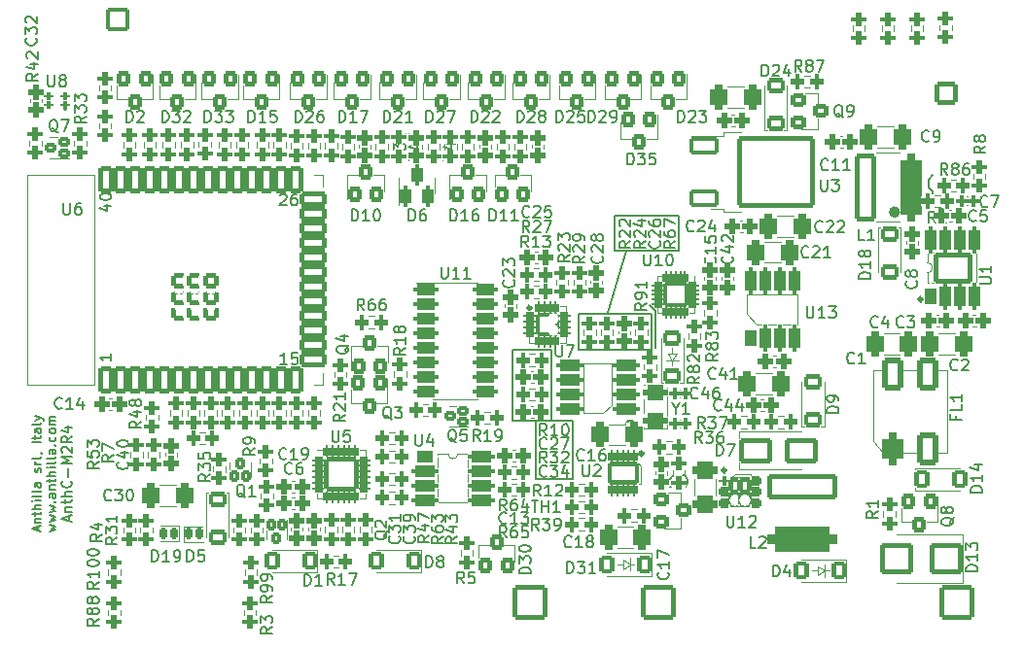
<source format=gbr>
%TF.GenerationSoftware,KiCad,Pcbnew,7.0.1*%
%TF.CreationDate,2024-03-07T06:40:02+01:00*%
%TF.ProjectId,AnthC,416e7468-432e-46b6-9963-61645f706362,M2-R4*%
%TF.SameCoordinates,Original*%
%TF.FileFunction,Legend,Top*%
%TF.FilePolarity,Positive*%
%FSLAX46Y46*%
G04 Gerber Fmt 4.6, Leading zero omitted, Abs format (unit mm)*
G04 Created by KiCad (PCBNEW 7.0.1) date 2024-03-07 06:40:02*
%MOMM*%
%LPD*%
G01*
G04 APERTURE LIST*
G04 Aperture macros list*
%AMRoundRect*
0 Rectangle with rounded corners*
0 $1 Rounding radius*
0 $2 $3 $4 $5 $6 $7 $8 $9 X,Y pos of 4 corners*
0 Add a 4 corners polygon primitive as box body*
4,1,4,$2,$3,$4,$5,$6,$7,$8,$9,$2,$3,0*
0 Add four circle primitives for the rounded corners*
1,1,$1+$1,$2,$3*
1,1,$1+$1,$4,$5*
1,1,$1+$1,$6,$7*
1,1,$1+$1,$8,$9*
0 Add four rect primitives between the rounded corners*
20,1,$1+$1,$2,$3,$4,$5,0*
20,1,$1+$1,$4,$5,$6,$7,0*
20,1,$1+$1,$6,$7,$8,$9,0*
20,1,$1+$1,$8,$9,$2,$3,0*%
G04 Aperture macros list end*
%ADD10C,0.150000*%
%ADD11C,0.120000*%
%ADD12C,0.300000*%
%ADD13C,0.500000*%
%ADD14C,0.400000*%
%ADD15C,0.100000*%
%ADD16C,3.600000*%
%ADD17RoundRect,0.400000X-0.200000X-0.275000X0.200000X-0.275000X0.200000X0.275000X-0.200000X0.275000X0*%
%ADD18RoundRect,0.400000X0.275000X-0.200000X0.275000X0.200000X-0.275000X0.200000X-0.275000X-0.200000X0*%
%ADD19RoundRect,0.400000X0.200000X0.275000X-0.200000X0.275000X-0.200000X-0.275000X0.200000X-0.275000X0*%
%ADD20RoundRect,0.425000X0.250000X-0.225000X0.250000X0.225000X-0.250000X0.225000X-0.250000X-0.225000X0*%
%ADD21RoundRect,0.425000X0.225000X0.250000X-0.225000X0.250000X-0.225000X-0.250000X0.225000X-0.250000X0*%
%ADD22RoundRect,0.449999X0.325001X0.650001X-0.325001X0.650001X-0.325001X-0.650001X0.325001X-0.650001X0*%
%ADD23RoundRect,0.500000X-0.675000X0.000000X0.675000X0.000000X0.675000X0.000000X-0.675000X0.000000X0*%
%ADD24RoundRect,0.350000X-0.825000X-0.150000X0.825000X-0.150000X0.825000X0.150000X-0.825000X0.150000X0*%
%ADD25RoundRect,0.200000X-0.250000X0.330000X-0.250000X-0.330000X0.250000X-0.330000X0.250000X0.330000X0*%
%ADD26RoundRect,0.425000X-0.250000X0.225000X-0.250000X-0.225000X0.250000X-0.225000X0.250000X0.225000X0*%
%ADD27RoundRect,0.200000X0.400000X-0.450000X0.400000X0.450000X-0.400000X0.450000X-0.400000X-0.450000X0*%
%ADD28RoundRect,0.425000X-0.225000X-0.250000X0.225000X-0.250000X0.225000X0.250000X-0.225000X0.250000X0*%
%ADD29RoundRect,0.400000X-0.275000X0.200000X-0.275000X-0.200000X0.275000X-0.200000X0.275000X0.200000X0*%
%ADD30RoundRect,0.500000X0.000000X-0.675000X0.000000X0.675000X0.000000X0.675000X0.000000X-0.675000X0*%
%ADD31RoundRect,0.350000X0.150000X-0.825000X0.150000X0.825000X-0.150000X0.825000X-0.150000X-0.825000X0*%
%ADD32RoundRect,0.340000X0.140000X0.170000X-0.140000X0.170000X-0.140000X-0.170000X0.140000X-0.170000X0*%
%ADD33RoundRect,0.200000X0.450000X0.600000X-0.450000X0.600000X-0.450000X-0.600000X0.450000X-0.600000X0*%
%ADD34RoundRect,0.200000X-0.600000X0.450000X-0.600000X-0.450000X0.600000X-0.450000X0.600000X0.450000X0*%
%ADD35RoundRect,0.200000X0.250000X-0.330000X0.250000X0.330000X-0.250000X0.330000X-0.250000X-0.330000X0*%
%ADD36RoundRect,0.200000X-0.330000X-0.250000X0.330000X-0.250000X0.330000X0.250000X-0.330000X0.250000X0*%
%ADD37RoundRect,0.200000X1.500000X-1.145000X1.500000X1.145000X-1.500000X1.145000X-1.500000X-1.145000X0*%
%ADD38RoundRect,0.450000X0.325000X0.650000X-0.325000X0.650000X-0.325000X-0.650000X0.325000X-0.650000X0*%
%ADD39RoundRect,0.575000X0.375000X0.875000X-0.375000X0.875000X-0.375000X-0.875000X0.375000X-0.875000X0*%
%ADD40RoundRect,0.255500X0.694500X1.194500X-0.694500X1.194500X-0.694500X-1.194500X0.694500X-1.194500X0*%
%ADD41RoundRect,0.562500X0.362500X2.387500X-0.362500X2.387500X-0.362500X-2.387500X0.362500X-2.387500X0*%
%ADD42RoundRect,0.200000X0.725000X2.750000X-0.725000X2.750000X-0.725000X-2.750000X0.725000X-2.750000X0*%
%ADD43RoundRect,0.200000X-0.400000X0.450000X-0.400000X-0.450000X0.400000X-0.450000X0.400000X0.450000X0*%
%ADD44RoundRect,0.200000X0.450000X-1.000000X0.450000X1.000000X-0.450000X1.000000X-0.450000X-1.000000X0*%
%ADD45RoundRect,0.200000X1.000000X0.450000X-1.000000X0.450000X-1.000000X-0.450000X1.000000X-0.450000X0*%
%ADD46RoundRect,0.200000X0.450000X-0.450000X0.450000X0.450000X-0.450000X0.450000X-0.450000X-0.450000X0*%
%ADD47C,1.000000*%
%ADD48RoundRect,0.200000X-0.450000X-0.600000X0.450000X-0.600000X0.450000X0.600000X-0.450000X0.600000X0*%
%ADD49RoundRect,0.200000X1.250000X1.150000X-1.250000X1.150000X-1.250000X-1.150000X1.250000X-1.150000X0*%
%ADD50RoundRect,0.449999X-0.325001X-0.650001X0.325001X-0.650001X0.325001X0.650001X-0.325001X0.650001X0*%
%ADD51RoundRect,0.262500X-0.350000X-0.062500X0.350000X-0.062500X0.350000X0.062500X-0.350000X0.062500X0*%
%ADD52RoundRect,0.262500X-0.062500X-0.350000X0.062500X-0.350000X0.062500X0.350000X-0.062500X0.350000X0*%
%ADD53RoundRect,0.200000X-0.850000X-0.850000X0.850000X-0.850000X0.850000X0.850000X-0.850000X0.850000X0*%
%ADD54RoundRect,0.200000X-0.450000X-0.400000X0.450000X-0.400000X0.450000X0.400000X-0.450000X0.400000X0*%
%ADD55RoundRect,0.200000X0.600000X-0.450000X0.600000X0.450000X-0.600000X0.450000X-0.600000X-0.450000X0*%
%ADD56RoundRect,0.200000X-1.300000X-1.300000X1.300000X-1.300000X1.300000X1.300000X-1.300000X1.300000X0*%
%ADD57RoundRect,0.275000X0.175000X0.075000X-0.175000X0.075000X-0.175000X-0.075000X0.175000X-0.075000X0*%
%ADD58RoundRect,0.350000X-0.725000X-0.150000X0.725000X-0.150000X0.725000X0.150000X-0.725000X0.150000X0*%
%ADD59RoundRect,0.262500X-0.062500X0.362500X-0.062500X-0.362500X0.062500X-0.362500X0.062500X0.362500X0*%
%ADD60RoundRect,0.200000X-1.190000X0.825000X-1.190000X-0.825000X1.190000X-0.825000X1.190000X0.825000X0*%
%ADD61RoundRect,0.449999X0.650001X-0.325001X0.650001X0.325001X-0.650001X0.325001X-0.650001X-0.325001X0*%
%ADD62RoundRect,0.200000X-1.250000X-0.900000X1.250000X-0.900000X1.250000X0.900000X-1.250000X0.900000X0*%
%ADD63RoundRect,0.200000X-1.100000X-0.600000X1.100000X-0.600000X1.100000X0.600000X-1.100000X0.600000X0*%
%ADD64RoundRect,0.200000X-3.200000X-2.900000X3.200000X-2.900000X3.200000X2.900000X-3.200000X2.900000X0*%
%ADD65RoundRect,0.250000X-0.050000X0.312500X-0.050000X-0.312500X0.050000X-0.312500X0.050000X0.312500X0*%
%ADD66RoundRect,0.250000X-0.312500X0.050000X-0.312500X-0.050000X0.312500X-0.050000X0.312500X0.050000X0*%
%ADD67RoundRect,0.200000X-0.925000X0.925000X-0.925000X-0.925000X0.925000X-0.925000X0.925000X0.925000X0*%
%ADD68RoundRect,0.650000X2.400000X-0.450000X2.400000X0.450000X-2.400000X0.450000X-2.400000X-0.450000X0*%
%ADD69RoundRect,0.200000X2.850000X-0.900000X2.850000X0.900000X-2.850000X0.900000X-2.850000X-0.900000X0*%
%ADD70RoundRect,0.312500X-0.202500X-0.112500X0.202500X-0.112500X0.202500X0.112500X-0.202500X0.112500X0*%
%ADD71RoundRect,0.200000X-0.315000X-0.225000X0.315000X-0.225000X0.315000X0.225000X-0.315000X0.225000X0*%
%ADD72RoundRect,0.200000X-0.400000X-0.525000X0.400000X-0.525000X0.400000X0.525000X-0.400000X0.525000X0*%
%ADD73RoundRect,0.200000X-0.175000X-0.300000X0.175000X-0.300000X0.175000X0.300000X-0.175000X0.300000X0*%
%ADD74RoundRect,0.200000X0.175000X0.300000X-0.175000X0.300000X-0.175000X-0.300000X0.175000X-0.300000X0*%
%ADD75RoundRect,0.350000X0.825000X0.150000X-0.825000X0.150000X-0.825000X-0.150000X0.825000X-0.150000X0*%
%ADD76RoundRect,0.340000X-0.140000X-0.170000X0.140000X-0.170000X0.140000X0.170000X-0.140000X0.170000X0*%
%ADD77RoundRect,0.350000X0.150000X-0.587500X0.150000X0.587500X-0.150000X0.587500X-0.150000X-0.587500X0*%
%ADD78RoundRect,0.450000X-0.650000X0.250000X-0.650000X-0.250000X0.650000X-0.250000X0.650000X0.250000X0*%
%ADD79RoundRect,0.200000X-0.850000X0.850000X-0.850000X-0.850000X0.850000X-0.850000X0.850000X0.850000X0*%
%ADD80O,2.100000X2.100000*%
%ADD81C,1.050000*%
%ADD82O,1.400000X2.400000*%
%ADD83O,1.450000X2.500000*%
%ADD84RoundRect,0.200000X0.800000X-0.800000X0.800000X0.800000X-0.800000X0.800000X-0.800000X-0.800000X0*%
%ADD85O,2.000000X2.000000*%
%ADD86RoundRect,0.200000X1.300000X1.300000X-1.300000X1.300000X-1.300000X-1.300000X1.300000X-1.300000X0*%
%ADD87C,3.000000*%
G04 APERTURE END LIST*
D10*
X228000000Y-137300000D02*
X224800000Y-137300000D01*
X224800000Y-137300000D02*
X224800000Y-132200000D01*
X226200000Y-126000000D02*
X226200000Y-132200000D01*
X231700000Y-117375000D02*
X231700000Y-114375000D01*
X235200000Y-122600000D02*
X234700000Y-122100000D01*
X228700000Y-122900000D02*
X234900000Y-122900000D01*
X225000000Y-132200000D02*
X228000000Y-132200000D01*
X222800000Y-126000000D02*
X223200000Y-126000000D01*
X228500000Y-122900000D02*
X229000000Y-122900000D01*
X237300000Y-117375000D02*
X231700000Y-117375000D01*
X231700000Y-114300000D02*
X237300000Y-114300000D01*
X234900000Y-126000000D02*
X228700000Y-126000000D01*
X222800000Y-132200000D02*
X222800000Y-126000000D01*
X259400000Y-110800000D02*
X259000000Y-111200000D01*
X259000000Y-111200000D02*
X259000000Y-111900000D01*
X235200000Y-125800000D02*
X235200000Y-122600000D01*
X259400000Y-112200000D02*
X259400000Y-112400000D01*
X228700000Y-126000000D02*
X228500000Y-126000000D01*
X259000000Y-111900000D02*
X259400000Y-112200000D01*
X223000000Y-126000000D02*
X226200000Y-126000000D01*
X226200000Y-132200000D02*
X222800000Y-132200000D01*
X228500000Y-126000000D02*
X228500000Y-122900000D01*
X228000000Y-132200000D02*
X228000000Y-137300000D01*
X237300000Y-114300000D02*
X237300000Y-117375000D01*
X234900000Y-122900000D02*
X234900000Y-126000000D01*
X232700000Y-117400000D02*
X231100000Y-122800000D01*
X184159214Y-140914286D02*
X184159214Y-140485715D01*
X184416357Y-141000000D02*
X183516357Y-140700000D01*
X183516357Y-140700000D02*
X184416357Y-140400000D01*
X183816357Y-140100000D02*
X184416357Y-140100000D01*
X183902071Y-140100000D02*
X183859214Y-140057143D01*
X183859214Y-140057143D02*
X183816357Y-139971428D01*
X183816357Y-139971428D02*
X183816357Y-139842857D01*
X183816357Y-139842857D02*
X183859214Y-139757143D01*
X183859214Y-139757143D02*
X183944928Y-139714286D01*
X183944928Y-139714286D02*
X184416357Y-139714286D01*
X183816357Y-139414285D02*
X183816357Y-139071428D01*
X183516357Y-139285714D02*
X184287785Y-139285714D01*
X184287785Y-139285714D02*
X184373500Y-139242857D01*
X184373500Y-139242857D02*
X184416357Y-139157142D01*
X184416357Y-139157142D02*
X184416357Y-139071428D01*
X184416357Y-138771428D02*
X183516357Y-138771428D01*
X184416357Y-138385714D02*
X183944928Y-138385714D01*
X183944928Y-138385714D02*
X183859214Y-138428571D01*
X183859214Y-138428571D02*
X183816357Y-138514285D01*
X183816357Y-138514285D02*
X183816357Y-138642856D01*
X183816357Y-138642856D02*
X183859214Y-138728571D01*
X183859214Y-138728571D02*
X183902071Y-138771428D01*
X184330642Y-137442856D02*
X184373500Y-137485713D01*
X184373500Y-137485713D02*
X184416357Y-137614285D01*
X184416357Y-137614285D02*
X184416357Y-137699999D01*
X184416357Y-137699999D02*
X184373500Y-137828570D01*
X184373500Y-137828570D02*
X184287785Y-137914285D01*
X184287785Y-137914285D02*
X184202071Y-137957142D01*
X184202071Y-137957142D02*
X184030642Y-137999999D01*
X184030642Y-137999999D02*
X183902071Y-137999999D01*
X183902071Y-137999999D02*
X183730642Y-137957142D01*
X183730642Y-137957142D02*
X183644928Y-137914285D01*
X183644928Y-137914285D02*
X183559214Y-137828570D01*
X183559214Y-137828570D02*
X183516357Y-137699999D01*
X183516357Y-137699999D02*
X183516357Y-137614285D01*
X183516357Y-137614285D02*
X183559214Y-137485713D01*
X183559214Y-137485713D02*
X183602071Y-137442856D01*
X184073500Y-137057142D02*
X184073500Y-136371428D01*
X184416357Y-135942856D02*
X183516357Y-135942856D01*
X183516357Y-135942856D02*
X184159214Y-135642856D01*
X184159214Y-135642856D02*
X183516357Y-135342856D01*
X183516357Y-135342856D02*
X184416357Y-135342856D01*
X183602071Y-134957142D02*
X183559214Y-134914285D01*
X183559214Y-134914285D02*
X183516357Y-134828571D01*
X183516357Y-134828571D02*
X183516357Y-134614285D01*
X183516357Y-134614285D02*
X183559214Y-134528571D01*
X183559214Y-134528571D02*
X183602071Y-134485713D01*
X183602071Y-134485713D02*
X183687785Y-134442856D01*
X183687785Y-134442856D02*
X183773500Y-134442856D01*
X183773500Y-134442856D02*
X183902071Y-134485713D01*
X183902071Y-134485713D02*
X184416357Y-134999999D01*
X184416357Y-134999999D02*
X184416357Y-134442856D01*
X184416357Y-133542856D02*
X183987785Y-133842856D01*
X184416357Y-134057142D02*
X183516357Y-134057142D01*
X183516357Y-134057142D02*
X183516357Y-133714285D01*
X183516357Y-133714285D02*
X183559214Y-133628570D01*
X183559214Y-133628570D02*
X183602071Y-133585713D01*
X183602071Y-133585713D02*
X183687785Y-133542856D01*
X183687785Y-133542856D02*
X183816357Y-133542856D01*
X183816357Y-133542856D02*
X183902071Y-133585713D01*
X183902071Y-133585713D02*
X183944928Y-133628570D01*
X183944928Y-133628570D02*
X183987785Y-133714285D01*
X183987785Y-133714285D02*
X183987785Y-134057142D01*
X183816357Y-132771428D02*
X184416357Y-132771428D01*
X183473500Y-132985713D02*
X184116357Y-133199999D01*
X184116357Y-133199999D02*
X184116357Y-132642856D01*
X181493523Y-141790477D02*
X181493523Y-141409524D01*
X181722095Y-141866667D02*
X180922095Y-141600000D01*
X180922095Y-141600000D02*
X181722095Y-141333334D01*
X181188761Y-141066667D02*
X181722095Y-141066667D01*
X181264952Y-141066667D02*
X181226857Y-141028572D01*
X181226857Y-141028572D02*
X181188761Y-140952382D01*
X181188761Y-140952382D02*
X181188761Y-140838096D01*
X181188761Y-140838096D02*
X181226857Y-140761905D01*
X181226857Y-140761905D02*
X181303047Y-140723810D01*
X181303047Y-140723810D02*
X181722095Y-140723810D01*
X181188761Y-140457143D02*
X181188761Y-140152381D01*
X180922095Y-140342857D02*
X181607809Y-140342857D01*
X181607809Y-140342857D02*
X181684000Y-140304762D01*
X181684000Y-140304762D02*
X181722095Y-140228572D01*
X181722095Y-140228572D02*
X181722095Y-140152381D01*
X181722095Y-139885714D02*
X180922095Y-139885714D01*
X181722095Y-139542857D02*
X181303047Y-139542857D01*
X181303047Y-139542857D02*
X181226857Y-139580952D01*
X181226857Y-139580952D02*
X181188761Y-139657143D01*
X181188761Y-139657143D02*
X181188761Y-139771429D01*
X181188761Y-139771429D02*
X181226857Y-139847619D01*
X181226857Y-139847619D02*
X181264952Y-139885714D01*
X181722095Y-139161904D02*
X181188761Y-139161904D01*
X180922095Y-139161904D02*
X180960190Y-139200000D01*
X180960190Y-139200000D02*
X180998285Y-139161904D01*
X180998285Y-139161904D02*
X180960190Y-139123809D01*
X180960190Y-139123809D02*
X180922095Y-139161904D01*
X180922095Y-139161904D02*
X180998285Y-139161904D01*
X181722095Y-138666667D02*
X181684000Y-138742857D01*
X181684000Y-138742857D02*
X181607809Y-138780952D01*
X181607809Y-138780952D02*
X180922095Y-138780952D01*
X181722095Y-138247619D02*
X181684000Y-138323809D01*
X181684000Y-138323809D02*
X181607809Y-138361904D01*
X181607809Y-138361904D02*
X180922095Y-138361904D01*
X181722095Y-137599999D02*
X181303047Y-137599999D01*
X181303047Y-137599999D02*
X181226857Y-137638094D01*
X181226857Y-137638094D02*
X181188761Y-137714285D01*
X181188761Y-137714285D02*
X181188761Y-137866666D01*
X181188761Y-137866666D02*
X181226857Y-137942856D01*
X181684000Y-137599999D02*
X181722095Y-137676190D01*
X181722095Y-137676190D02*
X181722095Y-137866666D01*
X181722095Y-137866666D02*
X181684000Y-137942856D01*
X181684000Y-137942856D02*
X181607809Y-137980952D01*
X181607809Y-137980952D02*
X181531619Y-137980952D01*
X181531619Y-137980952D02*
X181455428Y-137942856D01*
X181455428Y-137942856D02*
X181417333Y-137866666D01*
X181417333Y-137866666D02*
X181417333Y-137676190D01*
X181417333Y-137676190D02*
X181379238Y-137599999D01*
X181684000Y-136647618D02*
X181722095Y-136571427D01*
X181722095Y-136571427D02*
X181722095Y-136419046D01*
X181722095Y-136419046D02*
X181684000Y-136342856D01*
X181684000Y-136342856D02*
X181607809Y-136304760D01*
X181607809Y-136304760D02*
X181569714Y-136304760D01*
X181569714Y-136304760D02*
X181493523Y-136342856D01*
X181493523Y-136342856D02*
X181455428Y-136419046D01*
X181455428Y-136419046D02*
X181455428Y-136533332D01*
X181455428Y-136533332D02*
X181417333Y-136609522D01*
X181417333Y-136609522D02*
X181341142Y-136647618D01*
X181341142Y-136647618D02*
X181303047Y-136647618D01*
X181303047Y-136647618D02*
X181226857Y-136609522D01*
X181226857Y-136609522D02*
X181188761Y-136533332D01*
X181188761Y-136533332D02*
X181188761Y-136419046D01*
X181188761Y-136419046D02*
X181226857Y-136342856D01*
X181722095Y-135961903D02*
X181188761Y-135961903D01*
X181341142Y-135961903D02*
X181264952Y-135923808D01*
X181264952Y-135923808D02*
X181226857Y-135885713D01*
X181226857Y-135885713D02*
X181188761Y-135809522D01*
X181188761Y-135809522D02*
X181188761Y-135733332D01*
X181722095Y-135352380D02*
X181684000Y-135428570D01*
X181684000Y-135428570D02*
X181607809Y-135466665D01*
X181607809Y-135466665D02*
X180922095Y-135466665D01*
X181684000Y-135009522D02*
X181722095Y-135009522D01*
X181722095Y-135009522D02*
X181798285Y-135047617D01*
X181798285Y-135047617D02*
X181836380Y-135085713D01*
X181722095Y-134057141D02*
X180922095Y-134057141D01*
X181188761Y-133790475D02*
X181188761Y-133485713D01*
X180922095Y-133676189D02*
X181607809Y-133676189D01*
X181607809Y-133676189D02*
X181684000Y-133638094D01*
X181684000Y-133638094D02*
X181722095Y-133561904D01*
X181722095Y-133561904D02*
X181722095Y-133485713D01*
X181722095Y-132876189D02*
X181303047Y-132876189D01*
X181303047Y-132876189D02*
X181226857Y-132914284D01*
X181226857Y-132914284D02*
X181188761Y-132990475D01*
X181188761Y-132990475D02*
X181188761Y-133142856D01*
X181188761Y-133142856D02*
X181226857Y-133219046D01*
X181684000Y-132876189D02*
X181722095Y-132952380D01*
X181722095Y-132952380D02*
X181722095Y-133142856D01*
X181722095Y-133142856D02*
X181684000Y-133219046D01*
X181684000Y-133219046D02*
X181607809Y-133257142D01*
X181607809Y-133257142D02*
X181531619Y-133257142D01*
X181531619Y-133257142D02*
X181455428Y-133219046D01*
X181455428Y-133219046D02*
X181417333Y-133142856D01*
X181417333Y-133142856D02*
X181417333Y-132952380D01*
X181417333Y-132952380D02*
X181379238Y-132876189D01*
X181722095Y-132380951D02*
X181684000Y-132457141D01*
X181684000Y-132457141D02*
X181607809Y-132495236D01*
X181607809Y-132495236D02*
X180922095Y-132495236D01*
X181188761Y-132152379D02*
X181722095Y-131961903D01*
X181188761Y-131771426D02*
X181722095Y-131961903D01*
X181722095Y-131961903D02*
X181912571Y-132038093D01*
X181912571Y-132038093D02*
X181950666Y-132076188D01*
X181950666Y-132076188D02*
X181988761Y-132152379D01*
X182484761Y-141847619D02*
X183018095Y-141695238D01*
X183018095Y-141695238D02*
X182637142Y-141542857D01*
X182637142Y-141542857D02*
X183018095Y-141390476D01*
X183018095Y-141390476D02*
X182484761Y-141238095D01*
X182484761Y-141009524D02*
X183018095Y-140857143D01*
X183018095Y-140857143D02*
X182637142Y-140704762D01*
X182637142Y-140704762D02*
X183018095Y-140552381D01*
X183018095Y-140552381D02*
X182484761Y-140400000D01*
X182484761Y-140171429D02*
X183018095Y-140019048D01*
X183018095Y-140019048D02*
X182637142Y-139866667D01*
X182637142Y-139866667D02*
X183018095Y-139714286D01*
X183018095Y-139714286D02*
X182484761Y-139561905D01*
X182941904Y-139257143D02*
X182980000Y-139219048D01*
X182980000Y-139219048D02*
X183018095Y-139257143D01*
X183018095Y-139257143D02*
X182980000Y-139295239D01*
X182980000Y-139295239D02*
X182941904Y-139257143D01*
X182941904Y-139257143D02*
X183018095Y-139257143D01*
X183018095Y-138533334D02*
X182599047Y-138533334D01*
X182599047Y-138533334D02*
X182522857Y-138571429D01*
X182522857Y-138571429D02*
X182484761Y-138647620D01*
X182484761Y-138647620D02*
X182484761Y-138800001D01*
X182484761Y-138800001D02*
X182522857Y-138876191D01*
X182980000Y-138533334D02*
X183018095Y-138609525D01*
X183018095Y-138609525D02*
X183018095Y-138800001D01*
X183018095Y-138800001D02*
X182980000Y-138876191D01*
X182980000Y-138876191D02*
X182903809Y-138914287D01*
X182903809Y-138914287D02*
X182827619Y-138914287D01*
X182827619Y-138914287D02*
X182751428Y-138876191D01*
X182751428Y-138876191D02*
X182713333Y-138800001D01*
X182713333Y-138800001D02*
X182713333Y-138609525D01*
X182713333Y-138609525D02*
X182675238Y-138533334D01*
X182484761Y-138152381D02*
X183018095Y-138152381D01*
X182560952Y-138152381D02*
X182522857Y-138114286D01*
X182522857Y-138114286D02*
X182484761Y-138038096D01*
X182484761Y-138038096D02*
X182484761Y-137923810D01*
X182484761Y-137923810D02*
X182522857Y-137847619D01*
X182522857Y-137847619D02*
X182599047Y-137809524D01*
X182599047Y-137809524D02*
X183018095Y-137809524D01*
X182484761Y-137542857D02*
X182484761Y-137238095D01*
X182218095Y-137428571D02*
X182903809Y-137428571D01*
X182903809Y-137428571D02*
X182980000Y-137390476D01*
X182980000Y-137390476D02*
X183018095Y-137314286D01*
X183018095Y-137314286D02*
X183018095Y-137238095D01*
X183018095Y-136971428D02*
X182218095Y-136971428D01*
X183018095Y-136628571D02*
X182599047Y-136628571D01*
X182599047Y-136628571D02*
X182522857Y-136666666D01*
X182522857Y-136666666D02*
X182484761Y-136742857D01*
X182484761Y-136742857D02*
X182484761Y-136857143D01*
X182484761Y-136857143D02*
X182522857Y-136933333D01*
X182522857Y-136933333D02*
X182560952Y-136971428D01*
X183018095Y-136247618D02*
X182484761Y-136247618D01*
X182218095Y-136247618D02*
X182256190Y-136285714D01*
X182256190Y-136285714D02*
X182294285Y-136247618D01*
X182294285Y-136247618D02*
X182256190Y-136209523D01*
X182256190Y-136209523D02*
X182218095Y-136247618D01*
X182218095Y-136247618D02*
X182294285Y-136247618D01*
X183018095Y-135752381D02*
X182980000Y-135828571D01*
X182980000Y-135828571D02*
X182903809Y-135866666D01*
X182903809Y-135866666D02*
X182218095Y-135866666D01*
X183018095Y-135333333D02*
X182980000Y-135409523D01*
X182980000Y-135409523D02*
X182903809Y-135447618D01*
X182903809Y-135447618D02*
X182218095Y-135447618D01*
X183018095Y-134685713D02*
X182599047Y-134685713D01*
X182599047Y-134685713D02*
X182522857Y-134723808D01*
X182522857Y-134723808D02*
X182484761Y-134799999D01*
X182484761Y-134799999D02*
X182484761Y-134952380D01*
X182484761Y-134952380D02*
X182522857Y-135028570D01*
X182980000Y-134685713D02*
X183018095Y-134761904D01*
X183018095Y-134761904D02*
X183018095Y-134952380D01*
X183018095Y-134952380D02*
X182980000Y-135028570D01*
X182980000Y-135028570D02*
X182903809Y-135066666D01*
X182903809Y-135066666D02*
X182827619Y-135066666D01*
X182827619Y-135066666D02*
X182751428Y-135028570D01*
X182751428Y-135028570D02*
X182713333Y-134952380D01*
X182713333Y-134952380D02*
X182713333Y-134761904D01*
X182713333Y-134761904D02*
X182675238Y-134685713D01*
X182941904Y-134304760D02*
X182980000Y-134266665D01*
X182980000Y-134266665D02*
X183018095Y-134304760D01*
X183018095Y-134304760D02*
X182980000Y-134342856D01*
X182980000Y-134342856D02*
X182941904Y-134304760D01*
X182941904Y-134304760D02*
X183018095Y-134304760D01*
X182980000Y-133580951D02*
X183018095Y-133657142D01*
X183018095Y-133657142D02*
X183018095Y-133809523D01*
X183018095Y-133809523D02*
X182980000Y-133885713D01*
X182980000Y-133885713D02*
X182941904Y-133923808D01*
X182941904Y-133923808D02*
X182865714Y-133961904D01*
X182865714Y-133961904D02*
X182637142Y-133961904D01*
X182637142Y-133961904D02*
X182560952Y-133923808D01*
X182560952Y-133923808D02*
X182522857Y-133885713D01*
X182522857Y-133885713D02*
X182484761Y-133809523D01*
X182484761Y-133809523D02*
X182484761Y-133657142D01*
X182484761Y-133657142D02*
X182522857Y-133580951D01*
X183018095Y-133123809D02*
X182980000Y-133199999D01*
X182980000Y-133199999D02*
X182941904Y-133238094D01*
X182941904Y-133238094D02*
X182865714Y-133276190D01*
X182865714Y-133276190D02*
X182637142Y-133276190D01*
X182637142Y-133276190D02*
X182560952Y-133238094D01*
X182560952Y-133238094D02*
X182522857Y-133199999D01*
X182522857Y-133199999D02*
X182484761Y-133123809D01*
X182484761Y-133123809D02*
X182484761Y-133009523D01*
X182484761Y-133009523D02*
X182522857Y-132933332D01*
X182522857Y-132933332D02*
X182560952Y-132895237D01*
X182560952Y-132895237D02*
X182637142Y-132857142D01*
X182637142Y-132857142D02*
X182865714Y-132857142D01*
X182865714Y-132857142D02*
X182941904Y-132895237D01*
X182941904Y-132895237D02*
X182980000Y-132933332D01*
X182980000Y-132933332D02*
X183018095Y-133009523D01*
X183018095Y-133009523D02*
X183018095Y-133123809D01*
X183018095Y-132514284D02*
X182484761Y-132514284D01*
X182560952Y-132514284D02*
X182522857Y-132476189D01*
X182522857Y-132476189D02*
X182484761Y-132399999D01*
X182484761Y-132399999D02*
X182484761Y-132285713D01*
X182484761Y-132285713D02*
X182522857Y-132209522D01*
X182522857Y-132209522D02*
X182599047Y-132171427D01*
X182599047Y-132171427D02*
X183018095Y-132171427D01*
X182599047Y-132171427D02*
X182522857Y-132133332D01*
X182522857Y-132133332D02*
X182484761Y-132057141D01*
X182484761Y-132057141D02*
X182484761Y-131942856D01*
X182484761Y-131942856D02*
X182522857Y-131866665D01*
X182522857Y-131866665D02*
X182599047Y-131828570D01*
X182599047Y-131828570D02*
X183018095Y-131828570D01*
%TO.C,R13*%
X224157142Y-117062619D02*
X223823809Y-116586428D01*
X223585714Y-117062619D02*
X223585714Y-116062619D01*
X223585714Y-116062619D02*
X223966666Y-116062619D01*
X223966666Y-116062619D02*
X224061904Y-116110238D01*
X224061904Y-116110238D02*
X224109523Y-116157857D01*
X224109523Y-116157857D02*
X224157142Y-116253095D01*
X224157142Y-116253095D02*
X224157142Y-116395952D01*
X224157142Y-116395952D02*
X224109523Y-116491190D01*
X224109523Y-116491190D02*
X224061904Y-116538809D01*
X224061904Y-116538809D02*
X223966666Y-116586428D01*
X223966666Y-116586428D02*
X223585714Y-116586428D01*
X225109523Y-117062619D02*
X224538095Y-117062619D01*
X224823809Y-117062619D02*
X224823809Y-116062619D01*
X224823809Y-116062619D02*
X224728571Y-116205476D01*
X224728571Y-116205476D02*
X224633333Y-116300714D01*
X224633333Y-116300714D02*
X224538095Y-116348333D01*
X225442857Y-116062619D02*
X226061904Y-116062619D01*
X226061904Y-116062619D02*
X225728571Y-116443571D01*
X225728571Y-116443571D02*
X225871428Y-116443571D01*
X225871428Y-116443571D02*
X225966666Y-116491190D01*
X225966666Y-116491190D02*
X226014285Y-116538809D01*
X226014285Y-116538809D02*
X226061904Y-116634047D01*
X226061904Y-116634047D02*
X226061904Y-116872142D01*
X226061904Y-116872142D02*
X226014285Y-116967380D01*
X226014285Y-116967380D02*
X225966666Y-117015000D01*
X225966666Y-117015000D02*
X225871428Y-117062619D01*
X225871428Y-117062619D02*
X225585714Y-117062619D01*
X225585714Y-117062619D02*
X225490476Y-117015000D01*
X225490476Y-117015000D02*
X225442857Y-116967380D01*
%TO.C,R27*%
X224257142Y-115762619D02*
X223923809Y-115286428D01*
X223685714Y-115762619D02*
X223685714Y-114762619D01*
X223685714Y-114762619D02*
X224066666Y-114762619D01*
X224066666Y-114762619D02*
X224161904Y-114810238D01*
X224161904Y-114810238D02*
X224209523Y-114857857D01*
X224209523Y-114857857D02*
X224257142Y-114953095D01*
X224257142Y-114953095D02*
X224257142Y-115095952D01*
X224257142Y-115095952D02*
X224209523Y-115191190D01*
X224209523Y-115191190D02*
X224161904Y-115238809D01*
X224161904Y-115238809D02*
X224066666Y-115286428D01*
X224066666Y-115286428D02*
X223685714Y-115286428D01*
X224638095Y-114857857D02*
X224685714Y-114810238D01*
X224685714Y-114810238D02*
X224780952Y-114762619D01*
X224780952Y-114762619D02*
X225019047Y-114762619D01*
X225019047Y-114762619D02*
X225114285Y-114810238D01*
X225114285Y-114810238D02*
X225161904Y-114857857D01*
X225161904Y-114857857D02*
X225209523Y-114953095D01*
X225209523Y-114953095D02*
X225209523Y-115048333D01*
X225209523Y-115048333D02*
X225161904Y-115191190D01*
X225161904Y-115191190D02*
X224590476Y-115762619D01*
X224590476Y-115762619D02*
X225209523Y-115762619D01*
X225542857Y-114762619D02*
X226209523Y-114762619D01*
X226209523Y-114762619D02*
X225780952Y-115762619D01*
%TO.C,R29*%
X229062619Y-117842857D02*
X228586428Y-118176190D01*
X229062619Y-118414285D02*
X228062619Y-118414285D01*
X228062619Y-118414285D02*
X228062619Y-118033333D01*
X228062619Y-118033333D02*
X228110238Y-117938095D01*
X228110238Y-117938095D02*
X228157857Y-117890476D01*
X228157857Y-117890476D02*
X228253095Y-117842857D01*
X228253095Y-117842857D02*
X228395952Y-117842857D01*
X228395952Y-117842857D02*
X228491190Y-117890476D01*
X228491190Y-117890476D02*
X228538809Y-117938095D01*
X228538809Y-117938095D02*
X228586428Y-118033333D01*
X228586428Y-118033333D02*
X228586428Y-118414285D01*
X228157857Y-117461904D02*
X228110238Y-117414285D01*
X228110238Y-117414285D02*
X228062619Y-117319047D01*
X228062619Y-117319047D02*
X228062619Y-117080952D01*
X228062619Y-117080952D02*
X228110238Y-116985714D01*
X228110238Y-116985714D02*
X228157857Y-116938095D01*
X228157857Y-116938095D02*
X228253095Y-116890476D01*
X228253095Y-116890476D02*
X228348333Y-116890476D01*
X228348333Y-116890476D02*
X228491190Y-116938095D01*
X228491190Y-116938095D02*
X229062619Y-117509523D01*
X229062619Y-117509523D02*
X229062619Y-116890476D01*
X229062619Y-116414285D02*
X229062619Y-116223809D01*
X229062619Y-116223809D02*
X229015000Y-116128571D01*
X229015000Y-116128571D02*
X228967380Y-116080952D01*
X228967380Y-116080952D02*
X228824523Y-115985714D01*
X228824523Y-115985714D02*
X228634047Y-115938095D01*
X228634047Y-115938095D02*
X228253095Y-115938095D01*
X228253095Y-115938095D02*
X228157857Y-115985714D01*
X228157857Y-115985714D02*
X228110238Y-116033333D01*
X228110238Y-116033333D02*
X228062619Y-116128571D01*
X228062619Y-116128571D02*
X228062619Y-116319047D01*
X228062619Y-116319047D02*
X228110238Y-116414285D01*
X228110238Y-116414285D02*
X228157857Y-116461904D01*
X228157857Y-116461904D02*
X228253095Y-116509523D01*
X228253095Y-116509523D02*
X228491190Y-116509523D01*
X228491190Y-116509523D02*
X228586428Y-116461904D01*
X228586428Y-116461904D02*
X228634047Y-116414285D01*
X228634047Y-116414285D02*
X228681666Y-116319047D01*
X228681666Y-116319047D02*
X228681666Y-116128571D01*
X228681666Y-116128571D02*
X228634047Y-116033333D01*
X228634047Y-116033333D02*
X228586428Y-115985714D01*
X228586428Y-115985714D02*
X228491190Y-115938095D01*
%TO.C,R10*%
X225757142Y-133462619D02*
X225423809Y-132986428D01*
X225185714Y-133462619D02*
X225185714Y-132462619D01*
X225185714Y-132462619D02*
X225566666Y-132462619D01*
X225566666Y-132462619D02*
X225661904Y-132510238D01*
X225661904Y-132510238D02*
X225709523Y-132557857D01*
X225709523Y-132557857D02*
X225757142Y-132653095D01*
X225757142Y-132653095D02*
X225757142Y-132795952D01*
X225757142Y-132795952D02*
X225709523Y-132891190D01*
X225709523Y-132891190D02*
X225661904Y-132938809D01*
X225661904Y-132938809D02*
X225566666Y-132986428D01*
X225566666Y-132986428D02*
X225185714Y-132986428D01*
X226709523Y-133462619D02*
X226138095Y-133462619D01*
X226423809Y-133462619D02*
X226423809Y-132462619D01*
X226423809Y-132462619D02*
X226328571Y-132605476D01*
X226328571Y-132605476D02*
X226233333Y-132700714D01*
X226233333Y-132700714D02*
X226138095Y-132748333D01*
X227328571Y-132462619D02*
X227423809Y-132462619D01*
X227423809Y-132462619D02*
X227519047Y-132510238D01*
X227519047Y-132510238D02*
X227566666Y-132557857D01*
X227566666Y-132557857D02*
X227614285Y-132653095D01*
X227614285Y-132653095D02*
X227661904Y-132843571D01*
X227661904Y-132843571D02*
X227661904Y-133081666D01*
X227661904Y-133081666D02*
X227614285Y-133272142D01*
X227614285Y-133272142D02*
X227566666Y-133367380D01*
X227566666Y-133367380D02*
X227519047Y-133415000D01*
X227519047Y-133415000D02*
X227423809Y-133462619D01*
X227423809Y-133462619D02*
X227328571Y-133462619D01*
X227328571Y-133462619D02*
X227233333Y-133415000D01*
X227233333Y-133415000D02*
X227185714Y-133367380D01*
X227185714Y-133367380D02*
X227138095Y-133272142D01*
X227138095Y-133272142D02*
X227090476Y-133081666D01*
X227090476Y-133081666D02*
X227090476Y-132843571D01*
X227090476Y-132843571D02*
X227138095Y-132653095D01*
X227138095Y-132653095D02*
X227185714Y-132557857D01*
X227185714Y-132557857D02*
X227233333Y-132510238D01*
X227233333Y-132510238D02*
X227328571Y-132462619D01*
%TO.C,C15*%
X240417380Y-117992857D02*
X240465000Y-118040476D01*
X240465000Y-118040476D02*
X240512619Y-118183333D01*
X240512619Y-118183333D02*
X240512619Y-118278571D01*
X240512619Y-118278571D02*
X240465000Y-118421428D01*
X240465000Y-118421428D02*
X240369761Y-118516666D01*
X240369761Y-118516666D02*
X240274523Y-118564285D01*
X240274523Y-118564285D02*
X240084047Y-118611904D01*
X240084047Y-118611904D02*
X239941190Y-118611904D01*
X239941190Y-118611904D02*
X239750714Y-118564285D01*
X239750714Y-118564285D02*
X239655476Y-118516666D01*
X239655476Y-118516666D02*
X239560238Y-118421428D01*
X239560238Y-118421428D02*
X239512619Y-118278571D01*
X239512619Y-118278571D02*
X239512619Y-118183333D01*
X239512619Y-118183333D02*
X239560238Y-118040476D01*
X239560238Y-118040476D02*
X239607857Y-117992857D01*
X240512619Y-117040476D02*
X240512619Y-117611904D01*
X240512619Y-117326190D02*
X239512619Y-117326190D01*
X239512619Y-117326190D02*
X239655476Y-117421428D01*
X239655476Y-117421428D02*
X239750714Y-117516666D01*
X239750714Y-117516666D02*
X239798333Y-117611904D01*
X239512619Y-116135714D02*
X239512619Y-116611904D01*
X239512619Y-116611904D02*
X239988809Y-116659523D01*
X239988809Y-116659523D02*
X239941190Y-116611904D01*
X239941190Y-116611904D02*
X239893571Y-116516666D01*
X239893571Y-116516666D02*
X239893571Y-116278571D01*
X239893571Y-116278571D02*
X239941190Y-116183333D01*
X239941190Y-116183333D02*
X239988809Y-116135714D01*
X239988809Y-116135714D02*
X240084047Y-116088095D01*
X240084047Y-116088095D02*
X240322142Y-116088095D01*
X240322142Y-116088095D02*
X240417380Y-116135714D01*
X240417380Y-116135714D02*
X240465000Y-116183333D01*
X240465000Y-116183333D02*
X240512619Y-116278571D01*
X240512619Y-116278571D02*
X240512619Y-116516666D01*
X240512619Y-116516666D02*
X240465000Y-116611904D01*
X240465000Y-116611904D02*
X240417380Y-116659523D01*
%TO.C,C23*%
X222867380Y-119942857D02*
X222915000Y-119990476D01*
X222915000Y-119990476D02*
X222962619Y-120133333D01*
X222962619Y-120133333D02*
X222962619Y-120228571D01*
X222962619Y-120228571D02*
X222915000Y-120371428D01*
X222915000Y-120371428D02*
X222819761Y-120466666D01*
X222819761Y-120466666D02*
X222724523Y-120514285D01*
X222724523Y-120514285D02*
X222534047Y-120561904D01*
X222534047Y-120561904D02*
X222391190Y-120561904D01*
X222391190Y-120561904D02*
X222200714Y-120514285D01*
X222200714Y-120514285D02*
X222105476Y-120466666D01*
X222105476Y-120466666D02*
X222010238Y-120371428D01*
X222010238Y-120371428D02*
X221962619Y-120228571D01*
X221962619Y-120228571D02*
X221962619Y-120133333D01*
X221962619Y-120133333D02*
X222010238Y-119990476D01*
X222010238Y-119990476D02*
X222057857Y-119942857D01*
X222057857Y-119561904D02*
X222010238Y-119514285D01*
X222010238Y-119514285D02*
X221962619Y-119419047D01*
X221962619Y-119419047D02*
X221962619Y-119180952D01*
X221962619Y-119180952D02*
X222010238Y-119085714D01*
X222010238Y-119085714D02*
X222057857Y-119038095D01*
X222057857Y-119038095D02*
X222153095Y-118990476D01*
X222153095Y-118990476D02*
X222248333Y-118990476D01*
X222248333Y-118990476D02*
X222391190Y-119038095D01*
X222391190Y-119038095D02*
X222962619Y-119609523D01*
X222962619Y-119609523D02*
X222962619Y-118990476D01*
X221962619Y-118657142D02*
X221962619Y-118038095D01*
X221962619Y-118038095D02*
X222343571Y-118371428D01*
X222343571Y-118371428D02*
X222343571Y-118228571D01*
X222343571Y-118228571D02*
X222391190Y-118133333D01*
X222391190Y-118133333D02*
X222438809Y-118085714D01*
X222438809Y-118085714D02*
X222534047Y-118038095D01*
X222534047Y-118038095D02*
X222772142Y-118038095D01*
X222772142Y-118038095D02*
X222867380Y-118085714D01*
X222867380Y-118085714D02*
X222915000Y-118133333D01*
X222915000Y-118133333D02*
X222962619Y-118228571D01*
X222962619Y-118228571D02*
X222962619Y-118514285D01*
X222962619Y-118514285D02*
X222915000Y-118609523D01*
X222915000Y-118609523D02*
X222867380Y-118657142D01*
%TO.C,C14*%
X183557142Y-131067380D02*
X183509523Y-131115000D01*
X183509523Y-131115000D02*
X183366666Y-131162619D01*
X183366666Y-131162619D02*
X183271428Y-131162619D01*
X183271428Y-131162619D02*
X183128571Y-131115000D01*
X183128571Y-131115000D02*
X183033333Y-131019761D01*
X183033333Y-131019761D02*
X182985714Y-130924523D01*
X182985714Y-130924523D02*
X182938095Y-130734047D01*
X182938095Y-130734047D02*
X182938095Y-130591190D01*
X182938095Y-130591190D02*
X182985714Y-130400714D01*
X182985714Y-130400714D02*
X183033333Y-130305476D01*
X183033333Y-130305476D02*
X183128571Y-130210238D01*
X183128571Y-130210238D02*
X183271428Y-130162619D01*
X183271428Y-130162619D02*
X183366666Y-130162619D01*
X183366666Y-130162619D02*
X183509523Y-130210238D01*
X183509523Y-130210238D02*
X183557142Y-130257857D01*
X184509523Y-131162619D02*
X183938095Y-131162619D01*
X184223809Y-131162619D02*
X184223809Y-130162619D01*
X184223809Y-130162619D02*
X184128571Y-130305476D01*
X184128571Y-130305476D02*
X184033333Y-130400714D01*
X184033333Y-130400714D02*
X183938095Y-130448333D01*
X185366666Y-130495952D02*
X185366666Y-131162619D01*
X185128571Y-130115000D02*
X184890476Y-130829285D01*
X184890476Y-130829285D02*
X185509523Y-130829285D01*
%TO.C,C30*%
X187857142Y-139067380D02*
X187809523Y-139115000D01*
X187809523Y-139115000D02*
X187666666Y-139162619D01*
X187666666Y-139162619D02*
X187571428Y-139162619D01*
X187571428Y-139162619D02*
X187428571Y-139115000D01*
X187428571Y-139115000D02*
X187333333Y-139019761D01*
X187333333Y-139019761D02*
X187285714Y-138924523D01*
X187285714Y-138924523D02*
X187238095Y-138734047D01*
X187238095Y-138734047D02*
X187238095Y-138591190D01*
X187238095Y-138591190D02*
X187285714Y-138400714D01*
X187285714Y-138400714D02*
X187333333Y-138305476D01*
X187333333Y-138305476D02*
X187428571Y-138210238D01*
X187428571Y-138210238D02*
X187571428Y-138162619D01*
X187571428Y-138162619D02*
X187666666Y-138162619D01*
X187666666Y-138162619D02*
X187809523Y-138210238D01*
X187809523Y-138210238D02*
X187857142Y-138257857D01*
X188190476Y-138162619D02*
X188809523Y-138162619D01*
X188809523Y-138162619D02*
X188476190Y-138543571D01*
X188476190Y-138543571D02*
X188619047Y-138543571D01*
X188619047Y-138543571D02*
X188714285Y-138591190D01*
X188714285Y-138591190D02*
X188761904Y-138638809D01*
X188761904Y-138638809D02*
X188809523Y-138734047D01*
X188809523Y-138734047D02*
X188809523Y-138972142D01*
X188809523Y-138972142D02*
X188761904Y-139067380D01*
X188761904Y-139067380D02*
X188714285Y-139115000D01*
X188714285Y-139115000D02*
X188619047Y-139162619D01*
X188619047Y-139162619D02*
X188333333Y-139162619D01*
X188333333Y-139162619D02*
X188238095Y-139115000D01*
X188238095Y-139115000D02*
X188190476Y-139067380D01*
X189428571Y-138162619D02*
X189523809Y-138162619D01*
X189523809Y-138162619D02*
X189619047Y-138210238D01*
X189619047Y-138210238D02*
X189666666Y-138257857D01*
X189666666Y-138257857D02*
X189714285Y-138353095D01*
X189714285Y-138353095D02*
X189761904Y-138543571D01*
X189761904Y-138543571D02*
X189761904Y-138781666D01*
X189761904Y-138781666D02*
X189714285Y-138972142D01*
X189714285Y-138972142D02*
X189666666Y-139067380D01*
X189666666Y-139067380D02*
X189619047Y-139115000D01*
X189619047Y-139115000D02*
X189523809Y-139162619D01*
X189523809Y-139162619D02*
X189428571Y-139162619D01*
X189428571Y-139162619D02*
X189333333Y-139115000D01*
X189333333Y-139115000D02*
X189285714Y-139067380D01*
X189285714Y-139067380D02*
X189238095Y-138972142D01*
X189238095Y-138972142D02*
X189190476Y-138781666D01*
X189190476Y-138781666D02*
X189190476Y-138543571D01*
X189190476Y-138543571D02*
X189238095Y-138353095D01*
X189238095Y-138353095D02*
X189285714Y-138257857D01*
X189285714Y-138257857D02*
X189333333Y-138210238D01*
X189333333Y-138210238D02*
X189428571Y-138162619D01*
%TO.C,U4*%
X214338095Y-133362619D02*
X214338095Y-134172142D01*
X214338095Y-134172142D02*
X214385714Y-134267380D01*
X214385714Y-134267380D02*
X214433333Y-134315000D01*
X214433333Y-134315000D02*
X214528571Y-134362619D01*
X214528571Y-134362619D02*
X214719047Y-134362619D01*
X214719047Y-134362619D02*
X214814285Y-134315000D01*
X214814285Y-134315000D02*
X214861904Y-134267380D01*
X214861904Y-134267380D02*
X214909523Y-134172142D01*
X214909523Y-134172142D02*
X214909523Y-133362619D01*
X215814285Y-133695952D02*
X215814285Y-134362619D01*
X215576190Y-133315000D02*
X215338095Y-134029285D01*
X215338095Y-134029285D02*
X215957142Y-134029285D01*
%TO.C,R35*%
X196462619Y-136842857D02*
X195986428Y-137176190D01*
X196462619Y-137414285D02*
X195462619Y-137414285D01*
X195462619Y-137414285D02*
X195462619Y-137033333D01*
X195462619Y-137033333D02*
X195510238Y-136938095D01*
X195510238Y-136938095D02*
X195557857Y-136890476D01*
X195557857Y-136890476D02*
X195653095Y-136842857D01*
X195653095Y-136842857D02*
X195795952Y-136842857D01*
X195795952Y-136842857D02*
X195891190Y-136890476D01*
X195891190Y-136890476D02*
X195938809Y-136938095D01*
X195938809Y-136938095D02*
X195986428Y-137033333D01*
X195986428Y-137033333D02*
X195986428Y-137414285D01*
X195462619Y-136509523D02*
X195462619Y-135890476D01*
X195462619Y-135890476D02*
X195843571Y-136223809D01*
X195843571Y-136223809D02*
X195843571Y-136080952D01*
X195843571Y-136080952D02*
X195891190Y-135985714D01*
X195891190Y-135985714D02*
X195938809Y-135938095D01*
X195938809Y-135938095D02*
X196034047Y-135890476D01*
X196034047Y-135890476D02*
X196272142Y-135890476D01*
X196272142Y-135890476D02*
X196367380Y-135938095D01*
X196367380Y-135938095D02*
X196415000Y-135985714D01*
X196415000Y-135985714D02*
X196462619Y-136080952D01*
X196462619Y-136080952D02*
X196462619Y-136366666D01*
X196462619Y-136366666D02*
X196415000Y-136461904D01*
X196415000Y-136461904D02*
X196367380Y-136509523D01*
X195462619Y-134985714D02*
X195462619Y-135461904D01*
X195462619Y-135461904D02*
X195938809Y-135509523D01*
X195938809Y-135509523D02*
X195891190Y-135461904D01*
X195891190Y-135461904D02*
X195843571Y-135366666D01*
X195843571Y-135366666D02*
X195843571Y-135128571D01*
X195843571Y-135128571D02*
X195891190Y-135033333D01*
X195891190Y-135033333D02*
X195938809Y-134985714D01*
X195938809Y-134985714D02*
X196034047Y-134938095D01*
X196034047Y-134938095D02*
X196272142Y-134938095D01*
X196272142Y-134938095D02*
X196367380Y-134985714D01*
X196367380Y-134985714D02*
X196415000Y-135033333D01*
X196415000Y-135033333D02*
X196462619Y-135128571D01*
X196462619Y-135128571D02*
X196462619Y-135366666D01*
X196462619Y-135366666D02*
X196415000Y-135461904D01*
X196415000Y-135461904D02*
X196367380Y-135509523D01*
%TO.C,Q1*%
X199504761Y-138857857D02*
X199409523Y-138810238D01*
X199409523Y-138810238D02*
X199314285Y-138715000D01*
X199314285Y-138715000D02*
X199171428Y-138572142D01*
X199171428Y-138572142D02*
X199076190Y-138524523D01*
X199076190Y-138524523D02*
X198980952Y-138524523D01*
X199028571Y-138762619D02*
X198933333Y-138715000D01*
X198933333Y-138715000D02*
X198838095Y-138619761D01*
X198838095Y-138619761D02*
X198790476Y-138429285D01*
X198790476Y-138429285D02*
X198790476Y-138095952D01*
X198790476Y-138095952D02*
X198838095Y-137905476D01*
X198838095Y-137905476D02*
X198933333Y-137810238D01*
X198933333Y-137810238D02*
X199028571Y-137762619D01*
X199028571Y-137762619D02*
X199219047Y-137762619D01*
X199219047Y-137762619D02*
X199314285Y-137810238D01*
X199314285Y-137810238D02*
X199409523Y-137905476D01*
X199409523Y-137905476D02*
X199457142Y-138095952D01*
X199457142Y-138095952D02*
X199457142Y-138429285D01*
X199457142Y-138429285D02*
X199409523Y-138619761D01*
X199409523Y-138619761D02*
X199314285Y-138715000D01*
X199314285Y-138715000D02*
X199219047Y-138762619D01*
X199219047Y-138762619D02*
X199028571Y-138762619D01*
X200409523Y-138762619D02*
X199838095Y-138762619D01*
X200123809Y-138762619D02*
X200123809Y-137762619D01*
X200123809Y-137762619D02*
X200028571Y-137905476D01*
X200028571Y-137905476D02*
X199933333Y-138000714D01*
X199933333Y-138000714D02*
X199838095Y-138048333D01*
%TO.C,R21*%
X208212619Y-131642857D02*
X207736428Y-131976190D01*
X208212619Y-132214285D02*
X207212619Y-132214285D01*
X207212619Y-132214285D02*
X207212619Y-131833333D01*
X207212619Y-131833333D02*
X207260238Y-131738095D01*
X207260238Y-131738095D02*
X207307857Y-131690476D01*
X207307857Y-131690476D02*
X207403095Y-131642857D01*
X207403095Y-131642857D02*
X207545952Y-131642857D01*
X207545952Y-131642857D02*
X207641190Y-131690476D01*
X207641190Y-131690476D02*
X207688809Y-131738095D01*
X207688809Y-131738095D02*
X207736428Y-131833333D01*
X207736428Y-131833333D02*
X207736428Y-132214285D01*
X207307857Y-131261904D02*
X207260238Y-131214285D01*
X207260238Y-131214285D02*
X207212619Y-131119047D01*
X207212619Y-131119047D02*
X207212619Y-130880952D01*
X207212619Y-130880952D02*
X207260238Y-130785714D01*
X207260238Y-130785714D02*
X207307857Y-130738095D01*
X207307857Y-130738095D02*
X207403095Y-130690476D01*
X207403095Y-130690476D02*
X207498333Y-130690476D01*
X207498333Y-130690476D02*
X207641190Y-130738095D01*
X207641190Y-130738095D02*
X208212619Y-131309523D01*
X208212619Y-131309523D02*
X208212619Y-130690476D01*
X208212619Y-129738095D02*
X208212619Y-130309523D01*
X208212619Y-130023809D02*
X207212619Y-130023809D01*
X207212619Y-130023809D02*
X207355476Y-130119047D01*
X207355476Y-130119047D02*
X207450714Y-130214285D01*
X207450714Y-130214285D02*
X207498333Y-130309523D01*
%TO.C,C17*%
X236317380Y-145392857D02*
X236365000Y-145440476D01*
X236365000Y-145440476D02*
X236412619Y-145583333D01*
X236412619Y-145583333D02*
X236412619Y-145678571D01*
X236412619Y-145678571D02*
X236365000Y-145821428D01*
X236365000Y-145821428D02*
X236269761Y-145916666D01*
X236269761Y-145916666D02*
X236174523Y-145964285D01*
X236174523Y-145964285D02*
X235984047Y-146011904D01*
X235984047Y-146011904D02*
X235841190Y-146011904D01*
X235841190Y-146011904D02*
X235650714Y-145964285D01*
X235650714Y-145964285D02*
X235555476Y-145916666D01*
X235555476Y-145916666D02*
X235460238Y-145821428D01*
X235460238Y-145821428D02*
X235412619Y-145678571D01*
X235412619Y-145678571D02*
X235412619Y-145583333D01*
X235412619Y-145583333D02*
X235460238Y-145440476D01*
X235460238Y-145440476D02*
X235507857Y-145392857D01*
X236412619Y-144440476D02*
X236412619Y-145011904D01*
X236412619Y-144726190D02*
X235412619Y-144726190D01*
X235412619Y-144726190D02*
X235555476Y-144821428D01*
X235555476Y-144821428D02*
X235650714Y-144916666D01*
X235650714Y-144916666D02*
X235698333Y-145011904D01*
X235412619Y-144107142D02*
X235412619Y-143440476D01*
X235412619Y-143440476D02*
X236412619Y-143869047D01*
%TO.C,Q4*%
X208557857Y-125595238D02*
X208510238Y-125690476D01*
X208510238Y-125690476D02*
X208415000Y-125785714D01*
X208415000Y-125785714D02*
X208272142Y-125928571D01*
X208272142Y-125928571D02*
X208224523Y-126023809D01*
X208224523Y-126023809D02*
X208224523Y-126119047D01*
X208462619Y-126071428D02*
X208415000Y-126166666D01*
X208415000Y-126166666D02*
X208319761Y-126261904D01*
X208319761Y-126261904D02*
X208129285Y-126309523D01*
X208129285Y-126309523D02*
X207795952Y-126309523D01*
X207795952Y-126309523D02*
X207605476Y-126261904D01*
X207605476Y-126261904D02*
X207510238Y-126166666D01*
X207510238Y-126166666D02*
X207462619Y-126071428D01*
X207462619Y-126071428D02*
X207462619Y-125880952D01*
X207462619Y-125880952D02*
X207510238Y-125785714D01*
X207510238Y-125785714D02*
X207605476Y-125690476D01*
X207605476Y-125690476D02*
X207795952Y-125642857D01*
X207795952Y-125642857D02*
X208129285Y-125642857D01*
X208129285Y-125642857D02*
X208319761Y-125690476D01*
X208319761Y-125690476D02*
X208415000Y-125785714D01*
X208415000Y-125785714D02*
X208462619Y-125880952D01*
X208462619Y-125880952D02*
X208462619Y-126071428D01*
X207795952Y-124785714D02*
X208462619Y-124785714D01*
X207415000Y-125023809D02*
X208129285Y-125261904D01*
X208129285Y-125261904D02*
X208129285Y-124642857D01*
%TO.C,C6*%
X203583333Y-136742380D02*
X203535714Y-136790000D01*
X203535714Y-136790000D02*
X203392857Y-136837619D01*
X203392857Y-136837619D02*
X203297619Y-136837619D01*
X203297619Y-136837619D02*
X203154762Y-136790000D01*
X203154762Y-136790000D02*
X203059524Y-136694761D01*
X203059524Y-136694761D02*
X203011905Y-136599523D01*
X203011905Y-136599523D02*
X202964286Y-136409047D01*
X202964286Y-136409047D02*
X202964286Y-136266190D01*
X202964286Y-136266190D02*
X203011905Y-136075714D01*
X203011905Y-136075714D02*
X203059524Y-135980476D01*
X203059524Y-135980476D02*
X203154762Y-135885238D01*
X203154762Y-135885238D02*
X203297619Y-135837619D01*
X203297619Y-135837619D02*
X203392857Y-135837619D01*
X203392857Y-135837619D02*
X203535714Y-135885238D01*
X203535714Y-135885238D02*
X203583333Y-135932857D01*
X204440476Y-135837619D02*
X204250000Y-135837619D01*
X204250000Y-135837619D02*
X204154762Y-135885238D01*
X204154762Y-135885238D02*
X204107143Y-135932857D01*
X204107143Y-135932857D02*
X204011905Y-136075714D01*
X204011905Y-136075714D02*
X203964286Y-136266190D01*
X203964286Y-136266190D02*
X203964286Y-136647142D01*
X203964286Y-136647142D02*
X204011905Y-136742380D01*
X204011905Y-136742380D02*
X204059524Y-136790000D01*
X204059524Y-136790000D02*
X204154762Y-136837619D01*
X204154762Y-136837619D02*
X204345238Y-136837619D01*
X204345238Y-136837619D02*
X204440476Y-136790000D01*
X204440476Y-136790000D02*
X204488095Y-136742380D01*
X204488095Y-136742380D02*
X204535714Y-136647142D01*
X204535714Y-136647142D02*
X204535714Y-136409047D01*
X204535714Y-136409047D02*
X204488095Y-136313809D01*
X204488095Y-136313809D02*
X204440476Y-136266190D01*
X204440476Y-136266190D02*
X204345238Y-136218571D01*
X204345238Y-136218571D02*
X204154762Y-136218571D01*
X204154762Y-136218571D02*
X204059524Y-136266190D01*
X204059524Y-136266190D02*
X204011905Y-136313809D01*
X204011905Y-136313809D02*
X203964286Y-136409047D01*
%TO.C,C27*%
X225757142Y-134567380D02*
X225709523Y-134615000D01*
X225709523Y-134615000D02*
X225566666Y-134662619D01*
X225566666Y-134662619D02*
X225471428Y-134662619D01*
X225471428Y-134662619D02*
X225328571Y-134615000D01*
X225328571Y-134615000D02*
X225233333Y-134519761D01*
X225233333Y-134519761D02*
X225185714Y-134424523D01*
X225185714Y-134424523D02*
X225138095Y-134234047D01*
X225138095Y-134234047D02*
X225138095Y-134091190D01*
X225138095Y-134091190D02*
X225185714Y-133900714D01*
X225185714Y-133900714D02*
X225233333Y-133805476D01*
X225233333Y-133805476D02*
X225328571Y-133710238D01*
X225328571Y-133710238D02*
X225471428Y-133662619D01*
X225471428Y-133662619D02*
X225566666Y-133662619D01*
X225566666Y-133662619D02*
X225709523Y-133710238D01*
X225709523Y-133710238D02*
X225757142Y-133757857D01*
X226138095Y-133757857D02*
X226185714Y-133710238D01*
X226185714Y-133710238D02*
X226280952Y-133662619D01*
X226280952Y-133662619D02*
X226519047Y-133662619D01*
X226519047Y-133662619D02*
X226614285Y-133710238D01*
X226614285Y-133710238D02*
X226661904Y-133757857D01*
X226661904Y-133757857D02*
X226709523Y-133853095D01*
X226709523Y-133853095D02*
X226709523Y-133948333D01*
X226709523Y-133948333D02*
X226661904Y-134091190D01*
X226661904Y-134091190D02*
X226090476Y-134662619D01*
X226090476Y-134662619D02*
X226709523Y-134662619D01*
X227042857Y-133662619D02*
X227709523Y-133662619D01*
X227709523Y-133662619D02*
X227280952Y-134662619D01*
%TO.C,C28*%
X230567380Y-117842857D02*
X230615000Y-117890476D01*
X230615000Y-117890476D02*
X230662619Y-118033333D01*
X230662619Y-118033333D02*
X230662619Y-118128571D01*
X230662619Y-118128571D02*
X230615000Y-118271428D01*
X230615000Y-118271428D02*
X230519761Y-118366666D01*
X230519761Y-118366666D02*
X230424523Y-118414285D01*
X230424523Y-118414285D02*
X230234047Y-118461904D01*
X230234047Y-118461904D02*
X230091190Y-118461904D01*
X230091190Y-118461904D02*
X229900714Y-118414285D01*
X229900714Y-118414285D02*
X229805476Y-118366666D01*
X229805476Y-118366666D02*
X229710238Y-118271428D01*
X229710238Y-118271428D02*
X229662619Y-118128571D01*
X229662619Y-118128571D02*
X229662619Y-118033333D01*
X229662619Y-118033333D02*
X229710238Y-117890476D01*
X229710238Y-117890476D02*
X229757857Y-117842857D01*
X229757857Y-117461904D02*
X229710238Y-117414285D01*
X229710238Y-117414285D02*
X229662619Y-117319047D01*
X229662619Y-117319047D02*
X229662619Y-117080952D01*
X229662619Y-117080952D02*
X229710238Y-116985714D01*
X229710238Y-116985714D02*
X229757857Y-116938095D01*
X229757857Y-116938095D02*
X229853095Y-116890476D01*
X229853095Y-116890476D02*
X229948333Y-116890476D01*
X229948333Y-116890476D02*
X230091190Y-116938095D01*
X230091190Y-116938095D02*
X230662619Y-117509523D01*
X230662619Y-117509523D02*
X230662619Y-116890476D01*
X230091190Y-116319047D02*
X230043571Y-116414285D01*
X230043571Y-116414285D02*
X229995952Y-116461904D01*
X229995952Y-116461904D02*
X229900714Y-116509523D01*
X229900714Y-116509523D02*
X229853095Y-116509523D01*
X229853095Y-116509523D02*
X229757857Y-116461904D01*
X229757857Y-116461904D02*
X229710238Y-116414285D01*
X229710238Y-116414285D02*
X229662619Y-116319047D01*
X229662619Y-116319047D02*
X229662619Y-116128571D01*
X229662619Y-116128571D02*
X229710238Y-116033333D01*
X229710238Y-116033333D02*
X229757857Y-115985714D01*
X229757857Y-115985714D02*
X229853095Y-115938095D01*
X229853095Y-115938095D02*
X229900714Y-115938095D01*
X229900714Y-115938095D02*
X229995952Y-115985714D01*
X229995952Y-115985714D02*
X230043571Y-116033333D01*
X230043571Y-116033333D02*
X230091190Y-116128571D01*
X230091190Y-116128571D02*
X230091190Y-116319047D01*
X230091190Y-116319047D02*
X230138809Y-116414285D01*
X230138809Y-116414285D02*
X230186428Y-116461904D01*
X230186428Y-116461904D02*
X230281666Y-116509523D01*
X230281666Y-116509523D02*
X230472142Y-116509523D01*
X230472142Y-116509523D02*
X230567380Y-116461904D01*
X230567380Y-116461904D02*
X230615000Y-116414285D01*
X230615000Y-116414285D02*
X230662619Y-116319047D01*
X230662619Y-116319047D02*
X230662619Y-116128571D01*
X230662619Y-116128571D02*
X230615000Y-116033333D01*
X230615000Y-116033333D02*
X230567380Y-115985714D01*
X230567380Y-115985714D02*
X230472142Y-115938095D01*
X230472142Y-115938095D02*
X230281666Y-115938095D01*
X230281666Y-115938095D02*
X230186428Y-115985714D01*
X230186428Y-115985714D02*
X230138809Y-116033333D01*
X230138809Y-116033333D02*
X230091190Y-116128571D01*
%TO.C,R17*%
X207257142Y-146462619D02*
X206923809Y-145986428D01*
X206685714Y-146462619D02*
X206685714Y-145462619D01*
X206685714Y-145462619D02*
X207066666Y-145462619D01*
X207066666Y-145462619D02*
X207161904Y-145510238D01*
X207161904Y-145510238D02*
X207209523Y-145557857D01*
X207209523Y-145557857D02*
X207257142Y-145653095D01*
X207257142Y-145653095D02*
X207257142Y-145795952D01*
X207257142Y-145795952D02*
X207209523Y-145891190D01*
X207209523Y-145891190D02*
X207161904Y-145938809D01*
X207161904Y-145938809D02*
X207066666Y-145986428D01*
X207066666Y-145986428D02*
X206685714Y-145986428D01*
X208209523Y-146462619D02*
X207638095Y-146462619D01*
X207923809Y-146462619D02*
X207923809Y-145462619D01*
X207923809Y-145462619D02*
X207828571Y-145605476D01*
X207828571Y-145605476D02*
X207733333Y-145700714D01*
X207733333Y-145700714D02*
X207638095Y-145748333D01*
X208542857Y-145462619D02*
X209209523Y-145462619D01*
X209209523Y-145462619D02*
X208780952Y-146462619D01*
%TO.C,R19*%
X219957142Y-133962619D02*
X219623809Y-133486428D01*
X219385714Y-133962619D02*
X219385714Y-132962619D01*
X219385714Y-132962619D02*
X219766666Y-132962619D01*
X219766666Y-132962619D02*
X219861904Y-133010238D01*
X219861904Y-133010238D02*
X219909523Y-133057857D01*
X219909523Y-133057857D02*
X219957142Y-133153095D01*
X219957142Y-133153095D02*
X219957142Y-133295952D01*
X219957142Y-133295952D02*
X219909523Y-133391190D01*
X219909523Y-133391190D02*
X219861904Y-133438809D01*
X219861904Y-133438809D02*
X219766666Y-133486428D01*
X219766666Y-133486428D02*
X219385714Y-133486428D01*
X220909523Y-133962619D02*
X220338095Y-133962619D01*
X220623809Y-133962619D02*
X220623809Y-132962619D01*
X220623809Y-132962619D02*
X220528571Y-133105476D01*
X220528571Y-133105476D02*
X220433333Y-133200714D01*
X220433333Y-133200714D02*
X220338095Y-133248333D01*
X221385714Y-133962619D02*
X221576190Y-133962619D01*
X221576190Y-133962619D02*
X221671428Y-133915000D01*
X221671428Y-133915000D02*
X221719047Y-133867380D01*
X221719047Y-133867380D02*
X221814285Y-133724523D01*
X221814285Y-133724523D02*
X221861904Y-133534047D01*
X221861904Y-133534047D02*
X221861904Y-133153095D01*
X221861904Y-133153095D02*
X221814285Y-133057857D01*
X221814285Y-133057857D02*
X221766666Y-133010238D01*
X221766666Y-133010238D02*
X221671428Y-132962619D01*
X221671428Y-132962619D02*
X221480952Y-132962619D01*
X221480952Y-132962619D02*
X221385714Y-133010238D01*
X221385714Y-133010238D02*
X221338095Y-133057857D01*
X221338095Y-133057857D02*
X221290476Y-133153095D01*
X221290476Y-133153095D02*
X221290476Y-133391190D01*
X221290476Y-133391190D02*
X221338095Y-133486428D01*
X221338095Y-133486428D02*
X221385714Y-133534047D01*
X221385714Y-133534047D02*
X221480952Y-133581666D01*
X221480952Y-133581666D02*
X221671428Y-133581666D01*
X221671428Y-133581666D02*
X221766666Y-133534047D01*
X221766666Y-133534047D02*
X221814285Y-133486428D01*
X221814285Y-133486428D02*
X221861904Y-133391190D01*
%TO.C,R33*%
X185662619Y-105642857D02*
X185186428Y-105976190D01*
X185662619Y-106214285D02*
X184662619Y-106214285D01*
X184662619Y-106214285D02*
X184662619Y-105833333D01*
X184662619Y-105833333D02*
X184710238Y-105738095D01*
X184710238Y-105738095D02*
X184757857Y-105690476D01*
X184757857Y-105690476D02*
X184853095Y-105642857D01*
X184853095Y-105642857D02*
X184995952Y-105642857D01*
X184995952Y-105642857D02*
X185091190Y-105690476D01*
X185091190Y-105690476D02*
X185138809Y-105738095D01*
X185138809Y-105738095D02*
X185186428Y-105833333D01*
X185186428Y-105833333D02*
X185186428Y-106214285D01*
X184662619Y-105309523D02*
X184662619Y-104690476D01*
X184662619Y-104690476D02*
X185043571Y-105023809D01*
X185043571Y-105023809D02*
X185043571Y-104880952D01*
X185043571Y-104880952D02*
X185091190Y-104785714D01*
X185091190Y-104785714D02*
X185138809Y-104738095D01*
X185138809Y-104738095D02*
X185234047Y-104690476D01*
X185234047Y-104690476D02*
X185472142Y-104690476D01*
X185472142Y-104690476D02*
X185567380Y-104738095D01*
X185567380Y-104738095D02*
X185615000Y-104785714D01*
X185615000Y-104785714D02*
X185662619Y-104880952D01*
X185662619Y-104880952D02*
X185662619Y-105166666D01*
X185662619Y-105166666D02*
X185615000Y-105261904D01*
X185615000Y-105261904D02*
X185567380Y-105309523D01*
X184662619Y-104357142D02*
X184662619Y-103738095D01*
X184662619Y-103738095D02*
X185043571Y-104071428D01*
X185043571Y-104071428D02*
X185043571Y-103928571D01*
X185043571Y-103928571D02*
X185091190Y-103833333D01*
X185091190Y-103833333D02*
X185138809Y-103785714D01*
X185138809Y-103785714D02*
X185234047Y-103738095D01*
X185234047Y-103738095D02*
X185472142Y-103738095D01*
X185472142Y-103738095D02*
X185567380Y-103785714D01*
X185567380Y-103785714D02*
X185615000Y-103833333D01*
X185615000Y-103833333D02*
X185662619Y-103928571D01*
X185662619Y-103928571D02*
X185662619Y-104214285D01*
X185662619Y-104214285D02*
X185615000Y-104309523D01*
X185615000Y-104309523D02*
X185567380Y-104357142D01*
%TO.C,R42*%
X181462619Y-101942857D02*
X180986428Y-102276190D01*
X181462619Y-102514285D02*
X180462619Y-102514285D01*
X180462619Y-102514285D02*
X180462619Y-102133333D01*
X180462619Y-102133333D02*
X180510238Y-102038095D01*
X180510238Y-102038095D02*
X180557857Y-101990476D01*
X180557857Y-101990476D02*
X180653095Y-101942857D01*
X180653095Y-101942857D02*
X180795952Y-101942857D01*
X180795952Y-101942857D02*
X180891190Y-101990476D01*
X180891190Y-101990476D02*
X180938809Y-102038095D01*
X180938809Y-102038095D02*
X180986428Y-102133333D01*
X180986428Y-102133333D02*
X180986428Y-102514285D01*
X180795952Y-101085714D02*
X181462619Y-101085714D01*
X180415000Y-101323809D02*
X181129285Y-101561904D01*
X181129285Y-101561904D02*
X181129285Y-100942857D01*
X180557857Y-100609523D02*
X180510238Y-100561904D01*
X180510238Y-100561904D02*
X180462619Y-100466666D01*
X180462619Y-100466666D02*
X180462619Y-100228571D01*
X180462619Y-100228571D02*
X180510238Y-100133333D01*
X180510238Y-100133333D02*
X180557857Y-100085714D01*
X180557857Y-100085714D02*
X180653095Y-100038095D01*
X180653095Y-100038095D02*
X180748333Y-100038095D01*
X180748333Y-100038095D02*
X180891190Y-100085714D01*
X180891190Y-100085714D02*
X181462619Y-100657142D01*
X181462619Y-100657142D02*
X181462619Y-100038095D01*
%TO.C,R47*%
X215537619Y-142167857D02*
X215061428Y-142501190D01*
X215537619Y-142739285D02*
X214537619Y-142739285D01*
X214537619Y-142739285D02*
X214537619Y-142358333D01*
X214537619Y-142358333D02*
X214585238Y-142263095D01*
X214585238Y-142263095D02*
X214632857Y-142215476D01*
X214632857Y-142215476D02*
X214728095Y-142167857D01*
X214728095Y-142167857D02*
X214870952Y-142167857D01*
X214870952Y-142167857D02*
X214966190Y-142215476D01*
X214966190Y-142215476D02*
X215013809Y-142263095D01*
X215013809Y-142263095D02*
X215061428Y-142358333D01*
X215061428Y-142358333D02*
X215061428Y-142739285D01*
X214870952Y-141310714D02*
X215537619Y-141310714D01*
X214490000Y-141548809D02*
X215204285Y-141786904D01*
X215204285Y-141786904D02*
X215204285Y-141167857D01*
X214537619Y-140882142D02*
X214537619Y-140215476D01*
X214537619Y-140215476D02*
X215537619Y-140644047D01*
%TO.C,R48*%
X190462619Y-132242857D02*
X189986428Y-132576190D01*
X190462619Y-132814285D02*
X189462619Y-132814285D01*
X189462619Y-132814285D02*
X189462619Y-132433333D01*
X189462619Y-132433333D02*
X189510238Y-132338095D01*
X189510238Y-132338095D02*
X189557857Y-132290476D01*
X189557857Y-132290476D02*
X189653095Y-132242857D01*
X189653095Y-132242857D02*
X189795952Y-132242857D01*
X189795952Y-132242857D02*
X189891190Y-132290476D01*
X189891190Y-132290476D02*
X189938809Y-132338095D01*
X189938809Y-132338095D02*
X189986428Y-132433333D01*
X189986428Y-132433333D02*
X189986428Y-132814285D01*
X189795952Y-131385714D02*
X190462619Y-131385714D01*
X189415000Y-131623809D02*
X190129285Y-131861904D01*
X190129285Y-131861904D02*
X190129285Y-131242857D01*
X189891190Y-130719047D02*
X189843571Y-130814285D01*
X189843571Y-130814285D02*
X189795952Y-130861904D01*
X189795952Y-130861904D02*
X189700714Y-130909523D01*
X189700714Y-130909523D02*
X189653095Y-130909523D01*
X189653095Y-130909523D02*
X189557857Y-130861904D01*
X189557857Y-130861904D02*
X189510238Y-130814285D01*
X189510238Y-130814285D02*
X189462619Y-130719047D01*
X189462619Y-130719047D02*
X189462619Y-130528571D01*
X189462619Y-130528571D02*
X189510238Y-130433333D01*
X189510238Y-130433333D02*
X189557857Y-130385714D01*
X189557857Y-130385714D02*
X189653095Y-130338095D01*
X189653095Y-130338095D02*
X189700714Y-130338095D01*
X189700714Y-130338095D02*
X189795952Y-130385714D01*
X189795952Y-130385714D02*
X189843571Y-130433333D01*
X189843571Y-130433333D02*
X189891190Y-130528571D01*
X189891190Y-130528571D02*
X189891190Y-130719047D01*
X189891190Y-130719047D02*
X189938809Y-130814285D01*
X189938809Y-130814285D02*
X189986428Y-130861904D01*
X189986428Y-130861904D02*
X190081666Y-130909523D01*
X190081666Y-130909523D02*
X190272142Y-130909523D01*
X190272142Y-130909523D02*
X190367380Y-130861904D01*
X190367380Y-130861904D02*
X190415000Y-130814285D01*
X190415000Y-130814285D02*
X190462619Y-130719047D01*
X190462619Y-130719047D02*
X190462619Y-130528571D01*
X190462619Y-130528571D02*
X190415000Y-130433333D01*
X190415000Y-130433333D02*
X190367380Y-130385714D01*
X190367380Y-130385714D02*
X190272142Y-130338095D01*
X190272142Y-130338095D02*
X190081666Y-130338095D01*
X190081666Y-130338095D02*
X189986428Y-130385714D01*
X189986428Y-130385714D02*
X189938809Y-130433333D01*
X189938809Y-130433333D02*
X189891190Y-130528571D01*
%TO.C,R66*%
X209857142Y-122562619D02*
X209523809Y-122086428D01*
X209285714Y-122562619D02*
X209285714Y-121562619D01*
X209285714Y-121562619D02*
X209666666Y-121562619D01*
X209666666Y-121562619D02*
X209761904Y-121610238D01*
X209761904Y-121610238D02*
X209809523Y-121657857D01*
X209809523Y-121657857D02*
X209857142Y-121753095D01*
X209857142Y-121753095D02*
X209857142Y-121895952D01*
X209857142Y-121895952D02*
X209809523Y-121991190D01*
X209809523Y-121991190D02*
X209761904Y-122038809D01*
X209761904Y-122038809D02*
X209666666Y-122086428D01*
X209666666Y-122086428D02*
X209285714Y-122086428D01*
X210714285Y-121562619D02*
X210523809Y-121562619D01*
X210523809Y-121562619D02*
X210428571Y-121610238D01*
X210428571Y-121610238D02*
X210380952Y-121657857D01*
X210380952Y-121657857D02*
X210285714Y-121800714D01*
X210285714Y-121800714D02*
X210238095Y-121991190D01*
X210238095Y-121991190D02*
X210238095Y-122372142D01*
X210238095Y-122372142D02*
X210285714Y-122467380D01*
X210285714Y-122467380D02*
X210333333Y-122515000D01*
X210333333Y-122515000D02*
X210428571Y-122562619D01*
X210428571Y-122562619D02*
X210619047Y-122562619D01*
X210619047Y-122562619D02*
X210714285Y-122515000D01*
X210714285Y-122515000D02*
X210761904Y-122467380D01*
X210761904Y-122467380D02*
X210809523Y-122372142D01*
X210809523Y-122372142D02*
X210809523Y-122134047D01*
X210809523Y-122134047D02*
X210761904Y-122038809D01*
X210761904Y-122038809D02*
X210714285Y-121991190D01*
X210714285Y-121991190D02*
X210619047Y-121943571D01*
X210619047Y-121943571D02*
X210428571Y-121943571D01*
X210428571Y-121943571D02*
X210333333Y-121991190D01*
X210333333Y-121991190D02*
X210285714Y-122038809D01*
X210285714Y-122038809D02*
X210238095Y-122134047D01*
X211666666Y-121562619D02*
X211476190Y-121562619D01*
X211476190Y-121562619D02*
X211380952Y-121610238D01*
X211380952Y-121610238D02*
X211333333Y-121657857D01*
X211333333Y-121657857D02*
X211238095Y-121800714D01*
X211238095Y-121800714D02*
X211190476Y-121991190D01*
X211190476Y-121991190D02*
X211190476Y-122372142D01*
X211190476Y-122372142D02*
X211238095Y-122467380D01*
X211238095Y-122467380D02*
X211285714Y-122515000D01*
X211285714Y-122515000D02*
X211380952Y-122562619D01*
X211380952Y-122562619D02*
X211571428Y-122562619D01*
X211571428Y-122562619D02*
X211666666Y-122515000D01*
X211666666Y-122515000D02*
X211714285Y-122467380D01*
X211714285Y-122467380D02*
X211761904Y-122372142D01*
X211761904Y-122372142D02*
X211761904Y-122134047D01*
X211761904Y-122134047D02*
X211714285Y-122038809D01*
X211714285Y-122038809D02*
X211666666Y-121991190D01*
X211666666Y-121991190D02*
X211571428Y-121943571D01*
X211571428Y-121943571D02*
X211380952Y-121943571D01*
X211380952Y-121943571D02*
X211285714Y-121991190D01*
X211285714Y-121991190D02*
X211238095Y-122038809D01*
X211238095Y-122038809D02*
X211190476Y-122134047D01*
%TO.C,U13*%
X248411905Y-122212619D02*
X248411905Y-123022142D01*
X248411905Y-123022142D02*
X248459524Y-123117380D01*
X248459524Y-123117380D02*
X248507143Y-123165000D01*
X248507143Y-123165000D02*
X248602381Y-123212619D01*
X248602381Y-123212619D02*
X248792857Y-123212619D01*
X248792857Y-123212619D02*
X248888095Y-123165000D01*
X248888095Y-123165000D02*
X248935714Y-123117380D01*
X248935714Y-123117380D02*
X248983333Y-123022142D01*
X248983333Y-123022142D02*
X248983333Y-122212619D01*
X249983333Y-123212619D02*
X249411905Y-123212619D01*
X249697619Y-123212619D02*
X249697619Y-122212619D01*
X249697619Y-122212619D02*
X249602381Y-122355476D01*
X249602381Y-122355476D02*
X249507143Y-122450714D01*
X249507143Y-122450714D02*
X249411905Y-122498333D01*
X250316667Y-122212619D02*
X250935714Y-122212619D01*
X250935714Y-122212619D02*
X250602381Y-122593571D01*
X250602381Y-122593571D02*
X250745238Y-122593571D01*
X250745238Y-122593571D02*
X250840476Y-122641190D01*
X250840476Y-122641190D02*
X250888095Y-122688809D01*
X250888095Y-122688809D02*
X250935714Y-122784047D01*
X250935714Y-122784047D02*
X250935714Y-123022142D01*
X250935714Y-123022142D02*
X250888095Y-123117380D01*
X250888095Y-123117380D02*
X250840476Y-123165000D01*
X250840476Y-123165000D02*
X250745238Y-123212619D01*
X250745238Y-123212619D02*
X250459524Y-123212619D01*
X250459524Y-123212619D02*
X250364286Y-123165000D01*
X250364286Y-123165000D02*
X250316667Y-123117380D01*
%TO.C,C4*%
X254583333Y-123967380D02*
X254535714Y-124015000D01*
X254535714Y-124015000D02*
X254392857Y-124062619D01*
X254392857Y-124062619D02*
X254297619Y-124062619D01*
X254297619Y-124062619D02*
X254154762Y-124015000D01*
X254154762Y-124015000D02*
X254059524Y-123919761D01*
X254059524Y-123919761D02*
X254011905Y-123824523D01*
X254011905Y-123824523D02*
X253964286Y-123634047D01*
X253964286Y-123634047D02*
X253964286Y-123491190D01*
X253964286Y-123491190D02*
X254011905Y-123300714D01*
X254011905Y-123300714D02*
X254059524Y-123205476D01*
X254059524Y-123205476D02*
X254154762Y-123110238D01*
X254154762Y-123110238D02*
X254297619Y-123062619D01*
X254297619Y-123062619D02*
X254392857Y-123062619D01*
X254392857Y-123062619D02*
X254535714Y-123110238D01*
X254535714Y-123110238D02*
X254583333Y-123157857D01*
X255440476Y-123395952D02*
X255440476Y-124062619D01*
X255202381Y-123015000D02*
X254964286Y-123729285D01*
X254964286Y-123729285D02*
X255583333Y-123729285D01*
%TO.C,C5*%
X263133333Y-114717380D02*
X263085714Y-114765000D01*
X263085714Y-114765000D02*
X262942857Y-114812619D01*
X262942857Y-114812619D02*
X262847619Y-114812619D01*
X262847619Y-114812619D02*
X262704762Y-114765000D01*
X262704762Y-114765000D02*
X262609524Y-114669761D01*
X262609524Y-114669761D02*
X262561905Y-114574523D01*
X262561905Y-114574523D02*
X262514286Y-114384047D01*
X262514286Y-114384047D02*
X262514286Y-114241190D01*
X262514286Y-114241190D02*
X262561905Y-114050714D01*
X262561905Y-114050714D02*
X262609524Y-113955476D01*
X262609524Y-113955476D02*
X262704762Y-113860238D01*
X262704762Y-113860238D02*
X262847619Y-113812619D01*
X262847619Y-113812619D02*
X262942857Y-113812619D01*
X262942857Y-113812619D02*
X263085714Y-113860238D01*
X263085714Y-113860238D02*
X263133333Y-113907857D01*
X264038095Y-113812619D02*
X263561905Y-113812619D01*
X263561905Y-113812619D02*
X263514286Y-114288809D01*
X263514286Y-114288809D02*
X263561905Y-114241190D01*
X263561905Y-114241190D02*
X263657143Y-114193571D01*
X263657143Y-114193571D02*
X263895238Y-114193571D01*
X263895238Y-114193571D02*
X263990476Y-114241190D01*
X263990476Y-114241190D02*
X264038095Y-114288809D01*
X264038095Y-114288809D02*
X264085714Y-114384047D01*
X264085714Y-114384047D02*
X264085714Y-114622142D01*
X264085714Y-114622142D02*
X264038095Y-114717380D01*
X264038095Y-114717380D02*
X263990476Y-114765000D01*
X263990476Y-114765000D02*
X263895238Y-114812619D01*
X263895238Y-114812619D02*
X263657143Y-114812619D01*
X263657143Y-114812619D02*
X263561905Y-114765000D01*
X263561905Y-114765000D02*
X263514286Y-114717380D01*
%TO.C,C7*%
X264133333Y-113467380D02*
X264085714Y-113515000D01*
X264085714Y-113515000D02*
X263942857Y-113562619D01*
X263942857Y-113562619D02*
X263847619Y-113562619D01*
X263847619Y-113562619D02*
X263704762Y-113515000D01*
X263704762Y-113515000D02*
X263609524Y-113419761D01*
X263609524Y-113419761D02*
X263561905Y-113324523D01*
X263561905Y-113324523D02*
X263514286Y-113134047D01*
X263514286Y-113134047D02*
X263514286Y-112991190D01*
X263514286Y-112991190D02*
X263561905Y-112800714D01*
X263561905Y-112800714D02*
X263609524Y-112705476D01*
X263609524Y-112705476D02*
X263704762Y-112610238D01*
X263704762Y-112610238D02*
X263847619Y-112562619D01*
X263847619Y-112562619D02*
X263942857Y-112562619D01*
X263942857Y-112562619D02*
X264085714Y-112610238D01*
X264085714Y-112610238D02*
X264133333Y-112657857D01*
X264466667Y-112562619D02*
X265133333Y-112562619D01*
X265133333Y-112562619D02*
X264704762Y-113562619D01*
%TO.C,C24*%
X238557142Y-115617380D02*
X238509523Y-115665000D01*
X238509523Y-115665000D02*
X238366666Y-115712619D01*
X238366666Y-115712619D02*
X238271428Y-115712619D01*
X238271428Y-115712619D02*
X238128571Y-115665000D01*
X238128571Y-115665000D02*
X238033333Y-115569761D01*
X238033333Y-115569761D02*
X237985714Y-115474523D01*
X237985714Y-115474523D02*
X237938095Y-115284047D01*
X237938095Y-115284047D02*
X237938095Y-115141190D01*
X237938095Y-115141190D02*
X237985714Y-114950714D01*
X237985714Y-114950714D02*
X238033333Y-114855476D01*
X238033333Y-114855476D02*
X238128571Y-114760238D01*
X238128571Y-114760238D02*
X238271428Y-114712619D01*
X238271428Y-114712619D02*
X238366666Y-114712619D01*
X238366666Y-114712619D02*
X238509523Y-114760238D01*
X238509523Y-114760238D02*
X238557142Y-114807857D01*
X238938095Y-114807857D02*
X238985714Y-114760238D01*
X238985714Y-114760238D02*
X239080952Y-114712619D01*
X239080952Y-114712619D02*
X239319047Y-114712619D01*
X239319047Y-114712619D02*
X239414285Y-114760238D01*
X239414285Y-114760238D02*
X239461904Y-114807857D01*
X239461904Y-114807857D02*
X239509523Y-114903095D01*
X239509523Y-114903095D02*
X239509523Y-114998333D01*
X239509523Y-114998333D02*
X239461904Y-115141190D01*
X239461904Y-115141190D02*
X238890476Y-115712619D01*
X238890476Y-115712619D02*
X239509523Y-115712619D01*
X240366666Y-115045952D02*
X240366666Y-115712619D01*
X240128571Y-114665000D02*
X239890476Y-115379285D01*
X239890476Y-115379285D02*
X240509523Y-115379285D01*
%TO.C,D1*%
X204661905Y-146562619D02*
X204661905Y-145562619D01*
X204661905Y-145562619D02*
X204900000Y-145562619D01*
X204900000Y-145562619D02*
X205042857Y-145610238D01*
X205042857Y-145610238D02*
X205138095Y-145705476D01*
X205138095Y-145705476D02*
X205185714Y-145800714D01*
X205185714Y-145800714D02*
X205233333Y-145991190D01*
X205233333Y-145991190D02*
X205233333Y-146134047D01*
X205233333Y-146134047D02*
X205185714Y-146324523D01*
X205185714Y-146324523D02*
X205138095Y-146419761D01*
X205138095Y-146419761D02*
X205042857Y-146515000D01*
X205042857Y-146515000D02*
X204900000Y-146562619D01*
X204900000Y-146562619D02*
X204661905Y-146562619D01*
X206185714Y-146562619D02*
X205614286Y-146562619D01*
X205900000Y-146562619D02*
X205900000Y-145562619D01*
X205900000Y-145562619D02*
X205804762Y-145705476D01*
X205804762Y-145705476D02*
X205709524Y-145800714D01*
X205709524Y-145800714D02*
X205614286Y-145848333D01*
%TO.C,D8*%
X215261905Y-144962619D02*
X215261905Y-143962619D01*
X215261905Y-143962619D02*
X215500000Y-143962619D01*
X215500000Y-143962619D02*
X215642857Y-144010238D01*
X215642857Y-144010238D02*
X215738095Y-144105476D01*
X215738095Y-144105476D02*
X215785714Y-144200714D01*
X215785714Y-144200714D02*
X215833333Y-144391190D01*
X215833333Y-144391190D02*
X215833333Y-144534047D01*
X215833333Y-144534047D02*
X215785714Y-144724523D01*
X215785714Y-144724523D02*
X215738095Y-144819761D01*
X215738095Y-144819761D02*
X215642857Y-144915000D01*
X215642857Y-144915000D02*
X215500000Y-144962619D01*
X215500000Y-144962619D02*
X215261905Y-144962619D01*
X216404762Y-144391190D02*
X216309524Y-144343571D01*
X216309524Y-144343571D02*
X216261905Y-144295952D01*
X216261905Y-144295952D02*
X216214286Y-144200714D01*
X216214286Y-144200714D02*
X216214286Y-144153095D01*
X216214286Y-144153095D02*
X216261905Y-144057857D01*
X216261905Y-144057857D02*
X216309524Y-144010238D01*
X216309524Y-144010238D02*
X216404762Y-143962619D01*
X216404762Y-143962619D02*
X216595238Y-143962619D01*
X216595238Y-143962619D02*
X216690476Y-144010238D01*
X216690476Y-144010238D02*
X216738095Y-144057857D01*
X216738095Y-144057857D02*
X216785714Y-144153095D01*
X216785714Y-144153095D02*
X216785714Y-144200714D01*
X216785714Y-144200714D02*
X216738095Y-144295952D01*
X216738095Y-144295952D02*
X216690476Y-144343571D01*
X216690476Y-144343571D02*
X216595238Y-144391190D01*
X216595238Y-144391190D02*
X216404762Y-144391190D01*
X216404762Y-144391190D02*
X216309524Y-144438809D01*
X216309524Y-144438809D02*
X216261905Y-144486428D01*
X216261905Y-144486428D02*
X216214286Y-144581666D01*
X216214286Y-144581666D02*
X216214286Y-144772142D01*
X216214286Y-144772142D02*
X216261905Y-144867380D01*
X216261905Y-144867380D02*
X216309524Y-144915000D01*
X216309524Y-144915000D02*
X216404762Y-144962619D01*
X216404762Y-144962619D02*
X216595238Y-144962619D01*
X216595238Y-144962619D02*
X216690476Y-144915000D01*
X216690476Y-144915000D02*
X216738095Y-144867380D01*
X216738095Y-144867380D02*
X216785714Y-144772142D01*
X216785714Y-144772142D02*
X216785714Y-144581666D01*
X216785714Y-144581666D02*
X216738095Y-144486428D01*
X216738095Y-144486428D02*
X216690476Y-144438809D01*
X216690476Y-144438809D02*
X216595238Y-144391190D01*
%TO.C,D18*%
X253962619Y-119814285D02*
X252962619Y-119814285D01*
X252962619Y-119814285D02*
X252962619Y-119576190D01*
X252962619Y-119576190D02*
X253010238Y-119433333D01*
X253010238Y-119433333D02*
X253105476Y-119338095D01*
X253105476Y-119338095D02*
X253200714Y-119290476D01*
X253200714Y-119290476D02*
X253391190Y-119242857D01*
X253391190Y-119242857D02*
X253534047Y-119242857D01*
X253534047Y-119242857D02*
X253724523Y-119290476D01*
X253724523Y-119290476D02*
X253819761Y-119338095D01*
X253819761Y-119338095D02*
X253915000Y-119433333D01*
X253915000Y-119433333D02*
X253962619Y-119576190D01*
X253962619Y-119576190D02*
X253962619Y-119814285D01*
X253962619Y-118290476D02*
X253962619Y-118861904D01*
X253962619Y-118576190D02*
X252962619Y-118576190D01*
X252962619Y-118576190D02*
X253105476Y-118671428D01*
X253105476Y-118671428D02*
X253200714Y-118766666D01*
X253200714Y-118766666D02*
X253248333Y-118861904D01*
X253391190Y-117719047D02*
X253343571Y-117814285D01*
X253343571Y-117814285D02*
X253295952Y-117861904D01*
X253295952Y-117861904D02*
X253200714Y-117909523D01*
X253200714Y-117909523D02*
X253153095Y-117909523D01*
X253153095Y-117909523D02*
X253057857Y-117861904D01*
X253057857Y-117861904D02*
X253010238Y-117814285D01*
X253010238Y-117814285D02*
X252962619Y-117719047D01*
X252962619Y-117719047D02*
X252962619Y-117528571D01*
X252962619Y-117528571D02*
X253010238Y-117433333D01*
X253010238Y-117433333D02*
X253057857Y-117385714D01*
X253057857Y-117385714D02*
X253153095Y-117338095D01*
X253153095Y-117338095D02*
X253200714Y-117338095D01*
X253200714Y-117338095D02*
X253295952Y-117385714D01*
X253295952Y-117385714D02*
X253343571Y-117433333D01*
X253343571Y-117433333D02*
X253391190Y-117528571D01*
X253391190Y-117528571D02*
X253391190Y-117719047D01*
X253391190Y-117719047D02*
X253438809Y-117814285D01*
X253438809Y-117814285D02*
X253486428Y-117861904D01*
X253486428Y-117861904D02*
X253581666Y-117909523D01*
X253581666Y-117909523D02*
X253772142Y-117909523D01*
X253772142Y-117909523D02*
X253867380Y-117861904D01*
X253867380Y-117861904D02*
X253915000Y-117814285D01*
X253915000Y-117814285D02*
X253962619Y-117719047D01*
X253962619Y-117719047D02*
X253962619Y-117528571D01*
X253962619Y-117528571D02*
X253915000Y-117433333D01*
X253915000Y-117433333D02*
X253867380Y-117385714D01*
X253867380Y-117385714D02*
X253772142Y-117338095D01*
X253772142Y-117338095D02*
X253581666Y-117338095D01*
X253581666Y-117338095D02*
X253486428Y-117385714D01*
X253486428Y-117385714D02*
X253438809Y-117433333D01*
X253438809Y-117433333D02*
X253391190Y-117528571D01*
%TO.C,Q2*%
X211907857Y-141770238D02*
X211860238Y-141865476D01*
X211860238Y-141865476D02*
X211765000Y-141960714D01*
X211765000Y-141960714D02*
X211622142Y-142103571D01*
X211622142Y-142103571D02*
X211574523Y-142198809D01*
X211574523Y-142198809D02*
X211574523Y-142294047D01*
X211812619Y-142246428D02*
X211765000Y-142341666D01*
X211765000Y-142341666D02*
X211669761Y-142436904D01*
X211669761Y-142436904D02*
X211479285Y-142484523D01*
X211479285Y-142484523D02*
X211145952Y-142484523D01*
X211145952Y-142484523D02*
X210955476Y-142436904D01*
X210955476Y-142436904D02*
X210860238Y-142341666D01*
X210860238Y-142341666D02*
X210812619Y-142246428D01*
X210812619Y-142246428D02*
X210812619Y-142055952D01*
X210812619Y-142055952D02*
X210860238Y-141960714D01*
X210860238Y-141960714D02*
X210955476Y-141865476D01*
X210955476Y-141865476D02*
X211145952Y-141817857D01*
X211145952Y-141817857D02*
X211479285Y-141817857D01*
X211479285Y-141817857D02*
X211669761Y-141865476D01*
X211669761Y-141865476D02*
X211765000Y-141960714D01*
X211765000Y-141960714D02*
X211812619Y-142055952D01*
X211812619Y-142055952D02*
X211812619Y-142246428D01*
X210907857Y-141436904D02*
X210860238Y-141389285D01*
X210860238Y-141389285D02*
X210812619Y-141294047D01*
X210812619Y-141294047D02*
X210812619Y-141055952D01*
X210812619Y-141055952D02*
X210860238Y-140960714D01*
X210860238Y-140960714D02*
X210907857Y-140913095D01*
X210907857Y-140913095D02*
X211003095Y-140865476D01*
X211003095Y-140865476D02*
X211098333Y-140865476D01*
X211098333Y-140865476D02*
X211241190Y-140913095D01*
X211241190Y-140913095D02*
X211812619Y-141484523D01*
X211812619Y-141484523D02*
X211812619Y-140865476D01*
%TO.C,Q5*%
X217904761Y-134057857D02*
X217809523Y-134010238D01*
X217809523Y-134010238D02*
X217714285Y-133915000D01*
X217714285Y-133915000D02*
X217571428Y-133772142D01*
X217571428Y-133772142D02*
X217476190Y-133724523D01*
X217476190Y-133724523D02*
X217380952Y-133724523D01*
X217428571Y-133962619D02*
X217333333Y-133915000D01*
X217333333Y-133915000D02*
X217238095Y-133819761D01*
X217238095Y-133819761D02*
X217190476Y-133629285D01*
X217190476Y-133629285D02*
X217190476Y-133295952D01*
X217190476Y-133295952D02*
X217238095Y-133105476D01*
X217238095Y-133105476D02*
X217333333Y-133010238D01*
X217333333Y-133010238D02*
X217428571Y-132962619D01*
X217428571Y-132962619D02*
X217619047Y-132962619D01*
X217619047Y-132962619D02*
X217714285Y-133010238D01*
X217714285Y-133010238D02*
X217809523Y-133105476D01*
X217809523Y-133105476D02*
X217857142Y-133295952D01*
X217857142Y-133295952D02*
X217857142Y-133629285D01*
X217857142Y-133629285D02*
X217809523Y-133819761D01*
X217809523Y-133819761D02*
X217714285Y-133915000D01*
X217714285Y-133915000D02*
X217619047Y-133962619D01*
X217619047Y-133962619D02*
X217428571Y-133962619D01*
X218761904Y-132962619D02*
X218285714Y-132962619D01*
X218285714Y-132962619D02*
X218238095Y-133438809D01*
X218238095Y-133438809D02*
X218285714Y-133391190D01*
X218285714Y-133391190D02*
X218380952Y-133343571D01*
X218380952Y-133343571D02*
X218619047Y-133343571D01*
X218619047Y-133343571D02*
X218714285Y-133391190D01*
X218714285Y-133391190D02*
X218761904Y-133438809D01*
X218761904Y-133438809D02*
X218809523Y-133534047D01*
X218809523Y-133534047D02*
X218809523Y-133772142D01*
X218809523Y-133772142D02*
X218761904Y-133867380D01*
X218761904Y-133867380D02*
X218714285Y-133915000D01*
X218714285Y-133915000D02*
X218619047Y-133962619D01*
X218619047Y-133962619D02*
X218380952Y-133962619D01*
X218380952Y-133962619D02*
X218285714Y-133915000D01*
X218285714Y-133915000D02*
X218238095Y-133867380D01*
%TO.C,Q7*%
X183204761Y-107057857D02*
X183109523Y-107010238D01*
X183109523Y-107010238D02*
X183014285Y-106915000D01*
X183014285Y-106915000D02*
X182871428Y-106772142D01*
X182871428Y-106772142D02*
X182776190Y-106724523D01*
X182776190Y-106724523D02*
X182680952Y-106724523D01*
X182728571Y-106962619D02*
X182633333Y-106915000D01*
X182633333Y-106915000D02*
X182538095Y-106819761D01*
X182538095Y-106819761D02*
X182490476Y-106629285D01*
X182490476Y-106629285D02*
X182490476Y-106295952D01*
X182490476Y-106295952D02*
X182538095Y-106105476D01*
X182538095Y-106105476D02*
X182633333Y-106010238D01*
X182633333Y-106010238D02*
X182728571Y-105962619D01*
X182728571Y-105962619D02*
X182919047Y-105962619D01*
X182919047Y-105962619D02*
X183014285Y-106010238D01*
X183014285Y-106010238D02*
X183109523Y-106105476D01*
X183109523Y-106105476D02*
X183157142Y-106295952D01*
X183157142Y-106295952D02*
X183157142Y-106629285D01*
X183157142Y-106629285D02*
X183109523Y-106819761D01*
X183109523Y-106819761D02*
X183014285Y-106915000D01*
X183014285Y-106915000D02*
X182919047Y-106962619D01*
X182919047Y-106962619D02*
X182728571Y-106962619D01*
X183490476Y-105962619D02*
X184157142Y-105962619D01*
X184157142Y-105962619D02*
X183728571Y-106962619D01*
%TO.C,R87*%
X247957142Y-101762619D02*
X247623809Y-101286428D01*
X247385714Y-101762619D02*
X247385714Y-100762619D01*
X247385714Y-100762619D02*
X247766666Y-100762619D01*
X247766666Y-100762619D02*
X247861904Y-100810238D01*
X247861904Y-100810238D02*
X247909523Y-100857857D01*
X247909523Y-100857857D02*
X247957142Y-100953095D01*
X247957142Y-100953095D02*
X247957142Y-101095952D01*
X247957142Y-101095952D02*
X247909523Y-101191190D01*
X247909523Y-101191190D02*
X247861904Y-101238809D01*
X247861904Y-101238809D02*
X247766666Y-101286428D01*
X247766666Y-101286428D02*
X247385714Y-101286428D01*
X248528571Y-101191190D02*
X248433333Y-101143571D01*
X248433333Y-101143571D02*
X248385714Y-101095952D01*
X248385714Y-101095952D02*
X248338095Y-101000714D01*
X248338095Y-101000714D02*
X248338095Y-100953095D01*
X248338095Y-100953095D02*
X248385714Y-100857857D01*
X248385714Y-100857857D02*
X248433333Y-100810238D01*
X248433333Y-100810238D02*
X248528571Y-100762619D01*
X248528571Y-100762619D02*
X248719047Y-100762619D01*
X248719047Y-100762619D02*
X248814285Y-100810238D01*
X248814285Y-100810238D02*
X248861904Y-100857857D01*
X248861904Y-100857857D02*
X248909523Y-100953095D01*
X248909523Y-100953095D02*
X248909523Y-101000714D01*
X248909523Y-101000714D02*
X248861904Y-101095952D01*
X248861904Y-101095952D02*
X248814285Y-101143571D01*
X248814285Y-101143571D02*
X248719047Y-101191190D01*
X248719047Y-101191190D02*
X248528571Y-101191190D01*
X248528571Y-101191190D02*
X248433333Y-101238809D01*
X248433333Y-101238809D02*
X248385714Y-101286428D01*
X248385714Y-101286428D02*
X248338095Y-101381666D01*
X248338095Y-101381666D02*
X248338095Y-101572142D01*
X248338095Y-101572142D02*
X248385714Y-101667380D01*
X248385714Y-101667380D02*
X248433333Y-101715000D01*
X248433333Y-101715000D02*
X248528571Y-101762619D01*
X248528571Y-101762619D02*
X248719047Y-101762619D01*
X248719047Y-101762619D02*
X248814285Y-101715000D01*
X248814285Y-101715000D02*
X248861904Y-101667380D01*
X248861904Y-101667380D02*
X248909523Y-101572142D01*
X248909523Y-101572142D02*
X248909523Y-101381666D01*
X248909523Y-101381666D02*
X248861904Y-101286428D01*
X248861904Y-101286428D02*
X248814285Y-101238809D01*
X248814285Y-101238809D02*
X248719047Y-101191190D01*
X249242857Y-100762619D02*
X249909523Y-100762619D01*
X249909523Y-100762619D02*
X249480952Y-101762619D01*
%TO.C,U1*%
X263462619Y-120261904D02*
X264272142Y-120261904D01*
X264272142Y-120261904D02*
X264367380Y-120214285D01*
X264367380Y-120214285D02*
X264415000Y-120166666D01*
X264415000Y-120166666D02*
X264462619Y-120071428D01*
X264462619Y-120071428D02*
X264462619Y-119880952D01*
X264462619Y-119880952D02*
X264415000Y-119785714D01*
X264415000Y-119785714D02*
X264367380Y-119738095D01*
X264367380Y-119738095D02*
X264272142Y-119690476D01*
X264272142Y-119690476D02*
X263462619Y-119690476D01*
X264462619Y-118690476D02*
X264462619Y-119261904D01*
X264462619Y-118976190D02*
X263462619Y-118976190D01*
X263462619Y-118976190D02*
X263605476Y-119071428D01*
X263605476Y-119071428D02*
X263700714Y-119166666D01*
X263700714Y-119166666D02*
X263748333Y-119261904D01*
%TO.C,C1*%
X252533333Y-127117380D02*
X252485714Y-127165000D01*
X252485714Y-127165000D02*
X252342857Y-127212619D01*
X252342857Y-127212619D02*
X252247619Y-127212619D01*
X252247619Y-127212619D02*
X252104762Y-127165000D01*
X252104762Y-127165000D02*
X252009524Y-127069761D01*
X252009524Y-127069761D02*
X251961905Y-126974523D01*
X251961905Y-126974523D02*
X251914286Y-126784047D01*
X251914286Y-126784047D02*
X251914286Y-126641190D01*
X251914286Y-126641190D02*
X251961905Y-126450714D01*
X251961905Y-126450714D02*
X252009524Y-126355476D01*
X252009524Y-126355476D02*
X252104762Y-126260238D01*
X252104762Y-126260238D02*
X252247619Y-126212619D01*
X252247619Y-126212619D02*
X252342857Y-126212619D01*
X252342857Y-126212619D02*
X252485714Y-126260238D01*
X252485714Y-126260238D02*
X252533333Y-126307857D01*
X253485714Y-127212619D02*
X252914286Y-127212619D01*
X253200000Y-127212619D02*
X253200000Y-126212619D01*
X253200000Y-126212619D02*
X253104762Y-126355476D01*
X253104762Y-126355476D02*
X253009524Y-126450714D01*
X253009524Y-126450714D02*
X252914286Y-126498333D01*
%TO.C,C8*%
X257917380Y-120016666D02*
X257965000Y-120064285D01*
X257965000Y-120064285D02*
X258012619Y-120207142D01*
X258012619Y-120207142D02*
X258012619Y-120302380D01*
X258012619Y-120302380D02*
X257965000Y-120445237D01*
X257965000Y-120445237D02*
X257869761Y-120540475D01*
X257869761Y-120540475D02*
X257774523Y-120588094D01*
X257774523Y-120588094D02*
X257584047Y-120635713D01*
X257584047Y-120635713D02*
X257441190Y-120635713D01*
X257441190Y-120635713D02*
X257250714Y-120588094D01*
X257250714Y-120588094D02*
X257155476Y-120540475D01*
X257155476Y-120540475D02*
X257060238Y-120445237D01*
X257060238Y-120445237D02*
X257012619Y-120302380D01*
X257012619Y-120302380D02*
X257012619Y-120207142D01*
X257012619Y-120207142D02*
X257060238Y-120064285D01*
X257060238Y-120064285D02*
X257107857Y-120016666D01*
X257441190Y-119445237D02*
X257393571Y-119540475D01*
X257393571Y-119540475D02*
X257345952Y-119588094D01*
X257345952Y-119588094D02*
X257250714Y-119635713D01*
X257250714Y-119635713D02*
X257203095Y-119635713D01*
X257203095Y-119635713D02*
X257107857Y-119588094D01*
X257107857Y-119588094D02*
X257060238Y-119540475D01*
X257060238Y-119540475D02*
X257012619Y-119445237D01*
X257012619Y-119445237D02*
X257012619Y-119254761D01*
X257012619Y-119254761D02*
X257060238Y-119159523D01*
X257060238Y-119159523D02*
X257107857Y-119111904D01*
X257107857Y-119111904D02*
X257203095Y-119064285D01*
X257203095Y-119064285D02*
X257250714Y-119064285D01*
X257250714Y-119064285D02*
X257345952Y-119111904D01*
X257345952Y-119111904D02*
X257393571Y-119159523D01*
X257393571Y-119159523D02*
X257441190Y-119254761D01*
X257441190Y-119254761D02*
X257441190Y-119445237D01*
X257441190Y-119445237D02*
X257488809Y-119540475D01*
X257488809Y-119540475D02*
X257536428Y-119588094D01*
X257536428Y-119588094D02*
X257631666Y-119635713D01*
X257631666Y-119635713D02*
X257822142Y-119635713D01*
X257822142Y-119635713D02*
X257917380Y-119588094D01*
X257917380Y-119588094D02*
X257965000Y-119540475D01*
X257965000Y-119540475D02*
X258012619Y-119445237D01*
X258012619Y-119445237D02*
X258012619Y-119254761D01*
X258012619Y-119254761D02*
X257965000Y-119159523D01*
X257965000Y-119159523D02*
X257917380Y-119111904D01*
X257917380Y-119111904D02*
X257822142Y-119064285D01*
X257822142Y-119064285D02*
X257631666Y-119064285D01*
X257631666Y-119064285D02*
X257536428Y-119111904D01*
X257536428Y-119111904D02*
X257488809Y-119159523D01*
X257488809Y-119159523D02*
X257441190Y-119254761D01*
%TO.C,C18*%
X227907142Y-143117380D02*
X227859523Y-143165000D01*
X227859523Y-143165000D02*
X227716666Y-143212619D01*
X227716666Y-143212619D02*
X227621428Y-143212619D01*
X227621428Y-143212619D02*
X227478571Y-143165000D01*
X227478571Y-143165000D02*
X227383333Y-143069761D01*
X227383333Y-143069761D02*
X227335714Y-142974523D01*
X227335714Y-142974523D02*
X227288095Y-142784047D01*
X227288095Y-142784047D02*
X227288095Y-142641190D01*
X227288095Y-142641190D02*
X227335714Y-142450714D01*
X227335714Y-142450714D02*
X227383333Y-142355476D01*
X227383333Y-142355476D02*
X227478571Y-142260238D01*
X227478571Y-142260238D02*
X227621428Y-142212619D01*
X227621428Y-142212619D02*
X227716666Y-142212619D01*
X227716666Y-142212619D02*
X227859523Y-142260238D01*
X227859523Y-142260238D02*
X227907142Y-142307857D01*
X228859523Y-143212619D02*
X228288095Y-143212619D01*
X228573809Y-143212619D02*
X228573809Y-142212619D01*
X228573809Y-142212619D02*
X228478571Y-142355476D01*
X228478571Y-142355476D02*
X228383333Y-142450714D01*
X228383333Y-142450714D02*
X228288095Y-142498333D01*
X229430952Y-142641190D02*
X229335714Y-142593571D01*
X229335714Y-142593571D02*
X229288095Y-142545952D01*
X229288095Y-142545952D02*
X229240476Y-142450714D01*
X229240476Y-142450714D02*
X229240476Y-142403095D01*
X229240476Y-142403095D02*
X229288095Y-142307857D01*
X229288095Y-142307857D02*
X229335714Y-142260238D01*
X229335714Y-142260238D02*
X229430952Y-142212619D01*
X229430952Y-142212619D02*
X229621428Y-142212619D01*
X229621428Y-142212619D02*
X229716666Y-142260238D01*
X229716666Y-142260238D02*
X229764285Y-142307857D01*
X229764285Y-142307857D02*
X229811904Y-142403095D01*
X229811904Y-142403095D02*
X229811904Y-142450714D01*
X229811904Y-142450714D02*
X229764285Y-142545952D01*
X229764285Y-142545952D02*
X229716666Y-142593571D01*
X229716666Y-142593571D02*
X229621428Y-142641190D01*
X229621428Y-142641190D02*
X229430952Y-142641190D01*
X229430952Y-142641190D02*
X229335714Y-142688809D01*
X229335714Y-142688809D02*
X229288095Y-142736428D01*
X229288095Y-142736428D02*
X229240476Y-142831666D01*
X229240476Y-142831666D02*
X229240476Y-143022142D01*
X229240476Y-143022142D02*
X229288095Y-143117380D01*
X229288095Y-143117380D02*
X229335714Y-143165000D01*
X229335714Y-143165000D02*
X229430952Y-143212619D01*
X229430952Y-143212619D02*
X229621428Y-143212619D01*
X229621428Y-143212619D02*
X229716666Y-143165000D01*
X229716666Y-143165000D02*
X229764285Y-143117380D01*
X229764285Y-143117380D02*
X229811904Y-143022142D01*
X229811904Y-143022142D02*
X229811904Y-142831666D01*
X229811904Y-142831666D02*
X229764285Y-142736428D01*
X229764285Y-142736428D02*
X229716666Y-142688809D01*
X229716666Y-142688809D02*
X229621428Y-142641190D01*
%TO.C,R37*%
X239507142Y-132862619D02*
X239173809Y-132386428D01*
X238935714Y-132862619D02*
X238935714Y-131862619D01*
X238935714Y-131862619D02*
X239316666Y-131862619D01*
X239316666Y-131862619D02*
X239411904Y-131910238D01*
X239411904Y-131910238D02*
X239459523Y-131957857D01*
X239459523Y-131957857D02*
X239507142Y-132053095D01*
X239507142Y-132053095D02*
X239507142Y-132195952D01*
X239507142Y-132195952D02*
X239459523Y-132291190D01*
X239459523Y-132291190D02*
X239411904Y-132338809D01*
X239411904Y-132338809D02*
X239316666Y-132386428D01*
X239316666Y-132386428D02*
X238935714Y-132386428D01*
X239840476Y-131862619D02*
X240459523Y-131862619D01*
X240459523Y-131862619D02*
X240126190Y-132243571D01*
X240126190Y-132243571D02*
X240269047Y-132243571D01*
X240269047Y-132243571D02*
X240364285Y-132291190D01*
X240364285Y-132291190D02*
X240411904Y-132338809D01*
X240411904Y-132338809D02*
X240459523Y-132434047D01*
X240459523Y-132434047D02*
X240459523Y-132672142D01*
X240459523Y-132672142D02*
X240411904Y-132767380D01*
X240411904Y-132767380D02*
X240364285Y-132815000D01*
X240364285Y-132815000D02*
X240269047Y-132862619D01*
X240269047Y-132862619D02*
X239983333Y-132862619D01*
X239983333Y-132862619D02*
X239888095Y-132815000D01*
X239888095Y-132815000D02*
X239840476Y-132767380D01*
X240792857Y-131862619D02*
X241459523Y-131862619D01*
X241459523Y-131862619D02*
X241030952Y-132862619D01*
%TO.C,C32*%
X181267380Y-98842857D02*
X181315000Y-98890476D01*
X181315000Y-98890476D02*
X181362619Y-99033333D01*
X181362619Y-99033333D02*
X181362619Y-99128571D01*
X181362619Y-99128571D02*
X181315000Y-99271428D01*
X181315000Y-99271428D02*
X181219761Y-99366666D01*
X181219761Y-99366666D02*
X181124523Y-99414285D01*
X181124523Y-99414285D02*
X180934047Y-99461904D01*
X180934047Y-99461904D02*
X180791190Y-99461904D01*
X180791190Y-99461904D02*
X180600714Y-99414285D01*
X180600714Y-99414285D02*
X180505476Y-99366666D01*
X180505476Y-99366666D02*
X180410238Y-99271428D01*
X180410238Y-99271428D02*
X180362619Y-99128571D01*
X180362619Y-99128571D02*
X180362619Y-99033333D01*
X180362619Y-99033333D02*
X180410238Y-98890476D01*
X180410238Y-98890476D02*
X180457857Y-98842857D01*
X180362619Y-98509523D02*
X180362619Y-97890476D01*
X180362619Y-97890476D02*
X180743571Y-98223809D01*
X180743571Y-98223809D02*
X180743571Y-98080952D01*
X180743571Y-98080952D02*
X180791190Y-97985714D01*
X180791190Y-97985714D02*
X180838809Y-97938095D01*
X180838809Y-97938095D02*
X180934047Y-97890476D01*
X180934047Y-97890476D02*
X181172142Y-97890476D01*
X181172142Y-97890476D02*
X181267380Y-97938095D01*
X181267380Y-97938095D02*
X181315000Y-97985714D01*
X181315000Y-97985714D02*
X181362619Y-98080952D01*
X181362619Y-98080952D02*
X181362619Y-98366666D01*
X181362619Y-98366666D02*
X181315000Y-98461904D01*
X181315000Y-98461904D02*
X181267380Y-98509523D01*
X180457857Y-97509523D02*
X180410238Y-97461904D01*
X180410238Y-97461904D02*
X180362619Y-97366666D01*
X180362619Y-97366666D02*
X180362619Y-97128571D01*
X180362619Y-97128571D02*
X180410238Y-97033333D01*
X180410238Y-97033333D02*
X180457857Y-96985714D01*
X180457857Y-96985714D02*
X180553095Y-96938095D01*
X180553095Y-96938095D02*
X180648333Y-96938095D01*
X180648333Y-96938095D02*
X180791190Y-96985714D01*
X180791190Y-96985714D02*
X181362619Y-97557142D01*
X181362619Y-97557142D02*
X181362619Y-96938095D01*
%TO.C,C34*%
X225757142Y-136967380D02*
X225709523Y-137015000D01*
X225709523Y-137015000D02*
X225566666Y-137062619D01*
X225566666Y-137062619D02*
X225471428Y-137062619D01*
X225471428Y-137062619D02*
X225328571Y-137015000D01*
X225328571Y-137015000D02*
X225233333Y-136919761D01*
X225233333Y-136919761D02*
X225185714Y-136824523D01*
X225185714Y-136824523D02*
X225138095Y-136634047D01*
X225138095Y-136634047D02*
X225138095Y-136491190D01*
X225138095Y-136491190D02*
X225185714Y-136300714D01*
X225185714Y-136300714D02*
X225233333Y-136205476D01*
X225233333Y-136205476D02*
X225328571Y-136110238D01*
X225328571Y-136110238D02*
X225471428Y-136062619D01*
X225471428Y-136062619D02*
X225566666Y-136062619D01*
X225566666Y-136062619D02*
X225709523Y-136110238D01*
X225709523Y-136110238D02*
X225757142Y-136157857D01*
X226090476Y-136062619D02*
X226709523Y-136062619D01*
X226709523Y-136062619D02*
X226376190Y-136443571D01*
X226376190Y-136443571D02*
X226519047Y-136443571D01*
X226519047Y-136443571D02*
X226614285Y-136491190D01*
X226614285Y-136491190D02*
X226661904Y-136538809D01*
X226661904Y-136538809D02*
X226709523Y-136634047D01*
X226709523Y-136634047D02*
X226709523Y-136872142D01*
X226709523Y-136872142D02*
X226661904Y-136967380D01*
X226661904Y-136967380D02*
X226614285Y-137015000D01*
X226614285Y-137015000D02*
X226519047Y-137062619D01*
X226519047Y-137062619D02*
X226233333Y-137062619D01*
X226233333Y-137062619D02*
X226138095Y-137015000D01*
X226138095Y-137015000D02*
X226090476Y-136967380D01*
X227566666Y-136395952D02*
X227566666Y-137062619D01*
X227328571Y-136015000D02*
X227090476Y-136729285D01*
X227090476Y-136729285D02*
X227709523Y-136729285D01*
%TO.C,R63*%
X216737619Y-142267857D02*
X216261428Y-142601190D01*
X216737619Y-142839285D02*
X215737619Y-142839285D01*
X215737619Y-142839285D02*
X215737619Y-142458333D01*
X215737619Y-142458333D02*
X215785238Y-142363095D01*
X215785238Y-142363095D02*
X215832857Y-142315476D01*
X215832857Y-142315476D02*
X215928095Y-142267857D01*
X215928095Y-142267857D02*
X216070952Y-142267857D01*
X216070952Y-142267857D02*
X216166190Y-142315476D01*
X216166190Y-142315476D02*
X216213809Y-142363095D01*
X216213809Y-142363095D02*
X216261428Y-142458333D01*
X216261428Y-142458333D02*
X216261428Y-142839285D01*
X215737619Y-141410714D02*
X215737619Y-141601190D01*
X215737619Y-141601190D02*
X215785238Y-141696428D01*
X215785238Y-141696428D02*
X215832857Y-141744047D01*
X215832857Y-141744047D02*
X215975714Y-141839285D01*
X215975714Y-141839285D02*
X216166190Y-141886904D01*
X216166190Y-141886904D02*
X216547142Y-141886904D01*
X216547142Y-141886904D02*
X216642380Y-141839285D01*
X216642380Y-141839285D02*
X216690000Y-141791666D01*
X216690000Y-141791666D02*
X216737619Y-141696428D01*
X216737619Y-141696428D02*
X216737619Y-141505952D01*
X216737619Y-141505952D02*
X216690000Y-141410714D01*
X216690000Y-141410714D02*
X216642380Y-141363095D01*
X216642380Y-141363095D02*
X216547142Y-141315476D01*
X216547142Y-141315476D02*
X216309047Y-141315476D01*
X216309047Y-141315476D02*
X216213809Y-141363095D01*
X216213809Y-141363095D02*
X216166190Y-141410714D01*
X216166190Y-141410714D02*
X216118571Y-141505952D01*
X216118571Y-141505952D02*
X216118571Y-141696428D01*
X216118571Y-141696428D02*
X216166190Y-141791666D01*
X216166190Y-141791666D02*
X216213809Y-141839285D01*
X216213809Y-141839285D02*
X216309047Y-141886904D01*
X215737619Y-140982142D02*
X215737619Y-140363095D01*
X215737619Y-140363095D02*
X216118571Y-140696428D01*
X216118571Y-140696428D02*
X216118571Y-140553571D01*
X216118571Y-140553571D02*
X216166190Y-140458333D01*
X216166190Y-140458333D02*
X216213809Y-140410714D01*
X216213809Y-140410714D02*
X216309047Y-140363095D01*
X216309047Y-140363095D02*
X216547142Y-140363095D01*
X216547142Y-140363095D02*
X216642380Y-140410714D01*
X216642380Y-140410714D02*
X216690000Y-140458333D01*
X216690000Y-140458333D02*
X216737619Y-140553571D01*
X216737619Y-140553571D02*
X216737619Y-140839285D01*
X216737619Y-140839285D02*
X216690000Y-140934523D01*
X216690000Y-140934523D02*
X216642380Y-140982142D01*
%TO.C,D16*%
X217385714Y-114762619D02*
X217385714Y-113762619D01*
X217385714Y-113762619D02*
X217623809Y-113762619D01*
X217623809Y-113762619D02*
X217766666Y-113810238D01*
X217766666Y-113810238D02*
X217861904Y-113905476D01*
X217861904Y-113905476D02*
X217909523Y-114000714D01*
X217909523Y-114000714D02*
X217957142Y-114191190D01*
X217957142Y-114191190D02*
X217957142Y-114334047D01*
X217957142Y-114334047D02*
X217909523Y-114524523D01*
X217909523Y-114524523D02*
X217861904Y-114619761D01*
X217861904Y-114619761D02*
X217766666Y-114715000D01*
X217766666Y-114715000D02*
X217623809Y-114762619D01*
X217623809Y-114762619D02*
X217385714Y-114762619D01*
X218909523Y-114762619D02*
X218338095Y-114762619D01*
X218623809Y-114762619D02*
X218623809Y-113762619D01*
X218623809Y-113762619D02*
X218528571Y-113905476D01*
X218528571Y-113905476D02*
X218433333Y-114000714D01*
X218433333Y-114000714D02*
X218338095Y-114048333D01*
X219766666Y-113762619D02*
X219576190Y-113762619D01*
X219576190Y-113762619D02*
X219480952Y-113810238D01*
X219480952Y-113810238D02*
X219433333Y-113857857D01*
X219433333Y-113857857D02*
X219338095Y-114000714D01*
X219338095Y-114000714D02*
X219290476Y-114191190D01*
X219290476Y-114191190D02*
X219290476Y-114572142D01*
X219290476Y-114572142D02*
X219338095Y-114667380D01*
X219338095Y-114667380D02*
X219385714Y-114715000D01*
X219385714Y-114715000D02*
X219480952Y-114762619D01*
X219480952Y-114762619D02*
X219671428Y-114762619D01*
X219671428Y-114762619D02*
X219766666Y-114715000D01*
X219766666Y-114715000D02*
X219814285Y-114667380D01*
X219814285Y-114667380D02*
X219861904Y-114572142D01*
X219861904Y-114572142D02*
X219861904Y-114334047D01*
X219861904Y-114334047D02*
X219814285Y-114238809D01*
X219814285Y-114238809D02*
X219766666Y-114191190D01*
X219766666Y-114191190D02*
X219671428Y-114143571D01*
X219671428Y-114143571D02*
X219480952Y-114143571D01*
X219480952Y-114143571D02*
X219385714Y-114191190D01*
X219385714Y-114191190D02*
X219338095Y-114238809D01*
X219338095Y-114238809D02*
X219290476Y-114334047D01*
%TO.C,FL1*%
X261388809Y-131738095D02*
X261388809Y-132071428D01*
X261912619Y-132071428D02*
X260912619Y-132071428D01*
X260912619Y-132071428D02*
X260912619Y-131595238D01*
X261912619Y-130738095D02*
X261912619Y-131214285D01*
X261912619Y-131214285D02*
X260912619Y-131214285D01*
X261912619Y-129880952D02*
X261912619Y-130452380D01*
X261912619Y-130166666D02*
X260912619Y-130166666D01*
X260912619Y-130166666D02*
X261055476Y-130261904D01*
X261055476Y-130261904D02*
X261150714Y-130357142D01*
X261150714Y-130357142D02*
X261198333Y-130452380D01*
%TO.C,L1*%
X253433333Y-116462619D02*
X252957143Y-116462619D01*
X252957143Y-116462619D02*
X252957143Y-115462619D01*
X254290476Y-116462619D02*
X253719048Y-116462619D01*
X254004762Y-116462619D02*
X254004762Y-115462619D01*
X254004762Y-115462619D02*
X253909524Y-115605476D01*
X253909524Y-115605476D02*
X253814286Y-115700714D01*
X253814286Y-115700714D02*
X253719048Y-115748333D01*
%TO.C,R2*%
X259633333Y-114942619D02*
X259300000Y-114466428D01*
X259061905Y-114942619D02*
X259061905Y-113942619D01*
X259061905Y-113942619D02*
X259442857Y-113942619D01*
X259442857Y-113942619D02*
X259538095Y-113990238D01*
X259538095Y-113990238D02*
X259585714Y-114037857D01*
X259585714Y-114037857D02*
X259633333Y-114133095D01*
X259633333Y-114133095D02*
X259633333Y-114275952D01*
X259633333Y-114275952D02*
X259585714Y-114371190D01*
X259585714Y-114371190D02*
X259538095Y-114418809D01*
X259538095Y-114418809D02*
X259442857Y-114466428D01*
X259442857Y-114466428D02*
X259061905Y-114466428D01*
X260014286Y-114037857D02*
X260061905Y-113990238D01*
X260061905Y-113990238D02*
X260157143Y-113942619D01*
X260157143Y-113942619D02*
X260395238Y-113942619D01*
X260395238Y-113942619D02*
X260490476Y-113990238D01*
X260490476Y-113990238D02*
X260538095Y-114037857D01*
X260538095Y-114037857D02*
X260585714Y-114133095D01*
X260585714Y-114133095D02*
X260585714Y-114228333D01*
X260585714Y-114228333D02*
X260538095Y-114371190D01*
X260538095Y-114371190D02*
X259966667Y-114942619D01*
X259966667Y-114942619D02*
X260585714Y-114942619D01*
%TO.C,C13*%
X222257142Y-141067380D02*
X222209523Y-141115000D01*
X222209523Y-141115000D02*
X222066666Y-141162619D01*
X222066666Y-141162619D02*
X221971428Y-141162619D01*
X221971428Y-141162619D02*
X221828571Y-141115000D01*
X221828571Y-141115000D02*
X221733333Y-141019761D01*
X221733333Y-141019761D02*
X221685714Y-140924523D01*
X221685714Y-140924523D02*
X221638095Y-140734047D01*
X221638095Y-140734047D02*
X221638095Y-140591190D01*
X221638095Y-140591190D02*
X221685714Y-140400714D01*
X221685714Y-140400714D02*
X221733333Y-140305476D01*
X221733333Y-140305476D02*
X221828571Y-140210238D01*
X221828571Y-140210238D02*
X221971428Y-140162619D01*
X221971428Y-140162619D02*
X222066666Y-140162619D01*
X222066666Y-140162619D02*
X222209523Y-140210238D01*
X222209523Y-140210238D02*
X222257142Y-140257857D01*
X223209523Y-141162619D02*
X222638095Y-141162619D01*
X222923809Y-141162619D02*
X222923809Y-140162619D01*
X222923809Y-140162619D02*
X222828571Y-140305476D01*
X222828571Y-140305476D02*
X222733333Y-140400714D01*
X222733333Y-140400714D02*
X222638095Y-140448333D01*
X223542857Y-140162619D02*
X224161904Y-140162619D01*
X224161904Y-140162619D02*
X223828571Y-140543571D01*
X223828571Y-140543571D02*
X223971428Y-140543571D01*
X223971428Y-140543571D02*
X224066666Y-140591190D01*
X224066666Y-140591190D02*
X224114285Y-140638809D01*
X224114285Y-140638809D02*
X224161904Y-140734047D01*
X224161904Y-140734047D02*
X224161904Y-140972142D01*
X224161904Y-140972142D02*
X224114285Y-141067380D01*
X224114285Y-141067380D02*
X224066666Y-141115000D01*
X224066666Y-141115000D02*
X223971428Y-141162619D01*
X223971428Y-141162619D02*
X223685714Y-141162619D01*
X223685714Y-141162619D02*
X223590476Y-141115000D01*
X223590476Y-141115000D02*
X223542857Y-141067380D01*
%TO.C,R22*%
X233062619Y-116542857D02*
X232586428Y-116876190D01*
X233062619Y-117114285D02*
X232062619Y-117114285D01*
X232062619Y-117114285D02*
X232062619Y-116733333D01*
X232062619Y-116733333D02*
X232110238Y-116638095D01*
X232110238Y-116638095D02*
X232157857Y-116590476D01*
X232157857Y-116590476D02*
X232253095Y-116542857D01*
X232253095Y-116542857D02*
X232395952Y-116542857D01*
X232395952Y-116542857D02*
X232491190Y-116590476D01*
X232491190Y-116590476D02*
X232538809Y-116638095D01*
X232538809Y-116638095D02*
X232586428Y-116733333D01*
X232586428Y-116733333D02*
X232586428Y-117114285D01*
X232157857Y-116161904D02*
X232110238Y-116114285D01*
X232110238Y-116114285D02*
X232062619Y-116019047D01*
X232062619Y-116019047D02*
X232062619Y-115780952D01*
X232062619Y-115780952D02*
X232110238Y-115685714D01*
X232110238Y-115685714D02*
X232157857Y-115638095D01*
X232157857Y-115638095D02*
X232253095Y-115590476D01*
X232253095Y-115590476D02*
X232348333Y-115590476D01*
X232348333Y-115590476D02*
X232491190Y-115638095D01*
X232491190Y-115638095D02*
X233062619Y-116209523D01*
X233062619Y-116209523D02*
X233062619Y-115590476D01*
X232157857Y-115209523D02*
X232110238Y-115161904D01*
X232110238Y-115161904D02*
X232062619Y-115066666D01*
X232062619Y-115066666D02*
X232062619Y-114828571D01*
X232062619Y-114828571D02*
X232110238Y-114733333D01*
X232110238Y-114733333D02*
X232157857Y-114685714D01*
X232157857Y-114685714D02*
X232253095Y-114638095D01*
X232253095Y-114638095D02*
X232348333Y-114638095D01*
X232348333Y-114638095D02*
X232491190Y-114685714D01*
X232491190Y-114685714D02*
X233062619Y-115257142D01*
X233062619Y-115257142D02*
X233062619Y-114638095D01*
%TO.C,R24*%
X234362619Y-116542857D02*
X233886428Y-116876190D01*
X234362619Y-117114285D02*
X233362619Y-117114285D01*
X233362619Y-117114285D02*
X233362619Y-116733333D01*
X233362619Y-116733333D02*
X233410238Y-116638095D01*
X233410238Y-116638095D02*
X233457857Y-116590476D01*
X233457857Y-116590476D02*
X233553095Y-116542857D01*
X233553095Y-116542857D02*
X233695952Y-116542857D01*
X233695952Y-116542857D02*
X233791190Y-116590476D01*
X233791190Y-116590476D02*
X233838809Y-116638095D01*
X233838809Y-116638095D02*
X233886428Y-116733333D01*
X233886428Y-116733333D02*
X233886428Y-117114285D01*
X233457857Y-116161904D02*
X233410238Y-116114285D01*
X233410238Y-116114285D02*
X233362619Y-116019047D01*
X233362619Y-116019047D02*
X233362619Y-115780952D01*
X233362619Y-115780952D02*
X233410238Y-115685714D01*
X233410238Y-115685714D02*
X233457857Y-115638095D01*
X233457857Y-115638095D02*
X233553095Y-115590476D01*
X233553095Y-115590476D02*
X233648333Y-115590476D01*
X233648333Y-115590476D02*
X233791190Y-115638095D01*
X233791190Y-115638095D02*
X234362619Y-116209523D01*
X234362619Y-116209523D02*
X234362619Y-115590476D01*
X233695952Y-114733333D02*
X234362619Y-114733333D01*
X233315000Y-114971428D02*
X234029285Y-115209523D01*
X234029285Y-115209523D02*
X234029285Y-114590476D01*
%TO.C,D2*%
X189161905Y-106162619D02*
X189161905Y-105162619D01*
X189161905Y-105162619D02*
X189400000Y-105162619D01*
X189400000Y-105162619D02*
X189542857Y-105210238D01*
X189542857Y-105210238D02*
X189638095Y-105305476D01*
X189638095Y-105305476D02*
X189685714Y-105400714D01*
X189685714Y-105400714D02*
X189733333Y-105591190D01*
X189733333Y-105591190D02*
X189733333Y-105734047D01*
X189733333Y-105734047D02*
X189685714Y-105924523D01*
X189685714Y-105924523D02*
X189638095Y-106019761D01*
X189638095Y-106019761D02*
X189542857Y-106115000D01*
X189542857Y-106115000D02*
X189400000Y-106162619D01*
X189400000Y-106162619D02*
X189161905Y-106162619D01*
X190114286Y-105257857D02*
X190161905Y-105210238D01*
X190161905Y-105210238D02*
X190257143Y-105162619D01*
X190257143Y-105162619D02*
X190495238Y-105162619D01*
X190495238Y-105162619D02*
X190590476Y-105210238D01*
X190590476Y-105210238D02*
X190638095Y-105257857D01*
X190638095Y-105257857D02*
X190685714Y-105353095D01*
X190685714Y-105353095D02*
X190685714Y-105448333D01*
X190685714Y-105448333D02*
X190638095Y-105591190D01*
X190638095Y-105591190D02*
X190066667Y-106162619D01*
X190066667Y-106162619D02*
X190685714Y-106162619D01*
%TO.C,D15*%
X199785714Y-106162619D02*
X199785714Y-105162619D01*
X199785714Y-105162619D02*
X200023809Y-105162619D01*
X200023809Y-105162619D02*
X200166666Y-105210238D01*
X200166666Y-105210238D02*
X200261904Y-105305476D01*
X200261904Y-105305476D02*
X200309523Y-105400714D01*
X200309523Y-105400714D02*
X200357142Y-105591190D01*
X200357142Y-105591190D02*
X200357142Y-105734047D01*
X200357142Y-105734047D02*
X200309523Y-105924523D01*
X200309523Y-105924523D02*
X200261904Y-106019761D01*
X200261904Y-106019761D02*
X200166666Y-106115000D01*
X200166666Y-106115000D02*
X200023809Y-106162619D01*
X200023809Y-106162619D02*
X199785714Y-106162619D01*
X201309523Y-106162619D02*
X200738095Y-106162619D01*
X201023809Y-106162619D02*
X201023809Y-105162619D01*
X201023809Y-105162619D02*
X200928571Y-105305476D01*
X200928571Y-105305476D02*
X200833333Y-105400714D01*
X200833333Y-105400714D02*
X200738095Y-105448333D01*
X202214285Y-105162619D02*
X201738095Y-105162619D01*
X201738095Y-105162619D02*
X201690476Y-105638809D01*
X201690476Y-105638809D02*
X201738095Y-105591190D01*
X201738095Y-105591190D02*
X201833333Y-105543571D01*
X201833333Y-105543571D02*
X202071428Y-105543571D01*
X202071428Y-105543571D02*
X202166666Y-105591190D01*
X202166666Y-105591190D02*
X202214285Y-105638809D01*
X202214285Y-105638809D02*
X202261904Y-105734047D01*
X202261904Y-105734047D02*
X202261904Y-105972142D01*
X202261904Y-105972142D02*
X202214285Y-106067380D01*
X202214285Y-106067380D02*
X202166666Y-106115000D01*
X202166666Y-106115000D02*
X202071428Y-106162619D01*
X202071428Y-106162619D02*
X201833333Y-106162619D01*
X201833333Y-106162619D02*
X201738095Y-106115000D01*
X201738095Y-106115000D02*
X201690476Y-106067380D01*
%TO.C,D22*%
X219185714Y-106162619D02*
X219185714Y-105162619D01*
X219185714Y-105162619D02*
X219423809Y-105162619D01*
X219423809Y-105162619D02*
X219566666Y-105210238D01*
X219566666Y-105210238D02*
X219661904Y-105305476D01*
X219661904Y-105305476D02*
X219709523Y-105400714D01*
X219709523Y-105400714D02*
X219757142Y-105591190D01*
X219757142Y-105591190D02*
X219757142Y-105734047D01*
X219757142Y-105734047D02*
X219709523Y-105924523D01*
X219709523Y-105924523D02*
X219661904Y-106019761D01*
X219661904Y-106019761D02*
X219566666Y-106115000D01*
X219566666Y-106115000D02*
X219423809Y-106162619D01*
X219423809Y-106162619D02*
X219185714Y-106162619D01*
X220138095Y-105257857D02*
X220185714Y-105210238D01*
X220185714Y-105210238D02*
X220280952Y-105162619D01*
X220280952Y-105162619D02*
X220519047Y-105162619D01*
X220519047Y-105162619D02*
X220614285Y-105210238D01*
X220614285Y-105210238D02*
X220661904Y-105257857D01*
X220661904Y-105257857D02*
X220709523Y-105353095D01*
X220709523Y-105353095D02*
X220709523Y-105448333D01*
X220709523Y-105448333D02*
X220661904Y-105591190D01*
X220661904Y-105591190D02*
X220090476Y-106162619D01*
X220090476Y-106162619D02*
X220709523Y-106162619D01*
X221090476Y-105257857D02*
X221138095Y-105210238D01*
X221138095Y-105210238D02*
X221233333Y-105162619D01*
X221233333Y-105162619D02*
X221471428Y-105162619D01*
X221471428Y-105162619D02*
X221566666Y-105210238D01*
X221566666Y-105210238D02*
X221614285Y-105257857D01*
X221614285Y-105257857D02*
X221661904Y-105353095D01*
X221661904Y-105353095D02*
X221661904Y-105448333D01*
X221661904Y-105448333D02*
X221614285Y-105591190D01*
X221614285Y-105591190D02*
X221042857Y-106162619D01*
X221042857Y-106162619D02*
X221661904Y-106162619D01*
%TO.C,D25*%
X226585714Y-106162619D02*
X226585714Y-105162619D01*
X226585714Y-105162619D02*
X226823809Y-105162619D01*
X226823809Y-105162619D02*
X226966666Y-105210238D01*
X226966666Y-105210238D02*
X227061904Y-105305476D01*
X227061904Y-105305476D02*
X227109523Y-105400714D01*
X227109523Y-105400714D02*
X227157142Y-105591190D01*
X227157142Y-105591190D02*
X227157142Y-105734047D01*
X227157142Y-105734047D02*
X227109523Y-105924523D01*
X227109523Y-105924523D02*
X227061904Y-106019761D01*
X227061904Y-106019761D02*
X226966666Y-106115000D01*
X226966666Y-106115000D02*
X226823809Y-106162619D01*
X226823809Y-106162619D02*
X226585714Y-106162619D01*
X227538095Y-105257857D02*
X227585714Y-105210238D01*
X227585714Y-105210238D02*
X227680952Y-105162619D01*
X227680952Y-105162619D02*
X227919047Y-105162619D01*
X227919047Y-105162619D02*
X228014285Y-105210238D01*
X228014285Y-105210238D02*
X228061904Y-105257857D01*
X228061904Y-105257857D02*
X228109523Y-105353095D01*
X228109523Y-105353095D02*
X228109523Y-105448333D01*
X228109523Y-105448333D02*
X228061904Y-105591190D01*
X228061904Y-105591190D02*
X227490476Y-106162619D01*
X227490476Y-106162619D02*
X228109523Y-106162619D01*
X229014285Y-105162619D02*
X228538095Y-105162619D01*
X228538095Y-105162619D02*
X228490476Y-105638809D01*
X228490476Y-105638809D02*
X228538095Y-105591190D01*
X228538095Y-105591190D02*
X228633333Y-105543571D01*
X228633333Y-105543571D02*
X228871428Y-105543571D01*
X228871428Y-105543571D02*
X228966666Y-105591190D01*
X228966666Y-105591190D02*
X229014285Y-105638809D01*
X229014285Y-105638809D02*
X229061904Y-105734047D01*
X229061904Y-105734047D02*
X229061904Y-105972142D01*
X229061904Y-105972142D02*
X229014285Y-106067380D01*
X229014285Y-106067380D02*
X228966666Y-106115000D01*
X228966666Y-106115000D02*
X228871428Y-106162619D01*
X228871428Y-106162619D02*
X228633333Y-106162619D01*
X228633333Y-106162619D02*
X228538095Y-106115000D01*
X228538095Y-106115000D02*
X228490476Y-106067380D01*
%TO.C,D26*%
X203885714Y-106162619D02*
X203885714Y-105162619D01*
X203885714Y-105162619D02*
X204123809Y-105162619D01*
X204123809Y-105162619D02*
X204266666Y-105210238D01*
X204266666Y-105210238D02*
X204361904Y-105305476D01*
X204361904Y-105305476D02*
X204409523Y-105400714D01*
X204409523Y-105400714D02*
X204457142Y-105591190D01*
X204457142Y-105591190D02*
X204457142Y-105734047D01*
X204457142Y-105734047D02*
X204409523Y-105924523D01*
X204409523Y-105924523D02*
X204361904Y-106019761D01*
X204361904Y-106019761D02*
X204266666Y-106115000D01*
X204266666Y-106115000D02*
X204123809Y-106162619D01*
X204123809Y-106162619D02*
X203885714Y-106162619D01*
X204838095Y-105257857D02*
X204885714Y-105210238D01*
X204885714Y-105210238D02*
X204980952Y-105162619D01*
X204980952Y-105162619D02*
X205219047Y-105162619D01*
X205219047Y-105162619D02*
X205314285Y-105210238D01*
X205314285Y-105210238D02*
X205361904Y-105257857D01*
X205361904Y-105257857D02*
X205409523Y-105353095D01*
X205409523Y-105353095D02*
X205409523Y-105448333D01*
X205409523Y-105448333D02*
X205361904Y-105591190D01*
X205361904Y-105591190D02*
X204790476Y-106162619D01*
X204790476Y-106162619D02*
X205409523Y-106162619D01*
X206266666Y-105162619D02*
X206076190Y-105162619D01*
X206076190Y-105162619D02*
X205980952Y-105210238D01*
X205980952Y-105210238D02*
X205933333Y-105257857D01*
X205933333Y-105257857D02*
X205838095Y-105400714D01*
X205838095Y-105400714D02*
X205790476Y-105591190D01*
X205790476Y-105591190D02*
X205790476Y-105972142D01*
X205790476Y-105972142D02*
X205838095Y-106067380D01*
X205838095Y-106067380D02*
X205885714Y-106115000D01*
X205885714Y-106115000D02*
X205980952Y-106162619D01*
X205980952Y-106162619D02*
X206171428Y-106162619D01*
X206171428Y-106162619D02*
X206266666Y-106115000D01*
X206266666Y-106115000D02*
X206314285Y-106067380D01*
X206314285Y-106067380D02*
X206361904Y-105972142D01*
X206361904Y-105972142D02*
X206361904Y-105734047D01*
X206361904Y-105734047D02*
X206314285Y-105638809D01*
X206314285Y-105638809D02*
X206266666Y-105591190D01*
X206266666Y-105591190D02*
X206171428Y-105543571D01*
X206171428Y-105543571D02*
X205980952Y-105543571D01*
X205980952Y-105543571D02*
X205885714Y-105591190D01*
X205885714Y-105591190D02*
X205838095Y-105638809D01*
X205838095Y-105638809D02*
X205790476Y-105734047D01*
%TO.C,D27*%
X215285714Y-106162619D02*
X215285714Y-105162619D01*
X215285714Y-105162619D02*
X215523809Y-105162619D01*
X215523809Y-105162619D02*
X215666666Y-105210238D01*
X215666666Y-105210238D02*
X215761904Y-105305476D01*
X215761904Y-105305476D02*
X215809523Y-105400714D01*
X215809523Y-105400714D02*
X215857142Y-105591190D01*
X215857142Y-105591190D02*
X215857142Y-105734047D01*
X215857142Y-105734047D02*
X215809523Y-105924523D01*
X215809523Y-105924523D02*
X215761904Y-106019761D01*
X215761904Y-106019761D02*
X215666666Y-106115000D01*
X215666666Y-106115000D02*
X215523809Y-106162619D01*
X215523809Y-106162619D02*
X215285714Y-106162619D01*
X216238095Y-105257857D02*
X216285714Y-105210238D01*
X216285714Y-105210238D02*
X216380952Y-105162619D01*
X216380952Y-105162619D02*
X216619047Y-105162619D01*
X216619047Y-105162619D02*
X216714285Y-105210238D01*
X216714285Y-105210238D02*
X216761904Y-105257857D01*
X216761904Y-105257857D02*
X216809523Y-105353095D01*
X216809523Y-105353095D02*
X216809523Y-105448333D01*
X216809523Y-105448333D02*
X216761904Y-105591190D01*
X216761904Y-105591190D02*
X216190476Y-106162619D01*
X216190476Y-106162619D02*
X216809523Y-106162619D01*
X217142857Y-105162619D02*
X217809523Y-105162619D01*
X217809523Y-105162619D02*
X217380952Y-106162619D01*
%TO.C,D28*%
X223185714Y-106162619D02*
X223185714Y-105162619D01*
X223185714Y-105162619D02*
X223423809Y-105162619D01*
X223423809Y-105162619D02*
X223566666Y-105210238D01*
X223566666Y-105210238D02*
X223661904Y-105305476D01*
X223661904Y-105305476D02*
X223709523Y-105400714D01*
X223709523Y-105400714D02*
X223757142Y-105591190D01*
X223757142Y-105591190D02*
X223757142Y-105734047D01*
X223757142Y-105734047D02*
X223709523Y-105924523D01*
X223709523Y-105924523D02*
X223661904Y-106019761D01*
X223661904Y-106019761D02*
X223566666Y-106115000D01*
X223566666Y-106115000D02*
X223423809Y-106162619D01*
X223423809Y-106162619D02*
X223185714Y-106162619D01*
X224138095Y-105257857D02*
X224185714Y-105210238D01*
X224185714Y-105210238D02*
X224280952Y-105162619D01*
X224280952Y-105162619D02*
X224519047Y-105162619D01*
X224519047Y-105162619D02*
X224614285Y-105210238D01*
X224614285Y-105210238D02*
X224661904Y-105257857D01*
X224661904Y-105257857D02*
X224709523Y-105353095D01*
X224709523Y-105353095D02*
X224709523Y-105448333D01*
X224709523Y-105448333D02*
X224661904Y-105591190D01*
X224661904Y-105591190D02*
X224090476Y-106162619D01*
X224090476Y-106162619D02*
X224709523Y-106162619D01*
X225280952Y-105591190D02*
X225185714Y-105543571D01*
X225185714Y-105543571D02*
X225138095Y-105495952D01*
X225138095Y-105495952D02*
X225090476Y-105400714D01*
X225090476Y-105400714D02*
X225090476Y-105353095D01*
X225090476Y-105353095D02*
X225138095Y-105257857D01*
X225138095Y-105257857D02*
X225185714Y-105210238D01*
X225185714Y-105210238D02*
X225280952Y-105162619D01*
X225280952Y-105162619D02*
X225471428Y-105162619D01*
X225471428Y-105162619D02*
X225566666Y-105210238D01*
X225566666Y-105210238D02*
X225614285Y-105257857D01*
X225614285Y-105257857D02*
X225661904Y-105353095D01*
X225661904Y-105353095D02*
X225661904Y-105400714D01*
X225661904Y-105400714D02*
X225614285Y-105495952D01*
X225614285Y-105495952D02*
X225566666Y-105543571D01*
X225566666Y-105543571D02*
X225471428Y-105591190D01*
X225471428Y-105591190D02*
X225280952Y-105591190D01*
X225280952Y-105591190D02*
X225185714Y-105638809D01*
X225185714Y-105638809D02*
X225138095Y-105686428D01*
X225138095Y-105686428D02*
X225090476Y-105781666D01*
X225090476Y-105781666D02*
X225090476Y-105972142D01*
X225090476Y-105972142D02*
X225138095Y-106067380D01*
X225138095Y-106067380D02*
X225185714Y-106115000D01*
X225185714Y-106115000D02*
X225280952Y-106162619D01*
X225280952Y-106162619D02*
X225471428Y-106162619D01*
X225471428Y-106162619D02*
X225566666Y-106115000D01*
X225566666Y-106115000D02*
X225614285Y-106067380D01*
X225614285Y-106067380D02*
X225661904Y-105972142D01*
X225661904Y-105972142D02*
X225661904Y-105781666D01*
X225661904Y-105781666D02*
X225614285Y-105686428D01*
X225614285Y-105686428D02*
X225566666Y-105638809D01*
X225566666Y-105638809D02*
X225471428Y-105591190D01*
%TO.C,D29*%
X229385714Y-106162619D02*
X229385714Y-105162619D01*
X229385714Y-105162619D02*
X229623809Y-105162619D01*
X229623809Y-105162619D02*
X229766666Y-105210238D01*
X229766666Y-105210238D02*
X229861904Y-105305476D01*
X229861904Y-105305476D02*
X229909523Y-105400714D01*
X229909523Y-105400714D02*
X229957142Y-105591190D01*
X229957142Y-105591190D02*
X229957142Y-105734047D01*
X229957142Y-105734047D02*
X229909523Y-105924523D01*
X229909523Y-105924523D02*
X229861904Y-106019761D01*
X229861904Y-106019761D02*
X229766666Y-106115000D01*
X229766666Y-106115000D02*
X229623809Y-106162619D01*
X229623809Y-106162619D02*
X229385714Y-106162619D01*
X230338095Y-105257857D02*
X230385714Y-105210238D01*
X230385714Y-105210238D02*
X230480952Y-105162619D01*
X230480952Y-105162619D02*
X230719047Y-105162619D01*
X230719047Y-105162619D02*
X230814285Y-105210238D01*
X230814285Y-105210238D02*
X230861904Y-105257857D01*
X230861904Y-105257857D02*
X230909523Y-105353095D01*
X230909523Y-105353095D02*
X230909523Y-105448333D01*
X230909523Y-105448333D02*
X230861904Y-105591190D01*
X230861904Y-105591190D02*
X230290476Y-106162619D01*
X230290476Y-106162619D02*
X230909523Y-106162619D01*
X231385714Y-106162619D02*
X231576190Y-106162619D01*
X231576190Y-106162619D02*
X231671428Y-106115000D01*
X231671428Y-106115000D02*
X231719047Y-106067380D01*
X231719047Y-106067380D02*
X231814285Y-105924523D01*
X231814285Y-105924523D02*
X231861904Y-105734047D01*
X231861904Y-105734047D02*
X231861904Y-105353095D01*
X231861904Y-105353095D02*
X231814285Y-105257857D01*
X231814285Y-105257857D02*
X231766666Y-105210238D01*
X231766666Y-105210238D02*
X231671428Y-105162619D01*
X231671428Y-105162619D02*
X231480952Y-105162619D01*
X231480952Y-105162619D02*
X231385714Y-105210238D01*
X231385714Y-105210238D02*
X231338095Y-105257857D01*
X231338095Y-105257857D02*
X231290476Y-105353095D01*
X231290476Y-105353095D02*
X231290476Y-105591190D01*
X231290476Y-105591190D02*
X231338095Y-105686428D01*
X231338095Y-105686428D02*
X231385714Y-105734047D01*
X231385714Y-105734047D02*
X231480952Y-105781666D01*
X231480952Y-105781666D02*
X231671428Y-105781666D01*
X231671428Y-105781666D02*
X231766666Y-105734047D01*
X231766666Y-105734047D02*
X231814285Y-105686428D01*
X231814285Y-105686428D02*
X231861904Y-105591190D01*
%TO.C,R9*%
X200362619Y-134591666D02*
X199886428Y-134924999D01*
X200362619Y-135163094D02*
X199362619Y-135163094D01*
X199362619Y-135163094D02*
X199362619Y-134782142D01*
X199362619Y-134782142D02*
X199410238Y-134686904D01*
X199410238Y-134686904D02*
X199457857Y-134639285D01*
X199457857Y-134639285D02*
X199553095Y-134591666D01*
X199553095Y-134591666D02*
X199695952Y-134591666D01*
X199695952Y-134591666D02*
X199791190Y-134639285D01*
X199791190Y-134639285D02*
X199838809Y-134686904D01*
X199838809Y-134686904D02*
X199886428Y-134782142D01*
X199886428Y-134782142D02*
X199886428Y-135163094D01*
X200362619Y-134115475D02*
X200362619Y-133924999D01*
X200362619Y-133924999D02*
X200315000Y-133829761D01*
X200315000Y-133829761D02*
X200267380Y-133782142D01*
X200267380Y-133782142D02*
X200124523Y-133686904D01*
X200124523Y-133686904D02*
X199934047Y-133639285D01*
X199934047Y-133639285D02*
X199553095Y-133639285D01*
X199553095Y-133639285D02*
X199457857Y-133686904D01*
X199457857Y-133686904D02*
X199410238Y-133734523D01*
X199410238Y-133734523D02*
X199362619Y-133829761D01*
X199362619Y-133829761D02*
X199362619Y-134020237D01*
X199362619Y-134020237D02*
X199410238Y-134115475D01*
X199410238Y-134115475D02*
X199457857Y-134163094D01*
X199457857Y-134163094D02*
X199553095Y-134210713D01*
X199553095Y-134210713D02*
X199791190Y-134210713D01*
X199791190Y-134210713D02*
X199886428Y-134163094D01*
X199886428Y-134163094D02*
X199934047Y-134115475D01*
X199934047Y-134115475D02*
X199981666Y-134020237D01*
X199981666Y-134020237D02*
X199981666Y-133829761D01*
X199981666Y-133829761D02*
X199934047Y-133734523D01*
X199934047Y-133734523D02*
X199886428Y-133686904D01*
X199886428Y-133686904D02*
X199791190Y-133639285D01*
%TO.C,R18*%
X213462619Y-125842857D02*
X212986428Y-126176190D01*
X213462619Y-126414285D02*
X212462619Y-126414285D01*
X212462619Y-126414285D02*
X212462619Y-126033333D01*
X212462619Y-126033333D02*
X212510238Y-125938095D01*
X212510238Y-125938095D02*
X212557857Y-125890476D01*
X212557857Y-125890476D02*
X212653095Y-125842857D01*
X212653095Y-125842857D02*
X212795952Y-125842857D01*
X212795952Y-125842857D02*
X212891190Y-125890476D01*
X212891190Y-125890476D02*
X212938809Y-125938095D01*
X212938809Y-125938095D02*
X212986428Y-126033333D01*
X212986428Y-126033333D02*
X212986428Y-126414285D01*
X213462619Y-124890476D02*
X213462619Y-125461904D01*
X213462619Y-125176190D02*
X212462619Y-125176190D01*
X212462619Y-125176190D02*
X212605476Y-125271428D01*
X212605476Y-125271428D02*
X212700714Y-125366666D01*
X212700714Y-125366666D02*
X212748333Y-125461904D01*
X212891190Y-124319047D02*
X212843571Y-124414285D01*
X212843571Y-124414285D02*
X212795952Y-124461904D01*
X212795952Y-124461904D02*
X212700714Y-124509523D01*
X212700714Y-124509523D02*
X212653095Y-124509523D01*
X212653095Y-124509523D02*
X212557857Y-124461904D01*
X212557857Y-124461904D02*
X212510238Y-124414285D01*
X212510238Y-124414285D02*
X212462619Y-124319047D01*
X212462619Y-124319047D02*
X212462619Y-124128571D01*
X212462619Y-124128571D02*
X212510238Y-124033333D01*
X212510238Y-124033333D02*
X212557857Y-123985714D01*
X212557857Y-123985714D02*
X212653095Y-123938095D01*
X212653095Y-123938095D02*
X212700714Y-123938095D01*
X212700714Y-123938095D02*
X212795952Y-123985714D01*
X212795952Y-123985714D02*
X212843571Y-124033333D01*
X212843571Y-124033333D02*
X212891190Y-124128571D01*
X212891190Y-124128571D02*
X212891190Y-124319047D01*
X212891190Y-124319047D02*
X212938809Y-124414285D01*
X212938809Y-124414285D02*
X212986428Y-124461904D01*
X212986428Y-124461904D02*
X213081666Y-124509523D01*
X213081666Y-124509523D02*
X213272142Y-124509523D01*
X213272142Y-124509523D02*
X213367380Y-124461904D01*
X213367380Y-124461904D02*
X213415000Y-124414285D01*
X213415000Y-124414285D02*
X213462619Y-124319047D01*
X213462619Y-124319047D02*
X213462619Y-124128571D01*
X213462619Y-124128571D02*
X213415000Y-124033333D01*
X213415000Y-124033333D02*
X213367380Y-123985714D01*
X213367380Y-123985714D02*
X213272142Y-123938095D01*
X213272142Y-123938095D02*
X213081666Y-123938095D01*
X213081666Y-123938095D02*
X212986428Y-123985714D01*
X212986428Y-123985714D02*
X212938809Y-124033333D01*
X212938809Y-124033333D02*
X212891190Y-124128571D01*
%TO.C,D21*%
X211585714Y-106162619D02*
X211585714Y-105162619D01*
X211585714Y-105162619D02*
X211823809Y-105162619D01*
X211823809Y-105162619D02*
X211966666Y-105210238D01*
X211966666Y-105210238D02*
X212061904Y-105305476D01*
X212061904Y-105305476D02*
X212109523Y-105400714D01*
X212109523Y-105400714D02*
X212157142Y-105591190D01*
X212157142Y-105591190D02*
X212157142Y-105734047D01*
X212157142Y-105734047D02*
X212109523Y-105924523D01*
X212109523Y-105924523D02*
X212061904Y-106019761D01*
X212061904Y-106019761D02*
X211966666Y-106115000D01*
X211966666Y-106115000D02*
X211823809Y-106162619D01*
X211823809Y-106162619D02*
X211585714Y-106162619D01*
X212538095Y-105257857D02*
X212585714Y-105210238D01*
X212585714Y-105210238D02*
X212680952Y-105162619D01*
X212680952Y-105162619D02*
X212919047Y-105162619D01*
X212919047Y-105162619D02*
X213014285Y-105210238D01*
X213014285Y-105210238D02*
X213061904Y-105257857D01*
X213061904Y-105257857D02*
X213109523Y-105353095D01*
X213109523Y-105353095D02*
X213109523Y-105448333D01*
X213109523Y-105448333D02*
X213061904Y-105591190D01*
X213061904Y-105591190D02*
X212490476Y-106162619D01*
X212490476Y-106162619D02*
X213109523Y-106162619D01*
X214061904Y-106162619D02*
X213490476Y-106162619D01*
X213776190Y-106162619D02*
X213776190Y-105162619D01*
X213776190Y-105162619D02*
X213680952Y-105305476D01*
X213680952Y-105305476D02*
X213585714Y-105400714D01*
X213585714Y-105400714D02*
X213490476Y-105448333D01*
%TO.C,D11*%
X220785714Y-114762619D02*
X220785714Y-113762619D01*
X220785714Y-113762619D02*
X221023809Y-113762619D01*
X221023809Y-113762619D02*
X221166666Y-113810238D01*
X221166666Y-113810238D02*
X221261904Y-113905476D01*
X221261904Y-113905476D02*
X221309523Y-114000714D01*
X221309523Y-114000714D02*
X221357142Y-114191190D01*
X221357142Y-114191190D02*
X221357142Y-114334047D01*
X221357142Y-114334047D02*
X221309523Y-114524523D01*
X221309523Y-114524523D02*
X221261904Y-114619761D01*
X221261904Y-114619761D02*
X221166666Y-114715000D01*
X221166666Y-114715000D02*
X221023809Y-114762619D01*
X221023809Y-114762619D02*
X220785714Y-114762619D01*
X222309523Y-114762619D02*
X221738095Y-114762619D01*
X222023809Y-114762619D02*
X222023809Y-113762619D01*
X222023809Y-113762619D02*
X221928571Y-113905476D01*
X221928571Y-113905476D02*
X221833333Y-114000714D01*
X221833333Y-114000714D02*
X221738095Y-114048333D01*
X223261904Y-114762619D02*
X222690476Y-114762619D01*
X222976190Y-114762619D02*
X222976190Y-113762619D01*
X222976190Y-113762619D02*
X222880952Y-113905476D01*
X222880952Y-113905476D02*
X222785714Y-114000714D01*
X222785714Y-114000714D02*
X222690476Y-114048333D01*
%TO.C,R53*%
X186762619Y-135742857D02*
X186286428Y-136076190D01*
X186762619Y-136314285D02*
X185762619Y-136314285D01*
X185762619Y-136314285D02*
X185762619Y-135933333D01*
X185762619Y-135933333D02*
X185810238Y-135838095D01*
X185810238Y-135838095D02*
X185857857Y-135790476D01*
X185857857Y-135790476D02*
X185953095Y-135742857D01*
X185953095Y-135742857D02*
X186095952Y-135742857D01*
X186095952Y-135742857D02*
X186191190Y-135790476D01*
X186191190Y-135790476D02*
X186238809Y-135838095D01*
X186238809Y-135838095D02*
X186286428Y-135933333D01*
X186286428Y-135933333D02*
X186286428Y-136314285D01*
X185762619Y-134838095D02*
X185762619Y-135314285D01*
X185762619Y-135314285D02*
X186238809Y-135361904D01*
X186238809Y-135361904D02*
X186191190Y-135314285D01*
X186191190Y-135314285D02*
X186143571Y-135219047D01*
X186143571Y-135219047D02*
X186143571Y-134980952D01*
X186143571Y-134980952D02*
X186191190Y-134885714D01*
X186191190Y-134885714D02*
X186238809Y-134838095D01*
X186238809Y-134838095D02*
X186334047Y-134790476D01*
X186334047Y-134790476D02*
X186572142Y-134790476D01*
X186572142Y-134790476D02*
X186667380Y-134838095D01*
X186667380Y-134838095D02*
X186715000Y-134885714D01*
X186715000Y-134885714D02*
X186762619Y-134980952D01*
X186762619Y-134980952D02*
X186762619Y-135219047D01*
X186762619Y-135219047D02*
X186715000Y-135314285D01*
X186715000Y-135314285D02*
X186667380Y-135361904D01*
X185762619Y-134457142D02*
X185762619Y-133838095D01*
X185762619Y-133838095D02*
X186143571Y-134171428D01*
X186143571Y-134171428D02*
X186143571Y-134028571D01*
X186143571Y-134028571D02*
X186191190Y-133933333D01*
X186191190Y-133933333D02*
X186238809Y-133885714D01*
X186238809Y-133885714D02*
X186334047Y-133838095D01*
X186334047Y-133838095D02*
X186572142Y-133838095D01*
X186572142Y-133838095D02*
X186667380Y-133885714D01*
X186667380Y-133885714D02*
X186715000Y-133933333D01*
X186715000Y-133933333D02*
X186762619Y-134028571D01*
X186762619Y-134028571D02*
X186762619Y-134314285D01*
X186762619Y-134314285D02*
X186715000Y-134409523D01*
X186715000Y-134409523D02*
X186667380Y-134457142D01*
%TO.C,U6*%
X183688095Y-113212619D02*
X183688095Y-114022142D01*
X183688095Y-114022142D02*
X183735714Y-114117380D01*
X183735714Y-114117380D02*
X183783333Y-114165000D01*
X183783333Y-114165000D02*
X183878571Y-114212619D01*
X183878571Y-114212619D02*
X184069047Y-114212619D01*
X184069047Y-114212619D02*
X184164285Y-114165000D01*
X184164285Y-114165000D02*
X184211904Y-114117380D01*
X184211904Y-114117380D02*
X184259523Y-114022142D01*
X184259523Y-114022142D02*
X184259523Y-113212619D01*
X185164285Y-113212619D02*
X184973809Y-113212619D01*
X184973809Y-113212619D02*
X184878571Y-113260238D01*
X184878571Y-113260238D02*
X184830952Y-113307857D01*
X184830952Y-113307857D02*
X184735714Y-113450714D01*
X184735714Y-113450714D02*
X184688095Y-113641190D01*
X184688095Y-113641190D02*
X184688095Y-114022142D01*
X184688095Y-114022142D02*
X184735714Y-114117380D01*
X184735714Y-114117380D02*
X184783333Y-114165000D01*
X184783333Y-114165000D02*
X184878571Y-114212619D01*
X184878571Y-114212619D02*
X185069047Y-114212619D01*
X185069047Y-114212619D02*
X185164285Y-114165000D01*
X185164285Y-114165000D02*
X185211904Y-114117380D01*
X185211904Y-114117380D02*
X185259523Y-114022142D01*
X185259523Y-114022142D02*
X185259523Y-113784047D01*
X185259523Y-113784047D02*
X185211904Y-113688809D01*
X185211904Y-113688809D02*
X185164285Y-113641190D01*
X185164285Y-113641190D02*
X185069047Y-113593571D01*
X185069047Y-113593571D02*
X184878571Y-113593571D01*
X184878571Y-113593571D02*
X184783333Y-113641190D01*
X184783333Y-113641190D02*
X184735714Y-113688809D01*
X184735714Y-113688809D02*
X184688095Y-113784047D01*
X187852619Y-126364285D02*
X187852619Y-126935713D01*
X187852619Y-126649999D02*
X186852619Y-126649999D01*
X186852619Y-126649999D02*
X186995476Y-126745237D01*
X186995476Y-126745237D02*
X187090714Y-126840475D01*
X187090714Y-126840475D02*
X187138333Y-126935713D01*
X202538095Y-112507857D02*
X202585714Y-112460238D01*
X202585714Y-112460238D02*
X202680952Y-112412619D01*
X202680952Y-112412619D02*
X202919047Y-112412619D01*
X202919047Y-112412619D02*
X203014285Y-112460238D01*
X203014285Y-112460238D02*
X203061904Y-112507857D01*
X203061904Y-112507857D02*
X203109523Y-112603095D01*
X203109523Y-112603095D02*
X203109523Y-112698333D01*
X203109523Y-112698333D02*
X203061904Y-112841190D01*
X203061904Y-112841190D02*
X202490476Y-113412619D01*
X202490476Y-113412619D02*
X203109523Y-113412619D01*
X203966666Y-112412619D02*
X203776190Y-112412619D01*
X203776190Y-112412619D02*
X203680952Y-112460238D01*
X203680952Y-112460238D02*
X203633333Y-112507857D01*
X203633333Y-112507857D02*
X203538095Y-112650714D01*
X203538095Y-112650714D02*
X203490476Y-112841190D01*
X203490476Y-112841190D02*
X203490476Y-113222142D01*
X203490476Y-113222142D02*
X203538095Y-113317380D01*
X203538095Y-113317380D02*
X203585714Y-113365000D01*
X203585714Y-113365000D02*
X203680952Y-113412619D01*
X203680952Y-113412619D02*
X203871428Y-113412619D01*
X203871428Y-113412619D02*
X203966666Y-113365000D01*
X203966666Y-113365000D02*
X204014285Y-113317380D01*
X204014285Y-113317380D02*
X204061904Y-113222142D01*
X204061904Y-113222142D02*
X204061904Y-112984047D01*
X204061904Y-112984047D02*
X204014285Y-112888809D01*
X204014285Y-112888809D02*
X203966666Y-112841190D01*
X203966666Y-112841190D02*
X203871428Y-112793571D01*
X203871428Y-112793571D02*
X203680952Y-112793571D01*
X203680952Y-112793571D02*
X203585714Y-112841190D01*
X203585714Y-112841190D02*
X203538095Y-112888809D01*
X203538095Y-112888809D02*
X203490476Y-112984047D01*
X187185952Y-113435714D02*
X187852619Y-113435714D01*
X186805000Y-113673809D02*
X187519285Y-113911904D01*
X187519285Y-113911904D02*
X187519285Y-113292857D01*
X186852619Y-112721428D02*
X186852619Y-112626190D01*
X186852619Y-112626190D02*
X186900238Y-112530952D01*
X186900238Y-112530952D02*
X186947857Y-112483333D01*
X186947857Y-112483333D02*
X187043095Y-112435714D01*
X187043095Y-112435714D02*
X187233571Y-112388095D01*
X187233571Y-112388095D02*
X187471666Y-112388095D01*
X187471666Y-112388095D02*
X187662142Y-112435714D01*
X187662142Y-112435714D02*
X187757380Y-112483333D01*
X187757380Y-112483333D02*
X187805000Y-112530952D01*
X187805000Y-112530952D02*
X187852619Y-112626190D01*
X187852619Y-112626190D02*
X187852619Y-112721428D01*
X187852619Y-112721428D02*
X187805000Y-112816666D01*
X187805000Y-112816666D02*
X187757380Y-112864285D01*
X187757380Y-112864285D02*
X187662142Y-112911904D01*
X187662142Y-112911904D02*
X187471666Y-112959523D01*
X187471666Y-112959523D02*
X187233571Y-112959523D01*
X187233571Y-112959523D02*
X187043095Y-112911904D01*
X187043095Y-112911904D02*
X186947857Y-112864285D01*
X186947857Y-112864285D02*
X186900238Y-112816666D01*
X186900238Y-112816666D02*
X186852619Y-112721428D01*
X203159523Y-127262619D02*
X202588095Y-127262619D01*
X202873809Y-127262619D02*
X202873809Y-126262619D01*
X202873809Y-126262619D02*
X202778571Y-126405476D01*
X202778571Y-126405476D02*
X202683333Y-126500714D01*
X202683333Y-126500714D02*
X202588095Y-126548333D01*
X204064285Y-126262619D02*
X203588095Y-126262619D01*
X203588095Y-126262619D02*
X203540476Y-126738809D01*
X203540476Y-126738809D02*
X203588095Y-126691190D01*
X203588095Y-126691190D02*
X203683333Y-126643571D01*
X203683333Y-126643571D02*
X203921428Y-126643571D01*
X203921428Y-126643571D02*
X204016666Y-126691190D01*
X204016666Y-126691190D02*
X204064285Y-126738809D01*
X204064285Y-126738809D02*
X204111904Y-126834047D01*
X204111904Y-126834047D02*
X204111904Y-127072142D01*
X204111904Y-127072142D02*
X204064285Y-127167380D01*
X204064285Y-127167380D02*
X204016666Y-127215000D01*
X204016666Y-127215000D02*
X203921428Y-127262619D01*
X203921428Y-127262619D02*
X203683333Y-127262619D01*
X203683333Y-127262619D02*
X203588095Y-127215000D01*
X203588095Y-127215000D02*
X203540476Y-127167380D01*
%TO.C,C11*%
X250257142Y-110267380D02*
X250209523Y-110315000D01*
X250209523Y-110315000D02*
X250066666Y-110362619D01*
X250066666Y-110362619D02*
X249971428Y-110362619D01*
X249971428Y-110362619D02*
X249828571Y-110315000D01*
X249828571Y-110315000D02*
X249733333Y-110219761D01*
X249733333Y-110219761D02*
X249685714Y-110124523D01*
X249685714Y-110124523D02*
X249638095Y-109934047D01*
X249638095Y-109934047D02*
X249638095Y-109791190D01*
X249638095Y-109791190D02*
X249685714Y-109600714D01*
X249685714Y-109600714D02*
X249733333Y-109505476D01*
X249733333Y-109505476D02*
X249828571Y-109410238D01*
X249828571Y-109410238D02*
X249971428Y-109362619D01*
X249971428Y-109362619D02*
X250066666Y-109362619D01*
X250066666Y-109362619D02*
X250209523Y-109410238D01*
X250209523Y-109410238D02*
X250257142Y-109457857D01*
X251209523Y-110362619D02*
X250638095Y-110362619D01*
X250923809Y-110362619D02*
X250923809Y-109362619D01*
X250923809Y-109362619D02*
X250828571Y-109505476D01*
X250828571Y-109505476D02*
X250733333Y-109600714D01*
X250733333Y-109600714D02*
X250638095Y-109648333D01*
X252161904Y-110362619D02*
X251590476Y-110362619D01*
X251876190Y-110362619D02*
X251876190Y-109362619D01*
X251876190Y-109362619D02*
X251780952Y-109505476D01*
X251780952Y-109505476D02*
X251685714Y-109600714D01*
X251685714Y-109600714D02*
X251590476Y-109648333D01*
%TO.C,R43*%
X217962619Y-142292857D02*
X217486428Y-142626190D01*
X217962619Y-142864285D02*
X216962619Y-142864285D01*
X216962619Y-142864285D02*
X216962619Y-142483333D01*
X216962619Y-142483333D02*
X217010238Y-142388095D01*
X217010238Y-142388095D02*
X217057857Y-142340476D01*
X217057857Y-142340476D02*
X217153095Y-142292857D01*
X217153095Y-142292857D02*
X217295952Y-142292857D01*
X217295952Y-142292857D02*
X217391190Y-142340476D01*
X217391190Y-142340476D02*
X217438809Y-142388095D01*
X217438809Y-142388095D02*
X217486428Y-142483333D01*
X217486428Y-142483333D02*
X217486428Y-142864285D01*
X217295952Y-141435714D02*
X217962619Y-141435714D01*
X216915000Y-141673809D02*
X217629285Y-141911904D01*
X217629285Y-141911904D02*
X217629285Y-141292857D01*
X216962619Y-141007142D02*
X216962619Y-140388095D01*
X216962619Y-140388095D02*
X217343571Y-140721428D01*
X217343571Y-140721428D02*
X217343571Y-140578571D01*
X217343571Y-140578571D02*
X217391190Y-140483333D01*
X217391190Y-140483333D02*
X217438809Y-140435714D01*
X217438809Y-140435714D02*
X217534047Y-140388095D01*
X217534047Y-140388095D02*
X217772142Y-140388095D01*
X217772142Y-140388095D02*
X217867380Y-140435714D01*
X217867380Y-140435714D02*
X217915000Y-140483333D01*
X217915000Y-140483333D02*
X217962619Y-140578571D01*
X217962619Y-140578571D02*
X217962619Y-140864285D01*
X217962619Y-140864285D02*
X217915000Y-140959523D01*
X217915000Y-140959523D02*
X217867380Y-141007142D01*
%TO.C,R23*%
X227762619Y-117742857D02*
X227286428Y-118076190D01*
X227762619Y-118314285D02*
X226762619Y-118314285D01*
X226762619Y-118314285D02*
X226762619Y-117933333D01*
X226762619Y-117933333D02*
X226810238Y-117838095D01*
X226810238Y-117838095D02*
X226857857Y-117790476D01*
X226857857Y-117790476D02*
X226953095Y-117742857D01*
X226953095Y-117742857D02*
X227095952Y-117742857D01*
X227095952Y-117742857D02*
X227191190Y-117790476D01*
X227191190Y-117790476D02*
X227238809Y-117838095D01*
X227238809Y-117838095D02*
X227286428Y-117933333D01*
X227286428Y-117933333D02*
X227286428Y-118314285D01*
X226857857Y-117361904D02*
X226810238Y-117314285D01*
X226810238Y-117314285D02*
X226762619Y-117219047D01*
X226762619Y-117219047D02*
X226762619Y-116980952D01*
X226762619Y-116980952D02*
X226810238Y-116885714D01*
X226810238Y-116885714D02*
X226857857Y-116838095D01*
X226857857Y-116838095D02*
X226953095Y-116790476D01*
X226953095Y-116790476D02*
X227048333Y-116790476D01*
X227048333Y-116790476D02*
X227191190Y-116838095D01*
X227191190Y-116838095D02*
X227762619Y-117409523D01*
X227762619Y-117409523D02*
X227762619Y-116790476D01*
X226762619Y-116457142D02*
X226762619Y-115838095D01*
X226762619Y-115838095D02*
X227143571Y-116171428D01*
X227143571Y-116171428D02*
X227143571Y-116028571D01*
X227143571Y-116028571D02*
X227191190Y-115933333D01*
X227191190Y-115933333D02*
X227238809Y-115885714D01*
X227238809Y-115885714D02*
X227334047Y-115838095D01*
X227334047Y-115838095D02*
X227572142Y-115838095D01*
X227572142Y-115838095D02*
X227667380Y-115885714D01*
X227667380Y-115885714D02*
X227715000Y-115933333D01*
X227715000Y-115933333D02*
X227762619Y-116028571D01*
X227762619Y-116028571D02*
X227762619Y-116314285D01*
X227762619Y-116314285D02*
X227715000Y-116409523D01*
X227715000Y-116409523D02*
X227667380Y-116457142D01*
%TO.C,D30*%
X224362619Y-145514285D02*
X223362619Y-145514285D01*
X223362619Y-145514285D02*
X223362619Y-145276190D01*
X223362619Y-145276190D02*
X223410238Y-145133333D01*
X223410238Y-145133333D02*
X223505476Y-145038095D01*
X223505476Y-145038095D02*
X223600714Y-144990476D01*
X223600714Y-144990476D02*
X223791190Y-144942857D01*
X223791190Y-144942857D02*
X223934047Y-144942857D01*
X223934047Y-144942857D02*
X224124523Y-144990476D01*
X224124523Y-144990476D02*
X224219761Y-145038095D01*
X224219761Y-145038095D02*
X224315000Y-145133333D01*
X224315000Y-145133333D02*
X224362619Y-145276190D01*
X224362619Y-145276190D02*
X224362619Y-145514285D01*
X223362619Y-144609523D02*
X223362619Y-143990476D01*
X223362619Y-143990476D02*
X223743571Y-144323809D01*
X223743571Y-144323809D02*
X223743571Y-144180952D01*
X223743571Y-144180952D02*
X223791190Y-144085714D01*
X223791190Y-144085714D02*
X223838809Y-144038095D01*
X223838809Y-144038095D02*
X223934047Y-143990476D01*
X223934047Y-143990476D02*
X224172142Y-143990476D01*
X224172142Y-143990476D02*
X224267380Y-144038095D01*
X224267380Y-144038095D02*
X224315000Y-144085714D01*
X224315000Y-144085714D02*
X224362619Y-144180952D01*
X224362619Y-144180952D02*
X224362619Y-144466666D01*
X224362619Y-144466666D02*
X224315000Y-144561904D01*
X224315000Y-144561904D02*
X224267380Y-144609523D01*
X223362619Y-143371428D02*
X223362619Y-143276190D01*
X223362619Y-143276190D02*
X223410238Y-143180952D01*
X223410238Y-143180952D02*
X223457857Y-143133333D01*
X223457857Y-143133333D02*
X223553095Y-143085714D01*
X223553095Y-143085714D02*
X223743571Y-143038095D01*
X223743571Y-143038095D02*
X223981666Y-143038095D01*
X223981666Y-143038095D02*
X224172142Y-143085714D01*
X224172142Y-143085714D02*
X224267380Y-143133333D01*
X224267380Y-143133333D02*
X224315000Y-143180952D01*
X224315000Y-143180952D02*
X224362619Y-143276190D01*
X224362619Y-143276190D02*
X224362619Y-143371428D01*
X224362619Y-143371428D02*
X224315000Y-143466666D01*
X224315000Y-143466666D02*
X224267380Y-143514285D01*
X224267380Y-143514285D02*
X224172142Y-143561904D01*
X224172142Y-143561904D02*
X223981666Y-143609523D01*
X223981666Y-143609523D02*
X223743571Y-143609523D01*
X223743571Y-143609523D02*
X223553095Y-143561904D01*
X223553095Y-143561904D02*
X223457857Y-143514285D01*
X223457857Y-143514285D02*
X223410238Y-143466666D01*
X223410238Y-143466666D02*
X223362619Y-143371428D01*
%TO.C,D10*%
X208785714Y-114762619D02*
X208785714Y-113762619D01*
X208785714Y-113762619D02*
X209023809Y-113762619D01*
X209023809Y-113762619D02*
X209166666Y-113810238D01*
X209166666Y-113810238D02*
X209261904Y-113905476D01*
X209261904Y-113905476D02*
X209309523Y-114000714D01*
X209309523Y-114000714D02*
X209357142Y-114191190D01*
X209357142Y-114191190D02*
X209357142Y-114334047D01*
X209357142Y-114334047D02*
X209309523Y-114524523D01*
X209309523Y-114524523D02*
X209261904Y-114619761D01*
X209261904Y-114619761D02*
X209166666Y-114715000D01*
X209166666Y-114715000D02*
X209023809Y-114762619D01*
X209023809Y-114762619D02*
X208785714Y-114762619D01*
X210309523Y-114762619D02*
X209738095Y-114762619D01*
X210023809Y-114762619D02*
X210023809Y-113762619D01*
X210023809Y-113762619D02*
X209928571Y-113905476D01*
X209928571Y-113905476D02*
X209833333Y-114000714D01*
X209833333Y-114000714D02*
X209738095Y-114048333D01*
X210928571Y-113762619D02*
X211023809Y-113762619D01*
X211023809Y-113762619D02*
X211119047Y-113810238D01*
X211119047Y-113810238D02*
X211166666Y-113857857D01*
X211166666Y-113857857D02*
X211214285Y-113953095D01*
X211214285Y-113953095D02*
X211261904Y-114143571D01*
X211261904Y-114143571D02*
X211261904Y-114381666D01*
X211261904Y-114381666D02*
X211214285Y-114572142D01*
X211214285Y-114572142D02*
X211166666Y-114667380D01*
X211166666Y-114667380D02*
X211119047Y-114715000D01*
X211119047Y-114715000D02*
X211023809Y-114762619D01*
X211023809Y-114762619D02*
X210928571Y-114762619D01*
X210928571Y-114762619D02*
X210833333Y-114715000D01*
X210833333Y-114715000D02*
X210785714Y-114667380D01*
X210785714Y-114667380D02*
X210738095Y-114572142D01*
X210738095Y-114572142D02*
X210690476Y-114381666D01*
X210690476Y-114381666D02*
X210690476Y-114143571D01*
X210690476Y-114143571D02*
X210738095Y-113953095D01*
X210738095Y-113953095D02*
X210785714Y-113857857D01*
X210785714Y-113857857D02*
X210833333Y-113810238D01*
X210833333Y-113810238D02*
X210928571Y-113762619D01*
%TO.C,Q8*%
X261207857Y-140595238D02*
X261160238Y-140690476D01*
X261160238Y-140690476D02*
X261065000Y-140785714D01*
X261065000Y-140785714D02*
X260922142Y-140928571D01*
X260922142Y-140928571D02*
X260874523Y-141023809D01*
X260874523Y-141023809D02*
X260874523Y-141119047D01*
X261112619Y-141071428D02*
X261065000Y-141166666D01*
X261065000Y-141166666D02*
X260969761Y-141261904D01*
X260969761Y-141261904D02*
X260779285Y-141309523D01*
X260779285Y-141309523D02*
X260445952Y-141309523D01*
X260445952Y-141309523D02*
X260255476Y-141261904D01*
X260255476Y-141261904D02*
X260160238Y-141166666D01*
X260160238Y-141166666D02*
X260112619Y-141071428D01*
X260112619Y-141071428D02*
X260112619Y-140880952D01*
X260112619Y-140880952D02*
X260160238Y-140785714D01*
X260160238Y-140785714D02*
X260255476Y-140690476D01*
X260255476Y-140690476D02*
X260445952Y-140642857D01*
X260445952Y-140642857D02*
X260779285Y-140642857D01*
X260779285Y-140642857D02*
X260969761Y-140690476D01*
X260969761Y-140690476D02*
X261065000Y-140785714D01*
X261065000Y-140785714D02*
X261112619Y-140880952D01*
X261112619Y-140880952D02*
X261112619Y-141071428D01*
X260541190Y-140071428D02*
X260493571Y-140166666D01*
X260493571Y-140166666D02*
X260445952Y-140214285D01*
X260445952Y-140214285D02*
X260350714Y-140261904D01*
X260350714Y-140261904D02*
X260303095Y-140261904D01*
X260303095Y-140261904D02*
X260207857Y-140214285D01*
X260207857Y-140214285D02*
X260160238Y-140166666D01*
X260160238Y-140166666D02*
X260112619Y-140071428D01*
X260112619Y-140071428D02*
X260112619Y-139880952D01*
X260112619Y-139880952D02*
X260160238Y-139785714D01*
X260160238Y-139785714D02*
X260207857Y-139738095D01*
X260207857Y-139738095D02*
X260303095Y-139690476D01*
X260303095Y-139690476D02*
X260350714Y-139690476D01*
X260350714Y-139690476D02*
X260445952Y-139738095D01*
X260445952Y-139738095D02*
X260493571Y-139785714D01*
X260493571Y-139785714D02*
X260541190Y-139880952D01*
X260541190Y-139880952D02*
X260541190Y-140071428D01*
X260541190Y-140071428D02*
X260588809Y-140166666D01*
X260588809Y-140166666D02*
X260636428Y-140214285D01*
X260636428Y-140214285D02*
X260731666Y-140261904D01*
X260731666Y-140261904D02*
X260922142Y-140261904D01*
X260922142Y-140261904D02*
X261017380Y-140214285D01*
X261017380Y-140214285D02*
X261065000Y-140166666D01*
X261065000Y-140166666D02*
X261112619Y-140071428D01*
X261112619Y-140071428D02*
X261112619Y-139880952D01*
X261112619Y-139880952D02*
X261065000Y-139785714D01*
X261065000Y-139785714D02*
X261017380Y-139738095D01*
X261017380Y-139738095D02*
X260922142Y-139690476D01*
X260922142Y-139690476D02*
X260731666Y-139690476D01*
X260731666Y-139690476D02*
X260636428Y-139738095D01*
X260636428Y-139738095D02*
X260588809Y-139785714D01*
X260588809Y-139785714D02*
X260541190Y-139880952D01*
%TO.C,D14*%
X263662619Y-138414285D02*
X262662619Y-138414285D01*
X262662619Y-138414285D02*
X262662619Y-138176190D01*
X262662619Y-138176190D02*
X262710238Y-138033333D01*
X262710238Y-138033333D02*
X262805476Y-137938095D01*
X262805476Y-137938095D02*
X262900714Y-137890476D01*
X262900714Y-137890476D02*
X263091190Y-137842857D01*
X263091190Y-137842857D02*
X263234047Y-137842857D01*
X263234047Y-137842857D02*
X263424523Y-137890476D01*
X263424523Y-137890476D02*
X263519761Y-137938095D01*
X263519761Y-137938095D02*
X263615000Y-138033333D01*
X263615000Y-138033333D02*
X263662619Y-138176190D01*
X263662619Y-138176190D02*
X263662619Y-138414285D01*
X263662619Y-136890476D02*
X263662619Y-137461904D01*
X263662619Y-137176190D02*
X262662619Y-137176190D01*
X262662619Y-137176190D02*
X262805476Y-137271428D01*
X262805476Y-137271428D02*
X262900714Y-137366666D01*
X262900714Y-137366666D02*
X262948333Y-137461904D01*
X262995952Y-136033333D02*
X263662619Y-136033333D01*
X262615000Y-136271428D02*
X263329285Y-136509523D01*
X263329285Y-136509523D02*
X263329285Y-135890476D01*
%TO.C,D13*%
X263262619Y-145314285D02*
X262262619Y-145314285D01*
X262262619Y-145314285D02*
X262262619Y-145076190D01*
X262262619Y-145076190D02*
X262310238Y-144933333D01*
X262310238Y-144933333D02*
X262405476Y-144838095D01*
X262405476Y-144838095D02*
X262500714Y-144790476D01*
X262500714Y-144790476D02*
X262691190Y-144742857D01*
X262691190Y-144742857D02*
X262834047Y-144742857D01*
X262834047Y-144742857D02*
X263024523Y-144790476D01*
X263024523Y-144790476D02*
X263119761Y-144838095D01*
X263119761Y-144838095D02*
X263215000Y-144933333D01*
X263215000Y-144933333D02*
X263262619Y-145076190D01*
X263262619Y-145076190D02*
X263262619Y-145314285D01*
X263262619Y-143790476D02*
X263262619Y-144361904D01*
X263262619Y-144076190D02*
X262262619Y-144076190D01*
X262262619Y-144076190D02*
X262405476Y-144171428D01*
X262405476Y-144171428D02*
X262500714Y-144266666D01*
X262500714Y-144266666D02*
X262548333Y-144361904D01*
X262262619Y-143457142D02*
X262262619Y-142838095D01*
X262262619Y-142838095D02*
X262643571Y-143171428D01*
X262643571Y-143171428D02*
X262643571Y-143028571D01*
X262643571Y-143028571D02*
X262691190Y-142933333D01*
X262691190Y-142933333D02*
X262738809Y-142885714D01*
X262738809Y-142885714D02*
X262834047Y-142838095D01*
X262834047Y-142838095D02*
X263072142Y-142838095D01*
X263072142Y-142838095D02*
X263167380Y-142885714D01*
X263167380Y-142885714D02*
X263215000Y-142933333D01*
X263215000Y-142933333D02*
X263262619Y-143028571D01*
X263262619Y-143028571D02*
X263262619Y-143314285D01*
X263262619Y-143314285D02*
X263215000Y-143409523D01*
X263215000Y-143409523D02*
X263167380Y-143457142D01*
%TO.C,C2*%
X261533333Y-127717380D02*
X261485714Y-127765000D01*
X261485714Y-127765000D02*
X261342857Y-127812619D01*
X261342857Y-127812619D02*
X261247619Y-127812619D01*
X261247619Y-127812619D02*
X261104762Y-127765000D01*
X261104762Y-127765000D02*
X261009524Y-127669761D01*
X261009524Y-127669761D02*
X260961905Y-127574523D01*
X260961905Y-127574523D02*
X260914286Y-127384047D01*
X260914286Y-127384047D02*
X260914286Y-127241190D01*
X260914286Y-127241190D02*
X260961905Y-127050714D01*
X260961905Y-127050714D02*
X261009524Y-126955476D01*
X261009524Y-126955476D02*
X261104762Y-126860238D01*
X261104762Y-126860238D02*
X261247619Y-126812619D01*
X261247619Y-126812619D02*
X261342857Y-126812619D01*
X261342857Y-126812619D02*
X261485714Y-126860238D01*
X261485714Y-126860238D02*
X261533333Y-126907857D01*
X261914286Y-126907857D02*
X261961905Y-126860238D01*
X261961905Y-126860238D02*
X262057143Y-126812619D01*
X262057143Y-126812619D02*
X262295238Y-126812619D01*
X262295238Y-126812619D02*
X262390476Y-126860238D01*
X262390476Y-126860238D02*
X262438095Y-126907857D01*
X262438095Y-126907857D02*
X262485714Y-127003095D01*
X262485714Y-127003095D02*
X262485714Y-127098333D01*
X262485714Y-127098333D02*
X262438095Y-127241190D01*
X262438095Y-127241190D02*
X261866667Y-127812619D01*
X261866667Y-127812619D02*
X262485714Y-127812619D01*
%TO.C,R1*%
X254612619Y-140066666D02*
X254136428Y-140399999D01*
X254612619Y-140638094D02*
X253612619Y-140638094D01*
X253612619Y-140638094D02*
X253612619Y-140257142D01*
X253612619Y-140257142D02*
X253660238Y-140161904D01*
X253660238Y-140161904D02*
X253707857Y-140114285D01*
X253707857Y-140114285D02*
X253803095Y-140066666D01*
X253803095Y-140066666D02*
X253945952Y-140066666D01*
X253945952Y-140066666D02*
X254041190Y-140114285D01*
X254041190Y-140114285D02*
X254088809Y-140161904D01*
X254088809Y-140161904D02*
X254136428Y-140257142D01*
X254136428Y-140257142D02*
X254136428Y-140638094D01*
X254612619Y-139114285D02*
X254612619Y-139685713D01*
X254612619Y-139399999D02*
X253612619Y-139399999D01*
X253612619Y-139399999D02*
X253755476Y-139495237D01*
X253755476Y-139495237D02*
X253850714Y-139590475D01*
X253850714Y-139590475D02*
X253898333Y-139685713D01*
%TO.C,Q9*%
X251554761Y-105757857D02*
X251459523Y-105710238D01*
X251459523Y-105710238D02*
X251364285Y-105615000D01*
X251364285Y-105615000D02*
X251221428Y-105472142D01*
X251221428Y-105472142D02*
X251126190Y-105424523D01*
X251126190Y-105424523D02*
X251030952Y-105424523D01*
X251078571Y-105662619D02*
X250983333Y-105615000D01*
X250983333Y-105615000D02*
X250888095Y-105519761D01*
X250888095Y-105519761D02*
X250840476Y-105329285D01*
X250840476Y-105329285D02*
X250840476Y-104995952D01*
X250840476Y-104995952D02*
X250888095Y-104805476D01*
X250888095Y-104805476D02*
X250983333Y-104710238D01*
X250983333Y-104710238D02*
X251078571Y-104662619D01*
X251078571Y-104662619D02*
X251269047Y-104662619D01*
X251269047Y-104662619D02*
X251364285Y-104710238D01*
X251364285Y-104710238D02*
X251459523Y-104805476D01*
X251459523Y-104805476D02*
X251507142Y-104995952D01*
X251507142Y-104995952D02*
X251507142Y-105329285D01*
X251507142Y-105329285D02*
X251459523Y-105519761D01*
X251459523Y-105519761D02*
X251364285Y-105615000D01*
X251364285Y-105615000D02*
X251269047Y-105662619D01*
X251269047Y-105662619D02*
X251078571Y-105662619D01*
X251983333Y-105662619D02*
X252173809Y-105662619D01*
X252173809Y-105662619D02*
X252269047Y-105615000D01*
X252269047Y-105615000D02*
X252316666Y-105567380D01*
X252316666Y-105567380D02*
X252411904Y-105424523D01*
X252411904Y-105424523D02*
X252459523Y-105234047D01*
X252459523Y-105234047D02*
X252459523Y-104853095D01*
X252459523Y-104853095D02*
X252411904Y-104757857D01*
X252411904Y-104757857D02*
X252364285Y-104710238D01*
X252364285Y-104710238D02*
X252269047Y-104662619D01*
X252269047Y-104662619D02*
X252078571Y-104662619D01*
X252078571Y-104662619D02*
X251983333Y-104710238D01*
X251983333Y-104710238D02*
X251935714Y-104757857D01*
X251935714Y-104757857D02*
X251888095Y-104853095D01*
X251888095Y-104853095D02*
X251888095Y-105091190D01*
X251888095Y-105091190D02*
X251935714Y-105186428D01*
X251935714Y-105186428D02*
X251983333Y-105234047D01*
X251983333Y-105234047D02*
X252078571Y-105281666D01*
X252078571Y-105281666D02*
X252269047Y-105281666D01*
X252269047Y-105281666D02*
X252364285Y-105234047D01*
X252364285Y-105234047D02*
X252411904Y-105186428D01*
X252411904Y-105186428D02*
X252459523Y-105091190D01*
%TO.C,C22*%
X249757142Y-115667380D02*
X249709523Y-115715000D01*
X249709523Y-115715000D02*
X249566666Y-115762619D01*
X249566666Y-115762619D02*
X249471428Y-115762619D01*
X249471428Y-115762619D02*
X249328571Y-115715000D01*
X249328571Y-115715000D02*
X249233333Y-115619761D01*
X249233333Y-115619761D02*
X249185714Y-115524523D01*
X249185714Y-115524523D02*
X249138095Y-115334047D01*
X249138095Y-115334047D02*
X249138095Y-115191190D01*
X249138095Y-115191190D02*
X249185714Y-115000714D01*
X249185714Y-115000714D02*
X249233333Y-114905476D01*
X249233333Y-114905476D02*
X249328571Y-114810238D01*
X249328571Y-114810238D02*
X249471428Y-114762619D01*
X249471428Y-114762619D02*
X249566666Y-114762619D01*
X249566666Y-114762619D02*
X249709523Y-114810238D01*
X249709523Y-114810238D02*
X249757142Y-114857857D01*
X250138095Y-114857857D02*
X250185714Y-114810238D01*
X250185714Y-114810238D02*
X250280952Y-114762619D01*
X250280952Y-114762619D02*
X250519047Y-114762619D01*
X250519047Y-114762619D02*
X250614285Y-114810238D01*
X250614285Y-114810238D02*
X250661904Y-114857857D01*
X250661904Y-114857857D02*
X250709523Y-114953095D01*
X250709523Y-114953095D02*
X250709523Y-115048333D01*
X250709523Y-115048333D02*
X250661904Y-115191190D01*
X250661904Y-115191190D02*
X250090476Y-115762619D01*
X250090476Y-115762619D02*
X250709523Y-115762619D01*
X251090476Y-114857857D02*
X251138095Y-114810238D01*
X251138095Y-114810238D02*
X251233333Y-114762619D01*
X251233333Y-114762619D02*
X251471428Y-114762619D01*
X251471428Y-114762619D02*
X251566666Y-114810238D01*
X251566666Y-114810238D02*
X251614285Y-114857857D01*
X251614285Y-114857857D02*
X251661904Y-114953095D01*
X251661904Y-114953095D02*
X251661904Y-115048333D01*
X251661904Y-115048333D02*
X251614285Y-115191190D01*
X251614285Y-115191190D02*
X251042857Y-115762619D01*
X251042857Y-115762619D02*
X251661904Y-115762619D01*
%TO.C,C25*%
X224257142Y-114367380D02*
X224209523Y-114415000D01*
X224209523Y-114415000D02*
X224066666Y-114462619D01*
X224066666Y-114462619D02*
X223971428Y-114462619D01*
X223971428Y-114462619D02*
X223828571Y-114415000D01*
X223828571Y-114415000D02*
X223733333Y-114319761D01*
X223733333Y-114319761D02*
X223685714Y-114224523D01*
X223685714Y-114224523D02*
X223638095Y-114034047D01*
X223638095Y-114034047D02*
X223638095Y-113891190D01*
X223638095Y-113891190D02*
X223685714Y-113700714D01*
X223685714Y-113700714D02*
X223733333Y-113605476D01*
X223733333Y-113605476D02*
X223828571Y-113510238D01*
X223828571Y-113510238D02*
X223971428Y-113462619D01*
X223971428Y-113462619D02*
X224066666Y-113462619D01*
X224066666Y-113462619D02*
X224209523Y-113510238D01*
X224209523Y-113510238D02*
X224257142Y-113557857D01*
X224638095Y-113557857D02*
X224685714Y-113510238D01*
X224685714Y-113510238D02*
X224780952Y-113462619D01*
X224780952Y-113462619D02*
X225019047Y-113462619D01*
X225019047Y-113462619D02*
X225114285Y-113510238D01*
X225114285Y-113510238D02*
X225161904Y-113557857D01*
X225161904Y-113557857D02*
X225209523Y-113653095D01*
X225209523Y-113653095D02*
X225209523Y-113748333D01*
X225209523Y-113748333D02*
X225161904Y-113891190D01*
X225161904Y-113891190D02*
X224590476Y-114462619D01*
X224590476Y-114462619D02*
X225209523Y-114462619D01*
X226114285Y-113462619D02*
X225638095Y-113462619D01*
X225638095Y-113462619D02*
X225590476Y-113938809D01*
X225590476Y-113938809D02*
X225638095Y-113891190D01*
X225638095Y-113891190D02*
X225733333Y-113843571D01*
X225733333Y-113843571D02*
X225971428Y-113843571D01*
X225971428Y-113843571D02*
X226066666Y-113891190D01*
X226066666Y-113891190D02*
X226114285Y-113938809D01*
X226114285Y-113938809D02*
X226161904Y-114034047D01*
X226161904Y-114034047D02*
X226161904Y-114272142D01*
X226161904Y-114272142D02*
X226114285Y-114367380D01*
X226114285Y-114367380D02*
X226066666Y-114415000D01*
X226066666Y-114415000D02*
X225971428Y-114462619D01*
X225971428Y-114462619D02*
X225733333Y-114462619D01*
X225733333Y-114462619D02*
X225638095Y-114415000D01*
X225638095Y-114415000D02*
X225590476Y-114367380D01*
%TO.C,R32*%
X225757142Y-135862619D02*
X225423809Y-135386428D01*
X225185714Y-135862619D02*
X225185714Y-134862619D01*
X225185714Y-134862619D02*
X225566666Y-134862619D01*
X225566666Y-134862619D02*
X225661904Y-134910238D01*
X225661904Y-134910238D02*
X225709523Y-134957857D01*
X225709523Y-134957857D02*
X225757142Y-135053095D01*
X225757142Y-135053095D02*
X225757142Y-135195952D01*
X225757142Y-135195952D02*
X225709523Y-135291190D01*
X225709523Y-135291190D02*
X225661904Y-135338809D01*
X225661904Y-135338809D02*
X225566666Y-135386428D01*
X225566666Y-135386428D02*
X225185714Y-135386428D01*
X226090476Y-134862619D02*
X226709523Y-134862619D01*
X226709523Y-134862619D02*
X226376190Y-135243571D01*
X226376190Y-135243571D02*
X226519047Y-135243571D01*
X226519047Y-135243571D02*
X226614285Y-135291190D01*
X226614285Y-135291190D02*
X226661904Y-135338809D01*
X226661904Y-135338809D02*
X226709523Y-135434047D01*
X226709523Y-135434047D02*
X226709523Y-135672142D01*
X226709523Y-135672142D02*
X226661904Y-135767380D01*
X226661904Y-135767380D02*
X226614285Y-135815000D01*
X226614285Y-135815000D02*
X226519047Y-135862619D01*
X226519047Y-135862619D02*
X226233333Y-135862619D01*
X226233333Y-135862619D02*
X226138095Y-135815000D01*
X226138095Y-135815000D02*
X226090476Y-135767380D01*
X227090476Y-134957857D02*
X227138095Y-134910238D01*
X227138095Y-134910238D02*
X227233333Y-134862619D01*
X227233333Y-134862619D02*
X227471428Y-134862619D01*
X227471428Y-134862619D02*
X227566666Y-134910238D01*
X227566666Y-134910238D02*
X227614285Y-134957857D01*
X227614285Y-134957857D02*
X227661904Y-135053095D01*
X227661904Y-135053095D02*
X227661904Y-135148333D01*
X227661904Y-135148333D02*
X227614285Y-135291190D01*
X227614285Y-135291190D02*
X227042857Y-135862619D01*
X227042857Y-135862619D02*
X227661904Y-135862619D01*
%TO.C,D32*%
X192285714Y-106162619D02*
X192285714Y-105162619D01*
X192285714Y-105162619D02*
X192523809Y-105162619D01*
X192523809Y-105162619D02*
X192666666Y-105210238D01*
X192666666Y-105210238D02*
X192761904Y-105305476D01*
X192761904Y-105305476D02*
X192809523Y-105400714D01*
X192809523Y-105400714D02*
X192857142Y-105591190D01*
X192857142Y-105591190D02*
X192857142Y-105734047D01*
X192857142Y-105734047D02*
X192809523Y-105924523D01*
X192809523Y-105924523D02*
X192761904Y-106019761D01*
X192761904Y-106019761D02*
X192666666Y-106115000D01*
X192666666Y-106115000D02*
X192523809Y-106162619D01*
X192523809Y-106162619D02*
X192285714Y-106162619D01*
X193190476Y-105162619D02*
X193809523Y-105162619D01*
X193809523Y-105162619D02*
X193476190Y-105543571D01*
X193476190Y-105543571D02*
X193619047Y-105543571D01*
X193619047Y-105543571D02*
X193714285Y-105591190D01*
X193714285Y-105591190D02*
X193761904Y-105638809D01*
X193761904Y-105638809D02*
X193809523Y-105734047D01*
X193809523Y-105734047D02*
X193809523Y-105972142D01*
X193809523Y-105972142D02*
X193761904Y-106067380D01*
X193761904Y-106067380D02*
X193714285Y-106115000D01*
X193714285Y-106115000D02*
X193619047Y-106162619D01*
X193619047Y-106162619D02*
X193333333Y-106162619D01*
X193333333Y-106162619D02*
X193238095Y-106115000D01*
X193238095Y-106115000D02*
X193190476Y-106067380D01*
X194190476Y-105257857D02*
X194238095Y-105210238D01*
X194238095Y-105210238D02*
X194333333Y-105162619D01*
X194333333Y-105162619D02*
X194571428Y-105162619D01*
X194571428Y-105162619D02*
X194666666Y-105210238D01*
X194666666Y-105210238D02*
X194714285Y-105257857D01*
X194714285Y-105257857D02*
X194761904Y-105353095D01*
X194761904Y-105353095D02*
X194761904Y-105448333D01*
X194761904Y-105448333D02*
X194714285Y-105591190D01*
X194714285Y-105591190D02*
X194142857Y-106162619D01*
X194142857Y-106162619D02*
X194761904Y-106162619D01*
%TO.C,D33*%
X195985714Y-106162619D02*
X195985714Y-105162619D01*
X195985714Y-105162619D02*
X196223809Y-105162619D01*
X196223809Y-105162619D02*
X196366666Y-105210238D01*
X196366666Y-105210238D02*
X196461904Y-105305476D01*
X196461904Y-105305476D02*
X196509523Y-105400714D01*
X196509523Y-105400714D02*
X196557142Y-105591190D01*
X196557142Y-105591190D02*
X196557142Y-105734047D01*
X196557142Y-105734047D02*
X196509523Y-105924523D01*
X196509523Y-105924523D02*
X196461904Y-106019761D01*
X196461904Y-106019761D02*
X196366666Y-106115000D01*
X196366666Y-106115000D02*
X196223809Y-106162619D01*
X196223809Y-106162619D02*
X195985714Y-106162619D01*
X196890476Y-105162619D02*
X197509523Y-105162619D01*
X197509523Y-105162619D02*
X197176190Y-105543571D01*
X197176190Y-105543571D02*
X197319047Y-105543571D01*
X197319047Y-105543571D02*
X197414285Y-105591190D01*
X197414285Y-105591190D02*
X197461904Y-105638809D01*
X197461904Y-105638809D02*
X197509523Y-105734047D01*
X197509523Y-105734047D02*
X197509523Y-105972142D01*
X197509523Y-105972142D02*
X197461904Y-106067380D01*
X197461904Y-106067380D02*
X197414285Y-106115000D01*
X197414285Y-106115000D02*
X197319047Y-106162619D01*
X197319047Y-106162619D02*
X197033333Y-106162619D01*
X197033333Y-106162619D02*
X196938095Y-106115000D01*
X196938095Y-106115000D02*
X196890476Y-106067380D01*
X197842857Y-105162619D02*
X198461904Y-105162619D01*
X198461904Y-105162619D02*
X198128571Y-105543571D01*
X198128571Y-105543571D02*
X198271428Y-105543571D01*
X198271428Y-105543571D02*
X198366666Y-105591190D01*
X198366666Y-105591190D02*
X198414285Y-105638809D01*
X198414285Y-105638809D02*
X198461904Y-105734047D01*
X198461904Y-105734047D02*
X198461904Y-105972142D01*
X198461904Y-105972142D02*
X198414285Y-106067380D01*
X198414285Y-106067380D02*
X198366666Y-106115000D01*
X198366666Y-106115000D02*
X198271428Y-106162619D01*
X198271428Y-106162619D02*
X197985714Y-106162619D01*
X197985714Y-106162619D02*
X197890476Y-106115000D01*
X197890476Y-106115000D02*
X197842857Y-106067380D01*
%TO.C,D17*%
X207685714Y-106162619D02*
X207685714Y-105162619D01*
X207685714Y-105162619D02*
X207923809Y-105162619D01*
X207923809Y-105162619D02*
X208066666Y-105210238D01*
X208066666Y-105210238D02*
X208161904Y-105305476D01*
X208161904Y-105305476D02*
X208209523Y-105400714D01*
X208209523Y-105400714D02*
X208257142Y-105591190D01*
X208257142Y-105591190D02*
X208257142Y-105734047D01*
X208257142Y-105734047D02*
X208209523Y-105924523D01*
X208209523Y-105924523D02*
X208161904Y-106019761D01*
X208161904Y-106019761D02*
X208066666Y-106115000D01*
X208066666Y-106115000D02*
X207923809Y-106162619D01*
X207923809Y-106162619D02*
X207685714Y-106162619D01*
X209209523Y-106162619D02*
X208638095Y-106162619D01*
X208923809Y-106162619D02*
X208923809Y-105162619D01*
X208923809Y-105162619D02*
X208828571Y-105305476D01*
X208828571Y-105305476D02*
X208733333Y-105400714D01*
X208733333Y-105400714D02*
X208638095Y-105448333D01*
X209542857Y-105162619D02*
X210209523Y-105162619D01*
X210209523Y-105162619D02*
X209780952Y-106162619D01*
%TO.C,R31*%
X188362619Y-142342857D02*
X187886428Y-142676190D01*
X188362619Y-142914285D02*
X187362619Y-142914285D01*
X187362619Y-142914285D02*
X187362619Y-142533333D01*
X187362619Y-142533333D02*
X187410238Y-142438095D01*
X187410238Y-142438095D02*
X187457857Y-142390476D01*
X187457857Y-142390476D02*
X187553095Y-142342857D01*
X187553095Y-142342857D02*
X187695952Y-142342857D01*
X187695952Y-142342857D02*
X187791190Y-142390476D01*
X187791190Y-142390476D02*
X187838809Y-142438095D01*
X187838809Y-142438095D02*
X187886428Y-142533333D01*
X187886428Y-142533333D02*
X187886428Y-142914285D01*
X187362619Y-142009523D02*
X187362619Y-141390476D01*
X187362619Y-141390476D02*
X187743571Y-141723809D01*
X187743571Y-141723809D02*
X187743571Y-141580952D01*
X187743571Y-141580952D02*
X187791190Y-141485714D01*
X187791190Y-141485714D02*
X187838809Y-141438095D01*
X187838809Y-141438095D02*
X187934047Y-141390476D01*
X187934047Y-141390476D02*
X188172142Y-141390476D01*
X188172142Y-141390476D02*
X188267380Y-141438095D01*
X188267380Y-141438095D02*
X188315000Y-141485714D01*
X188315000Y-141485714D02*
X188362619Y-141580952D01*
X188362619Y-141580952D02*
X188362619Y-141866666D01*
X188362619Y-141866666D02*
X188315000Y-141961904D01*
X188315000Y-141961904D02*
X188267380Y-142009523D01*
X188362619Y-140438095D02*
X188362619Y-141009523D01*
X188362619Y-140723809D02*
X187362619Y-140723809D01*
X187362619Y-140723809D02*
X187505476Y-140819047D01*
X187505476Y-140819047D02*
X187600714Y-140914285D01*
X187600714Y-140914285D02*
X187648333Y-141009523D01*
%TO.C,R67*%
X236962619Y-116542857D02*
X236486428Y-116876190D01*
X236962619Y-117114285D02*
X235962619Y-117114285D01*
X235962619Y-117114285D02*
X235962619Y-116733333D01*
X235962619Y-116733333D02*
X236010238Y-116638095D01*
X236010238Y-116638095D02*
X236057857Y-116590476D01*
X236057857Y-116590476D02*
X236153095Y-116542857D01*
X236153095Y-116542857D02*
X236295952Y-116542857D01*
X236295952Y-116542857D02*
X236391190Y-116590476D01*
X236391190Y-116590476D02*
X236438809Y-116638095D01*
X236438809Y-116638095D02*
X236486428Y-116733333D01*
X236486428Y-116733333D02*
X236486428Y-117114285D01*
X235962619Y-115685714D02*
X235962619Y-115876190D01*
X235962619Y-115876190D02*
X236010238Y-115971428D01*
X236010238Y-115971428D02*
X236057857Y-116019047D01*
X236057857Y-116019047D02*
X236200714Y-116114285D01*
X236200714Y-116114285D02*
X236391190Y-116161904D01*
X236391190Y-116161904D02*
X236772142Y-116161904D01*
X236772142Y-116161904D02*
X236867380Y-116114285D01*
X236867380Y-116114285D02*
X236915000Y-116066666D01*
X236915000Y-116066666D02*
X236962619Y-115971428D01*
X236962619Y-115971428D02*
X236962619Y-115780952D01*
X236962619Y-115780952D02*
X236915000Y-115685714D01*
X236915000Y-115685714D02*
X236867380Y-115638095D01*
X236867380Y-115638095D02*
X236772142Y-115590476D01*
X236772142Y-115590476D02*
X236534047Y-115590476D01*
X236534047Y-115590476D02*
X236438809Y-115638095D01*
X236438809Y-115638095D02*
X236391190Y-115685714D01*
X236391190Y-115685714D02*
X236343571Y-115780952D01*
X236343571Y-115780952D02*
X236343571Y-115971428D01*
X236343571Y-115971428D02*
X236391190Y-116066666D01*
X236391190Y-116066666D02*
X236438809Y-116114285D01*
X236438809Y-116114285D02*
X236534047Y-116161904D01*
X235962619Y-115257142D02*
X235962619Y-114590476D01*
X235962619Y-114590476D02*
X236962619Y-115019047D01*
%TO.C,C26*%
X235567380Y-116542857D02*
X235615000Y-116590476D01*
X235615000Y-116590476D02*
X235662619Y-116733333D01*
X235662619Y-116733333D02*
X235662619Y-116828571D01*
X235662619Y-116828571D02*
X235615000Y-116971428D01*
X235615000Y-116971428D02*
X235519761Y-117066666D01*
X235519761Y-117066666D02*
X235424523Y-117114285D01*
X235424523Y-117114285D02*
X235234047Y-117161904D01*
X235234047Y-117161904D02*
X235091190Y-117161904D01*
X235091190Y-117161904D02*
X234900714Y-117114285D01*
X234900714Y-117114285D02*
X234805476Y-117066666D01*
X234805476Y-117066666D02*
X234710238Y-116971428D01*
X234710238Y-116971428D02*
X234662619Y-116828571D01*
X234662619Y-116828571D02*
X234662619Y-116733333D01*
X234662619Y-116733333D02*
X234710238Y-116590476D01*
X234710238Y-116590476D02*
X234757857Y-116542857D01*
X234757857Y-116161904D02*
X234710238Y-116114285D01*
X234710238Y-116114285D02*
X234662619Y-116019047D01*
X234662619Y-116019047D02*
X234662619Y-115780952D01*
X234662619Y-115780952D02*
X234710238Y-115685714D01*
X234710238Y-115685714D02*
X234757857Y-115638095D01*
X234757857Y-115638095D02*
X234853095Y-115590476D01*
X234853095Y-115590476D02*
X234948333Y-115590476D01*
X234948333Y-115590476D02*
X235091190Y-115638095D01*
X235091190Y-115638095D02*
X235662619Y-116209523D01*
X235662619Y-116209523D02*
X235662619Y-115590476D01*
X234662619Y-114733333D02*
X234662619Y-114923809D01*
X234662619Y-114923809D02*
X234710238Y-115019047D01*
X234710238Y-115019047D02*
X234757857Y-115066666D01*
X234757857Y-115066666D02*
X234900714Y-115161904D01*
X234900714Y-115161904D02*
X235091190Y-115209523D01*
X235091190Y-115209523D02*
X235472142Y-115209523D01*
X235472142Y-115209523D02*
X235567380Y-115161904D01*
X235567380Y-115161904D02*
X235615000Y-115114285D01*
X235615000Y-115114285D02*
X235662619Y-115019047D01*
X235662619Y-115019047D02*
X235662619Y-114828571D01*
X235662619Y-114828571D02*
X235615000Y-114733333D01*
X235615000Y-114733333D02*
X235567380Y-114685714D01*
X235567380Y-114685714D02*
X235472142Y-114638095D01*
X235472142Y-114638095D02*
X235234047Y-114638095D01*
X235234047Y-114638095D02*
X235138809Y-114685714D01*
X235138809Y-114685714D02*
X235091190Y-114733333D01*
X235091190Y-114733333D02*
X235043571Y-114828571D01*
X235043571Y-114828571D02*
X235043571Y-115019047D01*
X235043571Y-115019047D02*
X235091190Y-115114285D01*
X235091190Y-115114285D02*
X235138809Y-115161904D01*
X235138809Y-115161904D02*
X235234047Y-115209523D01*
%TO.C,R8*%
X263962619Y-108266666D02*
X263486428Y-108599999D01*
X263962619Y-108838094D02*
X262962619Y-108838094D01*
X262962619Y-108838094D02*
X262962619Y-108457142D01*
X262962619Y-108457142D02*
X263010238Y-108361904D01*
X263010238Y-108361904D02*
X263057857Y-108314285D01*
X263057857Y-108314285D02*
X263153095Y-108266666D01*
X263153095Y-108266666D02*
X263295952Y-108266666D01*
X263295952Y-108266666D02*
X263391190Y-108314285D01*
X263391190Y-108314285D02*
X263438809Y-108361904D01*
X263438809Y-108361904D02*
X263486428Y-108457142D01*
X263486428Y-108457142D02*
X263486428Y-108838094D01*
X263391190Y-107695237D02*
X263343571Y-107790475D01*
X263343571Y-107790475D02*
X263295952Y-107838094D01*
X263295952Y-107838094D02*
X263200714Y-107885713D01*
X263200714Y-107885713D02*
X263153095Y-107885713D01*
X263153095Y-107885713D02*
X263057857Y-107838094D01*
X263057857Y-107838094D02*
X263010238Y-107790475D01*
X263010238Y-107790475D02*
X262962619Y-107695237D01*
X262962619Y-107695237D02*
X262962619Y-107504761D01*
X262962619Y-107504761D02*
X263010238Y-107409523D01*
X263010238Y-107409523D02*
X263057857Y-107361904D01*
X263057857Y-107361904D02*
X263153095Y-107314285D01*
X263153095Y-107314285D02*
X263200714Y-107314285D01*
X263200714Y-107314285D02*
X263295952Y-107361904D01*
X263295952Y-107361904D02*
X263343571Y-107409523D01*
X263343571Y-107409523D02*
X263391190Y-107504761D01*
X263391190Y-107504761D02*
X263391190Y-107695237D01*
X263391190Y-107695237D02*
X263438809Y-107790475D01*
X263438809Y-107790475D02*
X263486428Y-107838094D01*
X263486428Y-107838094D02*
X263581666Y-107885713D01*
X263581666Y-107885713D02*
X263772142Y-107885713D01*
X263772142Y-107885713D02*
X263867380Y-107838094D01*
X263867380Y-107838094D02*
X263915000Y-107790475D01*
X263915000Y-107790475D02*
X263962619Y-107695237D01*
X263962619Y-107695237D02*
X263962619Y-107504761D01*
X263962619Y-107504761D02*
X263915000Y-107409523D01*
X263915000Y-107409523D02*
X263867380Y-107361904D01*
X263867380Y-107361904D02*
X263772142Y-107314285D01*
X263772142Y-107314285D02*
X263581666Y-107314285D01*
X263581666Y-107314285D02*
X263486428Y-107361904D01*
X263486428Y-107361904D02*
X263438809Y-107409523D01*
X263438809Y-107409523D02*
X263391190Y-107504761D01*
%TO.C,D24*%
X244485714Y-102162619D02*
X244485714Y-101162619D01*
X244485714Y-101162619D02*
X244723809Y-101162619D01*
X244723809Y-101162619D02*
X244866666Y-101210238D01*
X244866666Y-101210238D02*
X244961904Y-101305476D01*
X244961904Y-101305476D02*
X245009523Y-101400714D01*
X245009523Y-101400714D02*
X245057142Y-101591190D01*
X245057142Y-101591190D02*
X245057142Y-101734047D01*
X245057142Y-101734047D02*
X245009523Y-101924523D01*
X245009523Y-101924523D02*
X244961904Y-102019761D01*
X244961904Y-102019761D02*
X244866666Y-102115000D01*
X244866666Y-102115000D02*
X244723809Y-102162619D01*
X244723809Y-102162619D02*
X244485714Y-102162619D01*
X245438095Y-101257857D02*
X245485714Y-101210238D01*
X245485714Y-101210238D02*
X245580952Y-101162619D01*
X245580952Y-101162619D02*
X245819047Y-101162619D01*
X245819047Y-101162619D02*
X245914285Y-101210238D01*
X245914285Y-101210238D02*
X245961904Y-101257857D01*
X245961904Y-101257857D02*
X246009523Y-101353095D01*
X246009523Y-101353095D02*
X246009523Y-101448333D01*
X246009523Y-101448333D02*
X245961904Y-101591190D01*
X245961904Y-101591190D02*
X245390476Y-102162619D01*
X245390476Y-102162619D02*
X246009523Y-102162619D01*
X246866666Y-101495952D02*
X246866666Y-102162619D01*
X246628571Y-101115000D02*
X246390476Y-101829285D01*
X246390476Y-101829285D02*
X247009523Y-101829285D01*
%TO.C,R86*%
X260657142Y-110762619D02*
X260323809Y-110286428D01*
X260085714Y-110762619D02*
X260085714Y-109762619D01*
X260085714Y-109762619D02*
X260466666Y-109762619D01*
X260466666Y-109762619D02*
X260561904Y-109810238D01*
X260561904Y-109810238D02*
X260609523Y-109857857D01*
X260609523Y-109857857D02*
X260657142Y-109953095D01*
X260657142Y-109953095D02*
X260657142Y-110095952D01*
X260657142Y-110095952D02*
X260609523Y-110191190D01*
X260609523Y-110191190D02*
X260561904Y-110238809D01*
X260561904Y-110238809D02*
X260466666Y-110286428D01*
X260466666Y-110286428D02*
X260085714Y-110286428D01*
X261228571Y-110191190D02*
X261133333Y-110143571D01*
X261133333Y-110143571D02*
X261085714Y-110095952D01*
X261085714Y-110095952D02*
X261038095Y-110000714D01*
X261038095Y-110000714D02*
X261038095Y-109953095D01*
X261038095Y-109953095D02*
X261085714Y-109857857D01*
X261085714Y-109857857D02*
X261133333Y-109810238D01*
X261133333Y-109810238D02*
X261228571Y-109762619D01*
X261228571Y-109762619D02*
X261419047Y-109762619D01*
X261419047Y-109762619D02*
X261514285Y-109810238D01*
X261514285Y-109810238D02*
X261561904Y-109857857D01*
X261561904Y-109857857D02*
X261609523Y-109953095D01*
X261609523Y-109953095D02*
X261609523Y-110000714D01*
X261609523Y-110000714D02*
X261561904Y-110095952D01*
X261561904Y-110095952D02*
X261514285Y-110143571D01*
X261514285Y-110143571D02*
X261419047Y-110191190D01*
X261419047Y-110191190D02*
X261228571Y-110191190D01*
X261228571Y-110191190D02*
X261133333Y-110238809D01*
X261133333Y-110238809D02*
X261085714Y-110286428D01*
X261085714Y-110286428D02*
X261038095Y-110381666D01*
X261038095Y-110381666D02*
X261038095Y-110572142D01*
X261038095Y-110572142D02*
X261085714Y-110667380D01*
X261085714Y-110667380D02*
X261133333Y-110715000D01*
X261133333Y-110715000D02*
X261228571Y-110762619D01*
X261228571Y-110762619D02*
X261419047Y-110762619D01*
X261419047Y-110762619D02*
X261514285Y-110715000D01*
X261514285Y-110715000D02*
X261561904Y-110667380D01*
X261561904Y-110667380D02*
X261609523Y-110572142D01*
X261609523Y-110572142D02*
X261609523Y-110381666D01*
X261609523Y-110381666D02*
X261561904Y-110286428D01*
X261561904Y-110286428D02*
X261514285Y-110238809D01*
X261514285Y-110238809D02*
X261419047Y-110191190D01*
X262466666Y-109762619D02*
X262276190Y-109762619D01*
X262276190Y-109762619D02*
X262180952Y-109810238D01*
X262180952Y-109810238D02*
X262133333Y-109857857D01*
X262133333Y-109857857D02*
X262038095Y-110000714D01*
X262038095Y-110000714D02*
X261990476Y-110191190D01*
X261990476Y-110191190D02*
X261990476Y-110572142D01*
X261990476Y-110572142D02*
X262038095Y-110667380D01*
X262038095Y-110667380D02*
X262085714Y-110715000D01*
X262085714Y-110715000D02*
X262180952Y-110762619D01*
X262180952Y-110762619D02*
X262371428Y-110762619D01*
X262371428Y-110762619D02*
X262466666Y-110715000D01*
X262466666Y-110715000D02*
X262514285Y-110667380D01*
X262514285Y-110667380D02*
X262561904Y-110572142D01*
X262561904Y-110572142D02*
X262561904Y-110334047D01*
X262561904Y-110334047D02*
X262514285Y-110238809D01*
X262514285Y-110238809D02*
X262466666Y-110191190D01*
X262466666Y-110191190D02*
X262371428Y-110143571D01*
X262371428Y-110143571D02*
X262180952Y-110143571D01*
X262180952Y-110143571D02*
X262085714Y-110191190D01*
X262085714Y-110191190D02*
X262038095Y-110238809D01*
X262038095Y-110238809D02*
X261990476Y-110334047D01*
%TO.C,R3*%
X201862619Y-150166666D02*
X201386428Y-150499999D01*
X201862619Y-150738094D02*
X200862619Y-150738094D01*
X200862619Y-150738094D02*
X200862619Y-150357142D01*
X200862619Y-150357142D02*
X200910238Y-150261904D01*
X200910238Y-150261904D02*
X200957857Y-150214285D01*
X200957857Y-150214285D02*
X201053095Y-150166666D01*
X201053095Y-150166666D02*
X201195952Y-150166666D01*
X201195952Y-150166666D02*
X201291190Y-150214285D01*
X201291190Y-150214285D02*
X201338809Y-150261904D01*
X201338809Y-150261904D02*
X201386428Y-150357142D01*
X201386428Y-150357142D02*
X201386428Y-150738094D01*
X200862619Y-149833332D02*
X200862619Y-149214285D01*
X200862619Y-149214285D02*
X201243571Y-149547618D01*
X201243571Y-149547618D02*
X201243571Y-149404761D01*
X201243571Y-149404761D02*
X201291190Y-149309523D01*
X201291190Y-149309523D02*
X201338809Y-149261904D01*
X201338809Y-149261904D02*
X201434047Y-149214285D01*
X201434047Y-149214285D02*
X201672142Y-149214285D01*
X201672142Y-149214285D02*
X201767380Y-149261904D01*
X201767380Y-149261904D02*
X201815000Y-149309523D01*
X201815000Y-149309523D02*
X201862619Y-149404761D01*
X201862619Y-149404761D02*
X201862619Y-149690475D01*
X201862619Y-149690475D02*
X201815000Y-149785713D01*
X201815000Y-149785713D02*
X201767380Y-149833332D01*
%TO.C,R88*%
X186762619Y-149442857D02*
X186286428Y-149776190D01*
X186762619Y-150014285D02*
X185762619Y-150014285D01*
X185762619Y-150014285D02*
X185762619Y-149633333D01*
X185762619Y-149633333D02*
X185810238Y-149538095D01*
X185810238Y-149538095D02*
X185857857Y-149490476D01*
X185857857Y-149490476D02*
X185953095Y-149442857D01*
X185953095Y-149442857D02*
X186095952Y-149442857D01*
X186095952Y-149442857D02*
X186191190Y-149490476D01*
X186191190Y-149490476D02*
X186238809Y-149538095D01*
X186238809Y-149538095D02*
X186286428Y-149633333D01*
X186286428Y-149633333D02*
X186286428Y-150014285D01*
X186191190Y-148871428D02*
X186143571Y-148966666D01*
X186143571Y-148966666D02*
X186095952Y-149014285D01*
X186095952Y-149014285D02*
X186000714Y-149061904D01*
X186000714Y-149061904D02*
X185953095Y-149061904D01*
X185953095Y-149061904D02*
X185857857Y-149014285D01*
X185857857Y-149014285D02*
X185810238Y-148966666D01*
X185810238Y-148966666D02*
X185762619Y-148871428D01*
X185762619Y-148871428D02*
X185762619Y-148680952D01*
X185762619Y-148680952D02*
X185810238Y-148585714D01*
X185810238Y-148585714D02*
X185857857Y-148538095D01*
X185857857Y-148538095D02*
X185953095Y-148490476D01*
X185953095Y-148490476D02*
X186000714Y-148490476D01*
X186000714Y-148490476D02*
X186095952Y-148538095D01*
X186095952Y-148538095D02*
X186143571Y-148585714D01*
X186143571Y-148585714D02*
X186191190Y-148680952D01*
X186191190Y-148680952D02*
X186191190Y-148871428D01*
X186191190Y-148871428D02*
X186238809Y-148966666D01*
X186238809Y-148966666D02*
X186286428Y-149014285D01*
X186286428Y-149014285D02*
X186381666Y-149061904D01*
X186381666Y-149061904D02*
X186572142Y-149061904D01*
X186572142Y-149061904D02*
X186667380Y-149014285D01*
X186667380Y-149014285D02*
X186715000Y-148966666D01*
X186715000Y-148966666D02*
X186762619Y-148871428D01*
X186762619Y-148871428D02*
X186762619Y-148680952D01*
X186762619Y-148680952D02*
X186715000Y-148585714D01*
X186715000Y-148585714D02*
X186667380Y-148538095D01*
X186667380Y-148538095D02*
X186572142Y-148490476D01*
X186572142Y-148490476D02*
X186381666Y-148490476D01*
X186381666Y-148490476D02*
X186286428Y-148538095D01*
X186286428Y-148538095D02*
X186238809Y-148585714D01*
X186238809Y-148585714D02*
X186191190Y-148680952D01*
X186191190Y-147919047D02*
X186143571Y-148014285D01*
X186143571Y-148014285D02*
X186095952Y-148061904D01*
X186095952Y-148061904D02*
X186000714Y-148109523D01*
X186000714Y-148109523D02*
X185953095Y-148109523D01*
X185953095Y-148109523D02*
X185857857Y-148061904D01*
X185857857Y-148061904D02*
X185810238Y-148014285D01*
X185810238Y-148014285D02*
X185762619Y-147919047D01*
X185762619Y-147919047D02*
X185762619Y-147728571D01*
X185762619Y-147728571D02*
X185810238Y-147633333D01*
X185810238Y-147633333D02*
X185857857Y-147585714D01*
X185857857Y-147585714D02*
X185953095Y-147538095D01*
X185953095Y-147538095D02*
X186000714Y-147538095D01*
X186000714Y-147538095D02*
X186095952Y-147585714D01*
X186095952Y-147585714D02*
X186143571Y-147633333D01*
X186143571Y-147633333D02*
X186191190Y-147728571D01*
X186191190Y-147728571D02*
X186191190Y-147919047D01*
X186191190Y-147919047D02*
X186238809Y-148014285D01*
X186238809Y-148014285D02*
X186286428Y-148061904D01*
X186286428Y-148061904D02*
X186381666Y-148109523D01*
X186381666Y-148109523D02*
X186572142Y-148109523D01*
X186572142Y-148109523D02*
X186667380Y-148061904D01*
X186667380Y-148061904D02*
X186715000Y-148014285D01*
X186715000Y-148014285D02*
X186762619Y-147919047D01*
X186762619Y-147919047D02*
X186762619Y-147728571D01*
X186762619Y-147728571D02*
X186715000Y-147633333D01*
X186715000Y-147633333D02*
X186667380Y-147585714D01*
X186667380Y-147585714D02*
X186572142Y-147538095D01*
X186572142Y-147538095D02*
X186381666Y-147538095D01*
X186381666Y-147538095D02*
X186286428Y-147585714D01*
X186286428Y-147585714D02*
X186238809Y-147633333D01*
X186238809Y-147633333D02*
X186191190Y-147728571D01*
%TO.C,C16*%
X229007142Y-135567380D02*
X228959523Y-135615000D01*
X228959523Y-135615000D02*
X228816666Y-135662619D01*
X228816666Y-135662619D02*
X228721428Y-135662619D01*
X228721428Y-135662619D02*
X228578571Y-135615000D01*
X228578571Y-135615000D02*
X228483333Y-135519761D01*
X228483333Y-135519761D02*
X228435714Y-135424523D01*
X228435714Y-135424523D02*
X228388095Y-135234047D01*
X228388095Y-135234047D02*
X228388095Y-135091190D01*
X228388095Y-135091190D02*
X228435714Y-134900714D01*
X228435714Y-134900714D02*
X228483333Y-134805476D01*
X228483333Y-134805476D02*
X228578571Y-134710238D01*
X228578571Y-134710238D02*
X228721428Y-134662619D01*
X228721428Y-134662619D02*
X228816666Y-134662619D01*
X228816666Y-134662619D02*
X228959523Y-134710238D01*
X228959523Y-134710238D02*
X229007142Y-134757857D01*
X229959523Y-135662619D02*
X229388095Y-135662619D01*
X229673809Y-135662619D02*
X229673809Y-134662619D01*
X229673809Y-134662619D02*
X229578571Y-134805476D01*
X229578571Y-134805476D02*
X229483333Y-134900714D01*
X229483333Y-134900714D02*
X229388095Y-134948333D01*
X230816666Y-134662619D02*
X230626190Y-134662619D01*
X230626190Y-134662619D02*
X230530952Y-134710238D01*
X230530952Y-134710238D02*
X230483333Y-134757857D01*
X230483333Y-134757857D02*
X230388095Y-134900714D01*
X230388095Y-134900714D02*
X230340476Y-135091190D01*
X230340476Y-135091190D02*
X230340476Y-135472142D01*
X230340476Y-135472142D02*
X230388095Y-135567380D01*
X230388095Y-135567380D02*
X230435714Y-135615000D01*
X230435714Y-135615000D02*
X230530952Y-135662619D01*
X230530952Y-135662619D02*
X230721428Y-135662619D01*
X230721428Y-135662619D02*
X230816666Y-135615000D01*
X230816666Y-135615000D02*
X230864285Y-135567380D01*
X230864285Y-135567380D02*
X230911904Y-135472142D01*
X230911904Y-135472142D02*
X230911904Y-135234047D01*
X230911904Y-135234047D02*
X230864285Y-135138809D01*
X230864285Y-135138809D02*
X230816666Y-135091190D01*
X230816666Y-135091190D02*
X230721428Y-135043571D01*
X230721428Y-135043571D02*
X230530952Y-135043571D01*
X230530952Y-135043571D02*
X230435714Y-135091190D01*
X230435714Y-135091190D02*
X230388095Y-135138809D01*
X230388095Y-135138809D02*
X230340476Y-135234047D01*
%TO.C,C31*%
X212917380Y-142242857D02*
X212965000Y-142290476D01*
X212965000Y-142290476D02*
X213012619Y-142433333D01*
X213012619Y-142433333D02*
X213012619Y-142528571D01*
X213012619Y-142528571D02*
X212965000Y-142671428D01*
X212965000Y-142671428D02*
X212869761Y-142766666D01*
X212869761Y-142766666D02*
X212774523Y-142814285D01*
X212774523Y-142814285D02*
X212584047Y-142861904D01*
X212584047Y-142861904D02*
X212441190Y-142861904D01*
X212441190Y-142861904D02*
X212250714Y-142814285D01*
X212250714Y-142814285D02*
X212155476Y-142766666D01*
X212155476Y-142766666D02*
X212060238Y-142671428D01*
X212060238Y-142671428D02*
X212012619Y-142528571D01*
X212012619Y-142528571D02*
X212012619Y-142433333D01*
X212012619Y-142433333D02*
X212060238Y-142290476D01*
X212060238Y-142290476D02*
X212107857Y-142242857D01*
X212012619Y-141909523D02*
X212012619Y-141290476D01*
X212012619Y-141290476D02*
X212393571Y-141623809D01*
X212393571Y-141623809D02*
X212393571Y-141480952D01*
X212393571Y-141480952D02*
X212441190Y-141385714D01*
X212441190Y-141385714D02*
X212488809Y-141338095D01*
X212488809Y-141338095D02*
X212584047Y-141290476D01*
X212584047Y-141290476D02*
X212822142Y-141290476D01*
X212822142Y-141290476D02*
X212917380Y-141338095D01*
X212917380Y-141338095D02*
X212965000Y-141385714D01*
X212965000Y-141385714D02*
X213012619Y-141480952D01*
X213012619Y-141480952D02*
X213012619Y-141766666D01*
X213012619Y-141766666D02*
X212965000Y-141861904D01*
X212965000Y-141861904D02*
X212917380Y-141909523D01*
X213012619Y-140338095D02*
X213012619Y-140909523D01*
X213012619Y-140623809D02*
X212012619Y-140623809D01*
X212012619Y-140623809D02*
X212155476Y-140719047D01*
X212155476Y-140719047D02*
X212250714Y-140814285D01*
X212250714Y-140814285D02*
X212298333Y-140909523D01*
%TO.C,C40*%
X189267380Y-135792857D02*
X189315000Y-135840476D01*
X189315000Y-135840476D02*
X189362619Y-135983333D01*
X189362619Y-135983333D02*
X189362619Y-136078571D01*
X189362619Y-136078571D02*
X189315000Y-136221428D01*
X189315000Y-136221428D02*
X189219761Y-136316666D01*
X189219761Y-136316666D02*
X189124523Y-136364285D01*
X189124523Y-136364285D02*
X188934047Y-136411904D01*
X188934047Y-136411904D02*
X188791190Y-136411904D01*
X188791190Y-136411904D02*
X188600714Y-136364285D01*
X188600714Y-136364285D02*
X188505476Y-136316666D01*
X188505476Y-136316666D02*
X188410238Y-136221428D01*
X188410238Y-136221428D02*
X188362619Y-136078571D01*
X188362619Y-136078571D02*
X188362619Y-135983333D01*
X188362619Y-135983333D02*
X188410238Y-135840476D01*
X188410238Y-135840476D02*
X188457857Y-135792857D01*
X188695952Y-134935714D02*
X189362619Y-134935714D01*
X188315000Y-135173809D02*
X189029285Y-135411904D01*
X189029285Y-135411904D02*
X189029285Y-134792857D01*
X188362619Y-134221428D02*
X188362619Y-134126190D01*
X188362619Y-134126190D02*
X188410238Y-134030952D01*
X188410238Y-134030952D02*
X188457857Y-133983333D01*
X188457857Y-133983333D02*
X188553095Y-133935714D01*
X188553095Y-133935714D02*
X188743571Y-133888095D01*
X188743571Y-133888095D02*
X188981666Y-133888095D01*
X188981666Y-133888095D02*
X189172142Y-133935714D01*
X189172142Y-133935714D02*
X189267380Y-133983333D01*
X189267380Y-133983333D02*
X189315000Y-134030952D01*
X189315000Y-134030952D02*
X189362619Y-134126190D01*
X189362619Y-134126190D02*
X189362619Y-134221428D01*
X189362619Y-134221428D02*
X189315000Y-134316666D01*
X189315000Y-134316666D02*
X189267380Y-134364285D01*
X189267380Y-134364285D02*
X189172142Y-134411904D01*
X189172142Y-134411904D02*
X188981666Y-134459523D01*
X188981666Y-134459523D02*
X188743571Y-134459523D01*
X188743571Y-134459523D02*
X188553095Y-134411904D01*
X188553095Y-134411904D02*
X188457857Y-134364285D01*
X188457857Y-134364285D02*
X188410238Y-134316666D01*
X188410238Y-134316666D02*
X188362619Y-134221428D01*
%TO.C,R7*%
X188062619Y-135166666D02*
X187586428Y-135499999D01*
X188062619Y-135738094D02*
X187062619Y-135738094D01*
X187062619Y-135738094D02*
X187062619Y-135357142D01*
X187062619Y-135357142D02*
X187110238Y-135261904D01*
X187110238Y-135261904D02*
X187157857Y-135214285D01*
X187157857Y-135214285D02*
X187253095Y-135166666D01*
X187253095Y-135166666D02*
X187395952Y-135166666D01*
X187395952Y-135166666D02*
X187491190Y-135214285D01*
X187491190Y-135214285D02*
X187538809Y-135261904D01*
X187538809Y-135261904D02*
X187586428Y-135357142D01*
X187586428Y-135357142D02*
X187586428Y-135738094D01*
X187062619Y-134833332D02*
X187062619Y-134166666D01*
X187062619Y-134166666D02*
X188062619Y-134595237D01*
%TO.C,R64*%
X222257142Y-140012619D02*
X221923809Y-139536428D01*
X221685714Y-140012619D02*
X221685714Y-139012619D01*
X221685714Y-139012619D02*
X222066666Y-139012619D01*
X222066666Y-139012619D02*
X222161904Y-139060238D01*
X222161904Y-139060238D02*
X222209523Y-139107857D01*
X222209523Y-139107857D02*
X222257142Y-139203095D01*
X222257142Y-139203095D02*
X222257142Y-139345952D01*
X222257142Y-139345952D02*
X222209523Y-139441190D01*
X222209523Y-139441190D02*
X222161904Y-139488809D01*
X222161904Y-139488809D02*
X222066666Y-139536428D01*
X222066666Y-139536428D02*
X221685714Y-139536428D01*
X223114285Y-139012619D02*
X222923809Y-139012619D01*
X222923809Y-139012619D02*
X222828571Y-139060238D01*
X222828571Y-139060238D02*
X222780952Y-139107857D01*
X222780952Y-139107857D02*
X222685714Y-139250714D01*
X222685714Y-139250714D02*
X222638095Y-139441190D01*
X222638095Y-139441190D02*
X222638095Y-139822142D01*
X222638095Y-139822142D02*
X222685714Y-139917380D01*
X222685714Y-139917380D02*
X222733333Y-139965000D01*
X222733333Y-139965000D02*
X222828571Y-140012619D01*
X222828571Y-140012619D02*
X223019047Y-140012619D01*
X223019047Y-140012619D02*
X223114285Y-139965000D01*
X223114285Y-139965000D02*
X223161904Y-139917380D01*
X223161904Y-139917380D02*
X223209523Y-139822142D01*
X223209523Y-139822142D02*
X223209523Y-139584047D01*
X223209523Y-139584047D02*
X223161904Y-139488809D01*
X223161904Y-139488809D02*
X223114285Y-139441190D01*
X223114285Y-139441190D02*
X223019047Y-139393571D01*
X223019047Y-139393571D02*
X222828571Y-139393571D01*
X222828571Y-139393571D02*
X222733333Y-139441190D01*
X222733333Y-139441190D02*
X222685714Y-139488809D01*
X222685714Y-139488809D02*
X222638095Y-139584047D01*
X224066666Y-139345952D02*
X224066666Y-140012619D01*
X223828571Y-138965000D02*
X223590476Y-139679285D01*
X223590476Y-139679285D02*
X224209523Y-139679285D01*
%TO.C,R65*%
X222257142Y-142362619D02*
X221923809Y-141886428D01*
X221685714Y-142362619D02*
X221685714Y-141362619D01*
X221685714Y-141362619D02*
X222066666Y-141362619D01*
X222066666Y-141362619D02*
X222161904Y-141410238D01*
X222161904Y-141410238D02*
X222209523Y-141457857D01*
X222209523Y-141457857D02*
X222257142Y-141553095D01*
X222257142Y-141553095D02*
X222257142Y-141695952D01*
X222257142Y-141695952D02*
X222209523Y-141791190D01*
X222209523Y-141791190D02*
X222161904Y-141838809D01*
X222161904Y-141838809D02*
X222066666Y-141886428D01*
X222066666Y-141886428D02*
X221685714Y-141886428D01*
X223114285Y-141362619D02*
X222923809Y-141362619D01*
X222923809Y-141362619D02*
X222828571Y-141410238D01*
X222828571Y-141410238D02*
X222780952Y-141457857D01*
X222780952Y-141457857D02*
X222685714Y-141600714D01*
X222685714Y-141600714D02*
X222638095Y-141791190D01*
X222638095Y-141791190D02*
X222638095Y-142172142D01*
X222638095Y-142172142D02*
X222685714Y-142267380D01*
X222685714Y-142267380D02*
X222733333Y-142315000D01*
X222733333Y-142315000D02*
X222828571Y-142362619D01*
X222828571Y-142362619D02*
X223019047Y-142362619D01*
X223019047Y-142362619D02*
X223114285Y-142315000D01*
X223114285Y-142315000D02*
X223161904Y-142267380D01*
X223161904Y-142267380D02*
X223209523Y-142172142D01*
X223209523Y-142172142D02*
X223209523Y-141934047D01*
X223209523Y-141934047D02*
X223161904Y-141838809D01*
X223161904Y-141838809D02*
X223114285Y-141791190D01*
X223114285Y-141791190D02*
X223019047Y-141743571D01*
X223019047Y-141743571D02*
X222828571Y-141743571D01*
X222828571Y-141743571D02*
X222733333Y-141791190D01*
X222733333Y-141791190D02*
X222685714Y-141838809D01*
X222685714Y-141838809D02*
X222638095Y-141934047D01*
X224114285Y-141362619D02*
X223638095Y-141362619D01*
X223638095Y-141362619D02*
X223590476Y-141838809D01*
X223590476Y-141838809D02*
X223638095Y-141791190D01*
X223638095Y-141791190D02*
X223733333Y-141743571D01*
X223733333Y-141743571D02*
X223971428Y-141743571D01*
X223971428Y-141743571D02*
X224066666Y-141791190D01*
X224066666Y-141791190D02*
X224114285Y-141838809D01*
X224114285Y-141838809D02*
X224161904Y-141934047D01*
X224161904Y-141934047D02*
X224161904Y-142172142D01*
X224161904Y-142172142D02*
X224114285Y-142267380D01*
X224114285Y-142267380D02*
X224066666Y-142315000D01*
X224066666Y-142315000D02*
X223971428Y-142362619D01*
X223971428Y-142362619D02*
X223733333Y-142362619D01*
X223733333Y-142362619D02*
X223638095Y-142315000D01*
X223638095Y-142315000D02*
X223590476Y-142267380D01*
%TO.C,U5*%
X207088095Y-133025119D02*
X207088095Y-133834642D01*
X207088095Y-133834642D02*
X207135714Y-133929880D01*
X207135714Y-133929880D02*
X207183333Y-133977500D01*
X207183333Y-133977500D02*
X207278571Y-134025119D01*
X207278571Y-134025119D02*
X207469047Y-134025119D01*
X207469047Y-134025119D02*
X207564285Y-133977500D01*
X207564285Y-133977500D02*
X207611904Y-133929880D01*
X207611904Y-133929880D02*
X207659523Y-133834642D01*
X207659523Y-133834642D02*
X207659523Y-133025119D01*
X208611904Y-133025119D02*
X208135714Y-133025119D01*
X208135714Y-133025119D02*
X208088095Y-133501309D01*
X208088095Y-133501309D02*
X208135714Y-133453690D01*
X208135714Y-133453690D02*
X208230952Y-133406071D01*
X208230952Y-133406071D02*
X208469047Y-133406071D01*
X208469047Y-133406071D02*
X208564285Y-133453690D01*
X208564285Y-133453690D02*
X208611904Y-133501309D01*
X208611904Y-133501309D02*
X208659523Y-133596547D01*
X208659523Y-133596547D02*
X208659523Y-133834642D01*
X208659523Y-133834642D02*
X208611904Y-133929880D01*
X208611904Y-133929880D02*
X208564285Y-133977500D01*
X208564285Y-133977500D02*
X208469047Y-134025119D01*
X208469047Y-134025119D02*
X208230952Y-134025119D01*
X208230952Y-134025119D02*
X208135714Y-133977500D01*
X208135714Y-133977500D02*
X208088095Y-133929880D01*
%TO.C,U8*%
X182338095Y-102062619D02*
X182338095Y-102872142D01*
X182338095Y-102872142D02*
X182385714Y-102967380D01*
X182385714Y-102967380D02*
X182433333Y-103015000D01*
X182433333Y-103015000D02*
X182528571Y-103062619D01*
X182528571Y-103062619D02*
X182719047Y-103062619D01*
X182719047Y-103062619D02*
X182814285Y-103015000D01*
X182814285Y-103015000D02*
X182861904Y-102967380D01*
X182861904Y-102967380D02*
X182909523Y-102872142D01*
X182909523Y-102872142D02*
X182909523Y-102062619D01*
X183528571Y-102491190D02*
X183433333Y-102443571D01*
X183433333Y-102443571D02*
X183385714Y-102395952D01*
X183385714Y-102395952D02*
X183338095Y-102300714D01*
X183338095Y-102300714D02*
X183338095Y-102253095D01*
X183338095Y-102253095D02*
X183385714Y-102157857D01*
X183385714Y-102157857D02*
X183433333Y-102110238D01*
X183433333Y-102110238D02*
X183528571Y-102062619D01*
X183528571Y-102062619D02*
X183719047Y-102062619D01*
X183719047Y-102062619D02*
X183814285Y-102110238D01*
X183814285Y-102110238D02*
X183861904Y-102157857D01*
X183861904Y-102157857D02*
X183909523Y-102253095D01*
X183909523Y-102253095D02*
X183909523Y-102300714D01*
X183909523Y-102300714D02*
X183861904Y-102395952D01*
X183861904Y-102395952D02*
X183814285Y-102443571D01*
X183814285Y-102443571D02*
X183719047Y-102491190D01*
X183719047Y-102491190D02*
X183528571Y-102491190D01*
X183528571Y-102491190D02*
X183433333Y-102538809D01*
X183433333Y-102538809D02*
X183385714Y-102586428D01*
X183385714Y-102586428D02*
X183338095Y-102681666D01*
X183338095Y-102681666D02*
X183338095Y-102872142D01*
X183338095Y-102872142D02*
X183385714Y-102967380D01*
X183385714Y-102967380D02*
X183433333Y-103015000D01*
X183433333Y-103015000D02*
X183528571Y-103062619D01*
X183528571Y-103062619D02*
X183719047Y-103062619D01*
X183719047Y-103062619D02*
X183814285Y-103015000D01*
X183814285Y-103015000D02*
X183861904Y-102967380D01*
X183861904Y-102967380D02*
X183909523Y-102872142D01*
X183909523Y-102872142D02*
X183909523Y-102681666D01*
X183909523Y-102681666D02*
X183861904Y-102586428D01*
X183861904Y-102586428D02*
X183814285Y-102538809D01*
X183814285Y-102538809D02*
X183719047Y-102491190D01*
%TO.C,U11*%
X216586905Y-118787619D02*
X216586905Y-119597142D01*
X216586905Y-119597142D02*
X216634524Y-119692380D01*
X216634524Y-119692380D02*
X216682143Y-119740000D01*
X216682143Y-119740000D02*
X216777381Y-119787619D01*
X216777381Y-119787619D02*
X216967857Y-119787619D01*
X216967857Y-119787619D02*
X217063095Y-119740000D01*
X217063095Y-119740000D02*
X217110714Y-119692380D01*
X217110714Y-119692380D02*
X217158333Y-119597142D01*
X217158333Y-119597142D02*
X217158333Y-118787619D01*
X218158333Y-119787619D02*
X217586905Y-119787619D01*
X217872619Y-119787619D02*
X217872619Y-118787619D01*
X217872619Y-118787619D02*
X217777381Y-118930476D01*
X217777381Y-118930476D02*
X217682143Y-119025714D01*
X217682143Y-119025714D02*
X217586905Y-119073333D01*
X219110714Y-119787619D02*
X218539286Y-119787619D01*
X218825000Y-119787619D02*
X218825000Y-118787619D01*
X218825000Y-118787619D02*
X218729762Y-118930476D01*
X218729762Y-118930476D02*
X218634524Y-119025714D01*
X218634524Y-119025714D02*
X218539286Y-119073333D01*
%TO.C,C19*%
X203082142Y-135467380D02*
X203034523Y-135515000D01*
X203034523Y-135515000D02*
X202891666Y-135562619D01*
X202891666Y-135562619D02*
X202796428Y-135562619D01*
X202796428Y-135562619D02*
X202653571Y-135515000D01*
X202653571Y-135515000D02*
X202558333Y-135419761D01*
X202558333Y-135419761D02*
X202510714Y-135324523D01*
X202510714Y-135324523D02*
X202463095Y-135134047D01*
X202463095Y-135134047D02*
X202463095Y-134991190D01*
X202463095Y-134991190D02*
X202510714Y-134800714D01*
X202510714Y-134800714D02*
X202558333Y-134705476D01*
X202558333Y-134705476D02*
X202653571Y-134610238D01*
X202653571Y-134610238D02*
X202796428Y-134562619D01*
X202796428Y-134562619D02*
X202891666Y-134562619D01*
X202891666Y-134562619D02*
X203034523Y-134610238D01*
X203034523Y-134610238D02*
X203082142Y-134657857D01*
X204034523Y-135562619D02*
X203463095Y-135562619D01*
X203748809Y-135562619D02*
X203748809Y-134562619D01*
X203748809Y-134562619D02*
X203653571Y-134705476D01*
X203653571Y-134705476D02*
X203558333Y-134800714D01*
X203558333Y-134800714D02*
X203463095Y-134848333D01*
X204510714Y-135562619D02*
X204701190Y-135562619D01*
X204701190Y-135562619D02*
X204796428Y-135515000D01*
X204796428Y-135515000D02*
X204844047Y-135467380D01*
X204844047Y-135467380D02*
X204939285Y-135324523D01*
X204939285Y-135324523D02*
X204986904Y-135134047D01*
X204986904Y-135134047D02*
X204986904Y-134753095D01*
X204986904Y-134753095D02*
X204939285Y-134657857D01*
X204939285Y-134657857D02*
X204891666Y-134610238D01*
X204891666Y-134610238D02*
X204796428Y-134562619D01*
X204796428Y-134562619D02*
X204605952Y-134562619D01*
X204605952Y-134562619D02*
X204510714Y-134610238D01*
X204510714Y-134610238D02*
X204463095Y-134657857D01*
X204463095Y-134657857D02*
X204415476Y-134753095D01*
X204415476Y-134753095D02*
X204415476Y-134991190D01*
X204415476Y-134991190D02*
X204463095Y-135086428D01*
X204463095Y-135086428D02*
X204510714Y-135134047D01*
X204510714Y-135134047D02*
X204605952Y-135181666D01*
X204605952Y-135181666D02*
X204796428Y-135181666D01*
X204796428Y-135181666D02*
X204891666Y-135134047D01*
X204891666Y-135134047D02*
X204939285Y-135086428D01*
X204939285Y-135086428D02*
X204986904Y-134991190D01*
%TO.C,C39*%
X214192380Y-142267857D02*
X214240000Y-142315476D01*
X214240000Y-142315476D02*
X214287619Y-142458333D01*
X214287619Y-142458333D02*
X214287619Y-142553571D01*
X214287619Y-142553571D02*
X214240000Y-14
... [118467 chars truncated]
</source>
